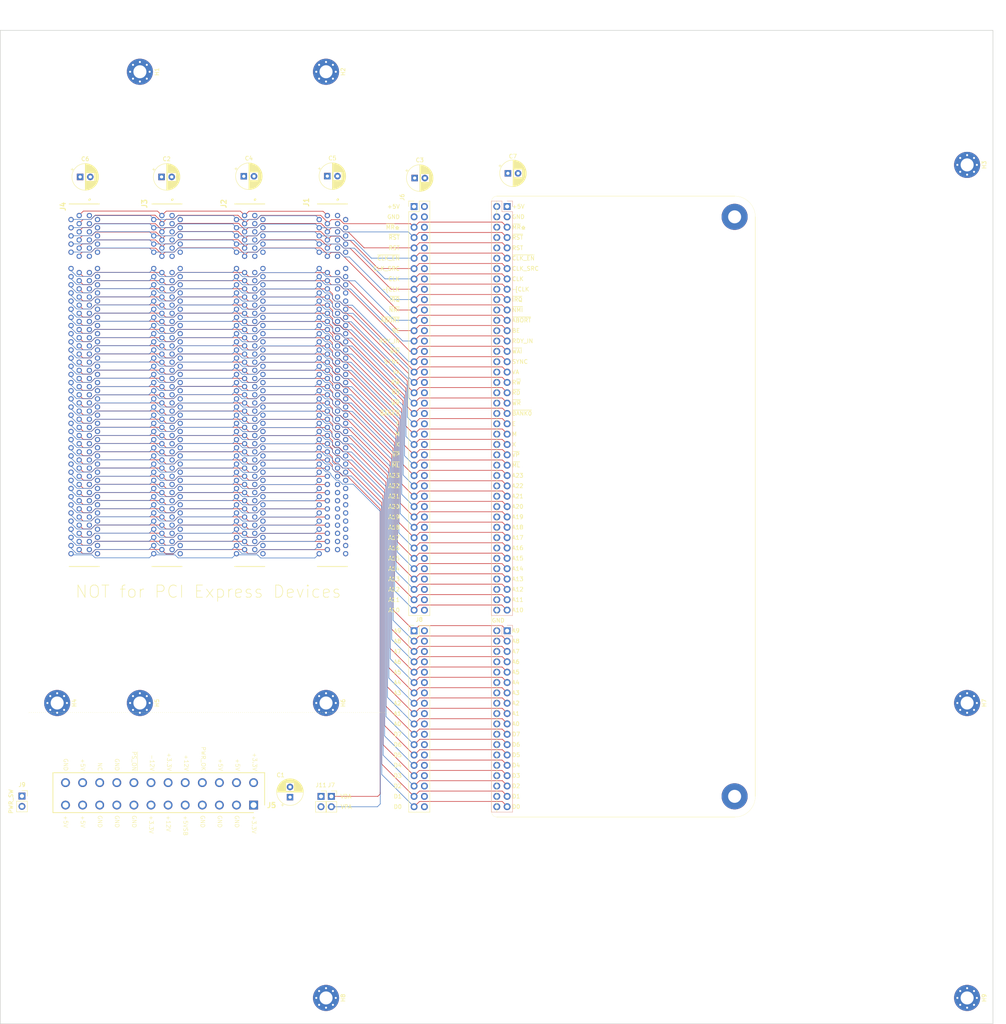
<source format=kicad_pcb>
(kicad_pcb (version 20240108) (generator "pcbnew") (generator_version "8.0")
  (layers (0 "F.Cu" signal) (1 "In1.Cu" power) (2 "In2.Cu" power) (31 "B.Cu" signal) (34 "B.Paste" user) (35 "F.Paste" user) (36 "B.SilkS" user "B.Silkscreen") (37 "F.SilkS" user "F.Silkscreen") (38 "B.Mask" user) (39 "F.Mask" user) (44 "Edge.Cuts" user))
  (net 0 "")
  (net 1 "GND")
  (net 2 "/X66")
  (net 3 "/+3.3v")
  (net 4 "/X65")
  (net 5 "/+12v")
  (net 6 "/PS_ON")
  (net 7 "/-12v")
  (net 8 "/+5vSB")
  (net 9 "/PWR_OK")
  (net 10 "VCC")
  (net 11 "/~{MR}⎒")
  (net 12 "/~{RST}")
  (net 13 "/RST")
  (net 14 "/~{CLK_EN}")
  (net 15 "/CLK_SRC")
  (net 16 "/CLK")
  (net 17 "/~{CLK}")
  (net 18 "/~{IRQ}")
  (net 19 "/~{NMI}")
  (net 20 "/~{ABORT}")
  (net 21 "/BE")
  (net 22 "/RDY_IN")
  (net 23 "/~{WAI}")
  (net 24 "/SYNC")
  (net 25 "/VA")
  (net 26 "/X64")
  (net 27 "/X63")
  (net 28 "/X62")
  (net 29 "/X61")
  (net 30 "/R~{W}")
  (net 31 "/~{RD}")
  (net 32 "/~{WR}")
  (net 33 "/~{BANK0}")
  (net 34 "/E")
  (net 35 "/M")
  (net 36 "/X")
  (net 37 "/~{VP}")
  (net 38 "/~{ML}")
  (net 39 "/A23")
  (net 40 "/A22")
  (net 41 "/A21")
  (net 42 "/A20")
  (net 43 "/A19")
  (net 44 "/A18")
  (net 45 "/A17")
  (net 46 "/A16")
  (net 47 "/A15")
  (net 48 "/A14")
  (net 49 "/A13")
  (net 50 "/A12")
  (net 51 "/A11")
  (net 52 "/A10")
  (net 53 "/A9")
  (net 54 "/A8")
  (net 55 "/A7")
  (net 56 "/A6")
  (net 57 "/A5")
  (net 58 "/A4")
  (net 59 "/A3")
  (net 60 "/A2")
  (net 61 "/A1")
  (net 62 "/A0")
  (net 63 "/D7")
  (net 64 "/D6")
  (net 65 "/D5")
  (net 66 "/D4")
  (net 67 "/D3")
  (net 68 "/D2")
  (net 69 "/D1")
  (net 70 "/D0")
  (net 71 "/VDA")
  (net 72 "/VPA")
  (net 73 "/~{IOCS7}")
  (net 74 "/~{IOCS6}")
  (net 75 "/~{IOCS5}")
  (net 76 "/~{IOCS4}")
  (net 77 "/~{IOCS3}")
  (net 78 "/~{IOCS2}")
  (net 79 "/~{IOCS1}")
  (net 80 "/~{IOCS0}")
  (net 81 "/~{IRQ7}")
  (net 82 "/~{IRQ6}")
  (net 83 "/~{IRQ5}")
  (net 84 "/~{IRQ4}")
  (net 85 "/~{IRQ3}")
  (net 86 "/~{IRQ2}")
  (net 87 "/~{IRQ1}")
  (net 88 "/~{IRQ0}")
  (net 89 "/+3.3.v")
  (footprint "BB816-MATX-PCIE:SHDR24W125P550X420_2X12_5160X960X1310P" (layer "F.Cu") (at 95.11 215.18 180)
    (property "Reference" "J5")
    (property "Value" "39-28-1243" (hide yes))
  )
  (footprint "BB816-MATX-PCIE:MountingHole_3.2mm_M3_Pad_Via" (layer "F.Cu") (at 67.18 35.19 -90)
    (property "Reference" "H1")
    (property "Value" "MountingHole" (hide yes))
  )
  (footprint "BB816-MATX-PCIE:MountingHole_3.2mm_M3_Pad_Via" (layer "F.Cu") (at 112.9 35.19 -90)
    (property "Reference" "H2")
    (property "Value" "MountingHole" (hide yes))
  )
  (footprint "BB816-MATX-PCIE:MountingHole_3.2mm_M3_Pad_Via" (layer "F.Cu") (at 270.38 58.05 -90)
    (property "Reference" "H3")
    (property "Value" "MountingHole" (hide yes))
  )
  (footprint "BB816-MATX-PCIE:MountingHole_3.2mm_M3_Pad_Via" (layer "F.Cu") (at 46.86 190.13 -90)
    (property "Reference" "H4")
    (property "Value" "MountingHole" (hide yes))
  )
  (footprint "BB816-MATX-PCIE:MountingHole_3.2mm_M3_Pad_Via" (layer "F.Cu") (at 67.18 190.13 -90)
    (property "Reference" "H5")
    (property "Value" "MountingHole" (hide yes))
  )
  (footprint "BB816-MATX-PCIE:MountingHole_3.2mm_M3_Pad_Via" (layer "F.Cu") (at 112.9 190.13 -90)
    (property "Reference" "H6")
    (property "Value" "MountingHole" (hide yes))
  )
  (footprint "BB816-MATX-PCIE:MountingHole_3.2mm_M3_Pad_Via" (layer "F.Cu") (at 270.38 190.13 -90)
    (property "Reference" "H7")
    (property "Value" "MountingHole" (hide yes))
  )
  (footprint "BB816-MATX-PCIE:MountingHole_3.2mm_M3_Pad_Via" (layer "F.Cu") (at 112.9 262.52 -90)
    (property "Reference" "H8")
    (property "Value" "MountingHole" (hide yes))
  )
  (footprint "BB816-MATX-PCIE:MountingHole_3.2mm_M3_Pad_Via" (layer "F.Cu") (at 270.38 262.52 -90)
    (property "Reference" "H9")
    (property "Value" "MountingHole" (hide yes))
  )
  (footprint "BB816-MATX-PCIE:10018783-10113TLF" (layer "F.Cu") (at 114.4748 82.1292 -90)
    (property "Reference" "J1")
    (property "Value" "10018783-10113TLF" (hide yes))
  )
  (footprint "BB816-MATX-PCIE:10018783-10113TLF" (layer "F.Cu") (at 94.1548 82.1292 -90)
    (property "Reference" "J2")
    (property "Value" "10018783-10113TLF" (hide yes))
  )
  (footprint "BB816-MATX-PCIE:BB816_Breakout_A27_Socket_NO_VDPA" (layer "F.Cu") (at 154.85 68.26 -90)
    (property "Reference" "J10" (hide yes))
    (property "Value" "BB816_Breakout_A27")
  )
  (footprint "BB816-MATX-PCIE:10018783-10113TLF" (layer "F.Cu") (at 53.5148 82.1292 -90)
    (property "Reference" "J4")
    (property "Value" "10018783-10113TLF" (hide yes))
  )
  (footprint "Capacitor_THT:CP_Radial_D6.3mm_P2.50mm" (layer "F.Cu") (at 134.68 61.28)
    (property "Reference" "C3")
    (property "Value" "220u")
  )
  (footprint "Connector_PinSocket_2.54mm:PinSocket_1x02_P2.54mm_Vertical" (layer "F.Cu") (at 114.21 213.05)
    (property "Reference" "J7")
    (property "Value" "PinSocket_1x02_P2.54mm_Vertical" (hide yes))
  )
  (footprint "Capacitor_THT:CP_Radial_D6.3mm_P2.50mm" (layer "F.Cu") (at 104.06 213.24 90)
    (property "Reference" "C1")
    (property "Value" "220u")
  )
  (footprint "BB816-MATX-PCIE:10018783-10113TLF" (layer "F.Cu") (at 73.8348 82.1292 -90)
    (property "Reference" "J3")
    (property "Value" "10018783-10113TLF" (hide yes))
  )
  (footprint "Capacitor_THT:CP_Radial_D6.3mm_P2.50mm" (layer "F.Cu") (at 157.58 60.12)
    (property "Reference" "C7")
    (property "Value" "220u")
  )
  (footprint "Capacitor_THT:CP_Radial_D6.3mm_P2.50mm" (layer "F.Cu") (at 52.5 61)
    (property "Reference" "C6")
    (property "Value" "220u")
  )
  (footprint "Capacitor_THT:CP_Radial_D6.3mm_P2.50mm" (layer "F.Cu") (at 92.71 60.84)
    (property "Reference" "C4")
    (property "Value" "220u")
  )
  (footprint "Capacitor_THT:CP_Radial_D6.3mm_P2.50mm" (layer "F.Cu") (at 72.5 61)
    (property "Reference" "C2")
    (property "Value" "220u")
  )
  (footprint "BB816-MATX-PCIE:PinSocket_2x18_P2.54mm_Vertical_Flip" (layer "F.Cu") (at 134.53 172.41)
    (property "Reference" "J8")
    (property "Value" "PinSocket_2x18_P2.54mm_Vertical_Flip" (hide yes))
  )
  (footprint "Connector_PinSocket_2.54mm:PinSocket_1x02_P2.54mm_Vertical" (layer "F.Cu") (at 111.67 213.05)
    (property "Reference" "J11")
    (property "Value" "PinSocket_1x02_P2.54mm_Vertical")
  )
  (footprint "Connector_PinSocket_2.54mm:PinSocket_1x02_P2.54mm_Vertical" (layer "F.Cu") (at 38.21 212.97)
    (property "Reference" "J9")
    (property "Value" "PWR_SW")
  )
  (footprint "Capacitor_THT:CP_Radial_D6.3mm_P2.50mm" (layer "F.Cu") (at 113.22 60.81)
    (property "Reference" "C5")
    (property "Value" "220u")
  )
  (footprint "BB816-MATX-PCIE:PinSocket_2x40_P2.54mm_Vertical_Flip" (layer "F.Cu") (at 134.53 68.27)
    (property "Reference" "J6")
    (property "Value" "PinSocket_2x40_P2.54mm_Vertical_Flip" (hide yes))
  )
  (gr_line (start 132.24 192.45) (end 39.87 192.45) (stroke (width 0.12) (type dot)) (layer "F.SilkS"))
  (gr_line (start 32.89 25.03) (end 276.73 25.03) (stroke (width 0.15)) (layer "Edge.Cuts"))
  (gr_line (start 276.73 25.03) (end 276.73 268.87) (stroke (width 0.15)) (layer "Edge.Cuts"))
  (gr_line (start 32.89 268.87) (end 276.73 268.87) (stroke (width 0.15)) (layer "Edge.Cuts"))
  (gr_line (start 32.89 25.03) (end 32.89 268.87) (stroke (width 0.15)) (layer "Edge.Cuts"))
  (gr_text "VPA\n" (at 116.41 216.21 0) (layer "F.SilkS") (effects (font (size 1 1)) (justify left bottom)))
  (gr_text "NOT for PCI Express Devices" (at 51.17 164.55 0) (layer "F.SilkS") (effects (font (size 3 3)) (justify left bottom)))
  (gr_text "VDA\n" (at 116.33 213.64 0) (layer "F.SilkS") (effects (font (size 1 1)) (justify left bottom)))
  (segment (start 90.125256 70.5) (end 76.434745 70.5) (width 0.146812) (layer "B.Cu") (net 1))
  (segment (start 56.069945 70.49) (end 55.120745 71.4392) (width 0.146812) (layer "B.Cu") (net 1))
  (segment (start 110.435256 70.53) (end 96.744745 70.53) (width 0.146812) (layer "B.Cu") (net 1))
  (segment (start 75.485545 71.4492) (end 70.5948 71.4492) (width 0.146812) (layer "B.Cu") (net 1))
  (segment (start 96.744745 70.53) (end 95.795545 71.4792) (width 0.146812) (layer "B.Cu") (net 1))
  (segment (start 111.351862 71.446606) (end 110.435256 70.53) (width 0.146812) (layer "B.Cu") (net 1))
  (segment (start 70.677062 71.406606) (end 69.760456 70.49) (width 0.146812) (layer "B.Cu") (net 1))
  (segment (start 91.041862 71.416606) (end 90.125256 70.5) (width 0.146812) (layer "B.Cu") (net 1))
  (segment (start 55.120745 71.4392) (end 50.23 71.4392) (width 0.146812) (layer "B.Cu") (net 1))
  (segment (start 95.795545 71.4792) (end 90.9048 71.4792) (width 0.146812) (layer "B.Cu") (net 1))
  (segment (start 69.760456 70.49) (end 56.069945 70.49) (width 0.146812) (layer "B.Cu") (net 1))
  (segment (start 76.434745 70.5) (end 75.485545 71.4492) (width 0.146812) (layer "B.Cu") (net 1))
  (segment (start 92.423 139.49) (end 90.9478 138.0148) (width 0.146812) (layer "B.Cu") (net 2))
  (segment (start 69.5822 138.46) (end 56.2582 138.46) (width 0.146812) (layer "B.Cu") (net 2))
  (segment (start 111.2678 137.4892) (end 110.257 138.5) (width 0.146812) (layer "B.Cu") (net 2))
  (segment (start 76.623 138.47) (end 75.633 139.46) (width 0.146812) (layer "B.Cu") (net 2))
  (segment (start 72.113 139.46) (end 70.6378 137.9848) (width 0.146812) (layer "B.Cu") (net 2))
  (segment (start 70.593 137.4492) (end 69.5822 138.46) (width 0.146812) (layer "B.Cu") (net 2))
  (segment (start 96.933 138.5) (end 95.943 139.49) (width 0.146812) (layer "B.Cu") (net 2))
  (segment (start 110.257 138.5) (end 96.933 138.5) (width 0.146812) (layer "B.Cu") (net 2))
  (segment (start 70.6378 137.9848) (end 70.6378 137.4592) (width 0.146812) (layer "B.Cu") (net 2))
  (segment (start 55.2682 139.45) (end 51.7482 139.45) (width 0.146812) (layer "B.Cu") (net 2))
  (segment (start 51.7482 139.45) (end 50.273 137.9748) (width 0.146812) (layer "B.Cu") (net 2))
  (segment (start 50.273 137.9748) (end 50.273 137.4492) (width 0.146812) (layer "B.Cu") (net 2))
  (segment (start 90.9578 137.4592) (end 89.947 138.47) (width 0.146812) (layer "B.Cu") (net 2))
  (segment (start 89.947 138.47) (end 76.623 138.47) (width 0.146812) (layer "B.Cu") (net 2))
  (segment (start 90.9478 138.0148) (end 90.9478 137.4892) (width 0.146812) (layer "B.Cu") (net 2))
  (segment (start 75.633 139.46) (end 72.113 139.46) (width 0.146812) (layer "B.Cu") (net 2))
  (segment (start 95.943 139.49) (end 92.423 139.49) (width 0.146812) (layer "B.Cu") (net 2))
  (segment (start 56.2582 138.46) (end 55.2682 139.45) (width 0.146812) (layer "B.Cu") (net 2))
  (segment (start 72.597 136.4492) (end 72.5862 136.46) (width 0.146812) (layer "F.Cu") (net 4))
  (segment (start 96.947 136.5) (end 95.957 137.49) (width 0.146812) (layer "F.Cu") (net 4))
  (segment (start 73.6426 137.46) (end 72.6418 136.4592) (width 0.146812) (layer "F.Cu") (net 4))
  (segment (start 93.9526 137.49) (end 92.9518 136.4892) (width 0.146812) (layer "F.Cu") (net 4))
  (segment (start 92.951 136.47) (end 76.637 136.47) (width 0.146812) (layer "F.Cu") (net 4))
  (segment (start 76.637 136.47) (end 75.647 137.46) (width 0.146812) (layer "F.Cu") (net 4))
  (segment (start 75.647 137.46) (end 73.6426 137.46) (width 0.146812) (layer "F.Cu") (net 4))
  (segment (start 92.9618 136.4592) (end 92.951 136.47) (width 0.146812) (layer "F.Cu") (net 4))
  (segment (start 72.5862 136.46) (end 56.2722 136.46) (width 0.146812) (layer "F.Cu") (net 4))
  (segment (start 113.261 136.5) (end 96.947 136.5) (width 0.146812) (layer "F.Cu") (net 4))
  (segment (start 56.2722 136.46) (end 55.2822 137.45) (width 0.146812) (layer "F.Cu") (net 4))
  (segment (start 55.2822 137.45) (end 53.2778 137.45) (width 0.146812) (layer "F.Cu") (net 4))
  (segment (start 53.2778 137.45) (end 52.277 136.4492) (width 0.146812) (layer "F.Cu") (net 4))
  (segment (start 95.957 137.49) (end 93.9526 137.49) (width 0.146812) (layer "F.Cu") (net 4))
  (segment (start 113.2718 136.4892) (end 113.261 136.5) (width 0.146812) (layer "F.Cu") (net 4))
  (segment (start 53.2792 69.39) (end 52.23 70.4392) (width 0.146812) (layer "F.Cu") (net 10))
  (segment (start 113.2248 70.4792) (end 112.1756 69.43) (width 0.146812) (layer "F.Cu") (net 10))
  (segment (start 93.954 69.43) (end 92.9048 70.4792) (width 0.146812) (layer "F.Cu") (net 10))
  (segment (start 71.5008 69.39) (end 53.2792 69.39) (width 0.146812) (layer "F.Cu") (net 10))
  (segment (start 73.644 69.4) (end 72.5948 70.4492) (width 0.146812) (layer "F.Cu") (net 10))
  (segment (start 92.9148 70.4492) (end 91.8656 69.4) (width 0.146812) (layer "F.Cu") (net 10))
  (segment (start 112.1756 69.43) (end 93.954 69.43) (width 0.146812) (layer "F.Cu") (net 10))
  (segment (start 91.8656 69.4) (end 73.644 69.4) (width 0.146812) (layer "F.Cu") (net 10))
  (segment (start 72.55 70.4392) (end 71.5008 69.39) (width 0.146812) (layer "F.Cu") (net 10))
  (segment (start 75.59 71.4) (end 73.644 71.4) (width 0.146812) (layer "F.Cu") (net 11))
  (segment (start 134.49 73.33) (end 133.64 72.48) (width 0.146812) (layer "F.Cu") (net 11))
  (segment (start 111.6 70.44) (end 96.89 70.44) (width 0.146812) (layer "F.Cu") (net 11))
  (segment (start 70.9252 70.4) (end 56.2152 70.4) (width 0.146812) (layer "F.Cu") (net 11))
  (segment (start 114.224 71.48) (end 113.2248 72.4792) (width 0.146812) (layer "F.Cu") (net 11))
  (segment (start 113.2248 72.0648) (end 111.6 70.44) (width 0.146812) (layer "F.Cu") (net 11))
  (segment (start 53.2092 71.46) (end 52.23 72.4392) (width 0.146812) (layer "F.Cu") (net 11))
  (segment (start 72.55 72.0248) (end 70.9252 70.4) (width 0.146812) (layer "F.Cu") (net 11))
  (segment (start 156.13 72.09) (end 157.39 73.35) (width 0.146812) (layer "F.Cu") (net 11))
  (segment (start 92.9148 72.4492) (end 92.9148 72.0348) (width 0.146812) (layer "F.Cu") (net 11))
  (segment (start 73.644 71.4) (end 72.5948 72.4492) (width 0.146812) (layer "F.Cu") (net 11))
  (segment (start 96.89 70.44) (end 95.9 71.43) (width 0.146812) (layer "F.Cu") (net 11))
  (segment (start 95.9 71.43) (end 93.954 71.43) (width 0.146812) (layer "F.Cu") (net 11))
  (segment (start 117.27 72.48) (end 116.27 71.48) (width 0.146812) (layer "F.Cu") (net 11))
  (segment (start 91.29 70.41) (end 76.58 70.41) (width 0.146812) (layer "F.Cu") (net 11))
  (segment (start 76.58 70.41) (end 75.59 71.4) (width 0.146812) (layer "F.Cu") (net 11))
  (segment (start 56.2152 70.4) (end 55.1552 71.46) (width 0.146812) (layer "F.Cu") (net 11))
  (segment (start 55.1552 71.46) (end 53.2092 71.46) (width 0.146812) (layer "F.Cu") (net 11))
  (segment (start 92.85 72.3792) (end 92.85 71.9648) (width 0.146812) (layer "F.Cu") (net 11))
  (segment (start 92.9148 72.0348) (end 91.29 70.41) (width 0.146812) (layer "F.Cu") (net 11))
  (segment (start 113.2248 72.4792) (end 113.2248 72.0648) (width 0.146812) (layer "F.Cu") (net 11))
  (segment (start 72.55 72.4392) (end 72.55 72.0248) (width 0.146812) (layer "F.Cu") (net 11))
  (segment (start 93.954 71.43) (end 92.9048 72.4792) (width 0.146812) (layer "F.Cu") (net 11))
  (segment (start 133.64 72.48) (end 117.27 72.48) (width 0.146812) (layer "F.Cu") (net 11))
  (segment (start 134.53 73.35) (end 135.79 72.09) (width 0.146812) (layer "F.Cu") (net 11))
  (segment (start 135.79 72.09) (end 156.13 72.09) (width 0.146812) (layer "F.Cu") (net 11))
  (segment (start 116.27 71.48) (end 114.224 71.48) (width 0.146812) (layer "F.Cu") (net 11))
  (segment (start 156.11 74.64) (end 157.37 75.9) (width 0.146812) (layer "F.Cu") (net 12))
  (segment (start 135.77 74.64) (end 156.11 74.64) (width 0.146812) (layer "F.Cu") (net 12))
  (segment (start 134.51 75.9) (end 135.77 74.64) (width 0.146812) (layer "F.Cu") (net 12))
  (segment (start 117.22 74.5) (end 116.1992 73.4792) (width 0.146812) (layer "B.Cu") (net 12))
  (segment (start 75.5808 73.4492) (end 70.5948 73.4492) (width 0.146812) (layer "B.Cu") (net 12))
  (segment (start 55.216 73.4392) (end 50.23 73.4392) (width 0.146812) (layer "B.Cu") (net 12))
  (segment (start 70.55 73.4392) (end 69.633394 72.522594) (width 0.146812) (layer "B.Cu") (net 12))
  (segment (start 116.1992 73.4792) (end 111.2248 73.4792) (width 0.146812) (layer "B.Cu") (net 12))
  (segment (start 76.497406 72.532594) (end 75.5808 73.4492) (width 0.146812) (layer "B.Cu") (net 12))
  (segment (start 111.2248 73.4792) (end 110.308194 72.562594) (width 0.146812) (layer "B.Cu") (net 12))
  (segment (start 134.49 75.87) (end 133.12 74.5) (width 0.146812) (layer "B.Cu") (net 12))
  (segment (start 95.8908 73.4792) (end 90.9048 73.4792) (width 0.146812) (layer "B.Cu") (net 12))
  (segment (start 90.9148 73.4492) (end 89.998194 72.532594) (width 0.146812) (layer "B.Cu") (net 12))
  (segment (start 69.633394 72.522594) (end 56.132606 72.522594) (width 0.146812) (layer "B.Cu") (net 12))
  (segment (start 56.132606 72.522594) (end 55.216 73.4392) (width 0.146812) (layer "B.Cu") (net 12))
  (segment (start 133.12 74.5) (end 117.22 74.5) (width 0.146812) (layer "B.Cu") (net 12))
  (segment (start 110.308194 72.562594) (end 96.807406 72.562594) (width 0.146812) (layer "B.Cu") (net 12))
  (segment (start 96.807406 72.562594) (end 95.8908 73.4792) (width 0.146812) (layer "B.Cu") (net 12))
  (segment (start 89.998194 72.532594) (end 76.497406 72.532594) (width 0.146812) (layer "B.Cu") (net 12))
  (segment (start 95.88 73.46) (end 93.791406 73.46) (width 0.146812) (layer "F.Cu") (net 13))
  (segment (start 92.9148 74.316606) (end 92.9148 73.902206) (width 0.146812) (layer "F.Cu") (net 13))
  (segment (start 134.58 78.41) (end 135.84 77.15) (width 0.146812) (layer "F.Cu") (net 13))
  (segment (start 75.57 73.43) (end 73.481406 73.43) (width 0.146812) (layer "F.Cu") (net 13))
  (segment (start 96.91 72.43) (end 95.88 73.46) (width 0.146812) (layer "F.Cu") (net 13))
  (segment (start 117.198665 74.49) (end 116.188665 73.48) (width 0.146812) (layer "F.Cu") (net 13))
  (segment (start 113.2248 73.932206) (end 111.722594 72.43) (width 0.146812) (layer "F.Cu") (net 13))
  (segment (start 135.84 77.15) (end 156.18 77.15) (width 0.146812) (layer "F.Cu") (net 13))
  (segment (start 56.14 72.48) (end 55.2 73.42) (width 0.146812) (layer "F.Cu") (net 13))
  (segment (start 72.55 74.306606) (end 72.55 74.03) (width 0.146812) (layer "F.Cu") (net 13))
  (segment (start 116.188665 73.48) (end 114.224 73.48) (width 0.146812) (layer "F.Cu") (net 13))
  (segment (start 93.791406 73.46) (end 92.9048 74.346606) (width 0.146812) (layer "F.Cu") (net 13))
  (segment (start 122.25 78.41) (end 118.33 74.49) (width 0.146812) (layer "F.Cu") (net 13))
  (segment (start 156.18 77.15) (end 157.44 78.41) (width 0.146812) (layer "F.Cu") (net 13))
  (segment (start 73.481406 73.43) (end 72.5948 74.316606) (width 0.146812) (layer "F.Cu") (net 13))
  (segment (start 55.2 73.42) (end 53.116606 73.42) (width 0.146812) (layer "F.Cu") (net 13))
  (segment (start 113.2248 74.346606) (end 113.2248 73.932206) (width 0.146812) (layer "F.Cu") (net 13))
  (segment (start 72.55 74.03) (end 71 72.48) (width 0.146812) (layer "F.Cu") (net 13))
  (segment (start 53.116606 73.42) (end 52.23 74.306606) (width 0.146812) (layer "F.Cu") (net 13))
  (segment (start 111.722594 72.43) (end 96.91 72.43) (width 0.146812) (layer "F.Cu") (net 13))
  (segment (start 92.9148 73.902206) (end 91.412594 72.4) (width 0.146812) (layer "F.Cu") (net 13))
  (segment (start 76.6 72.4) (end 75.57 73.43) (width 0.146812) (layer "F.Cu") (net 13))
  (segment (start 91.412594 72.4) (end 76.6 72.4) (width 0.146812) (layer "F.Cu") (net 13))
  (segment (start 71 72.48) (end 56.14 72.48) (width 0.146812) (layer "F.Cu") (net 13))
  (segment (start 134.49 78.41) (end 122.25 78.41) (width 0.146812) (layer "F.Cu") (net 13))
  (segment (start 114.224 73.48) (end 113.2248 74.4792) (width 0.146812) (layer "F.Cu") (net 13))
  (segment (start 118.33 74.49) (end 117.198665 74.49) (width 0.146812) (layer "F.Cu") (net 13))
  (segment (start 156.16 79.7) (end 157.42 80.96) (width 0.146812) (layer "F.Cu") (net 14))
  (segment (start 135.82 79.7) (end 156.16 79.7) (width 0.146812) (layer "F.Cu") (net 14))
  (segment (start 134.56 80.96) (end 135.82 79.7) (width 0.146812) (layer "F.Cu") (net 14))
  (segment (start 89.875256 74.45) (end 76.62 74.45) (width 0.146812) (layer "B.Cu") (net 14))
  (segment (start 134.49 80.95) (end 124.04 80.95) (width 0.146812) (layer "B.Cu") (net 14))
  (segment (start 96.93 74.48) (end 95.9308 75.4792) (width 0.146812) (layer "B.Cu") (net 14))
  (segment (start 111.151862 75.446606) (end 110.185256 74.48) (width 0.146812) (layer "B.Cu") (net 14))
  (segment (start 116.261735 75.4792) (end 111.2248 75.4792) (width 0.146812) (layer "B.Cu") (net 14))
  (segment (start 56.2552 74.44) (end 55.256 75.4392) (width 0.146812) (layer "B.Cu") (net 14))
  (segment (start 119.652594 76.562594) (end 117.345129 76.562594) (width 0.146812) (layer "B.Cu") (net 14))
  (segment (start 55.256 75.4392) (end 50.23 75.4392) (width 0.146812) (layer "B.Cu") (net 14))
  (segment (start 69.510456 74.44) (end 56.2552 74.44) (width 0.146812) (layer "B.Cu") (net 14))
  (segment (start 124.04 80.95) (end 119.652594 76.562594) (width 0.146812) (layer "B.Cu") (net 14))
  (segment (start 70.477062 75.406606) (end 69.510456 74.44) (width 0.146812) (layer "B.Cu") (net 14))
  (segment (start 95.9308 75.4792) (end 90.9048 75.4792) (width 0.146812) (layer "B.Cu") (net 14))
  (segment (start 110.185256 74.48) (end 96.93 74.48) (width 0.146812) (layer "B.Cu") (net 14))
  (segment (start 75.6208 75.4492) (end 70.5948 75.4492) (width 0.146812) (layer "B.Cu") (net 14))
  (segment (start 117.345129 76.562594) (end 116.261735 75.4792) (width 0.146812) (layer "B.Cu") (net 14))
  (segment (start 90.841862 75.416606) (end 89.875256 74.45) (width 0.146812) (layer "B.Cu") (net 14))
  (segment (start 76.62 74.45) (end 75.6208 75.4492) (width 0.146812) (layer "B.Cu") (net 14))
  (segment (start 156.16 82.25) (end 157.42 83.51) (width 0.146812) (layer "F.Cu") (net 15))
  (segment (start 116.442594 75.562594) (end 114.141406 75.562594) (width 0.146812) (layer "F.Cu") (net 15))
  (segment (start 73.391268 75.44) (end 72.514662 76.316606) (width 0.146812) (layer "F.Cu") (net 15))
  (segment (start 92.834662 76.316606) (end 92.834662 75.902206) (width 0.146812) (layer "F.Cu") (net 15))
  (segment (start 118.472594 76.562594) (end 117.442594 76.562594) (width 0.146812) (layer "F.Cu") (net 15))
  (segment (start 114.141406 75.562594) (end 113.2248 76.4792) (width 0.146812) (layer "F.Cu") (net 15))
  (segment (start 125.72 83.49) (end 118.83 76.6) (width 0.146812) (layer "F.Cu") (net 15))
  (segment (start 56.317406 74.53) (end 56.277406 74.49) (width 0.146812) (layer "F.Cu") (net 15))
  (segment (start 113.144662 75.932206) (end 111.642456 74.43) (width 0.146812) (layer "F.Cu") (net 15))
  (segment (start 91.332456 74.4) (end 76.64 74.4) (width 0.146812) (layer "F.Cu") (net 15))
  (segment (start 53.026468 75.43) (end 52.149862 76.306606) (width 0.146812) (layer "F.Cu") (net 15))
  (segment (start 72.469862 76.306606) (end 72.469862 75.859862) (width 0.146812) (layer "F.Cu") (net 15))
  (segment (start 96.95 74.43) (end 95.91 75.47) (width 0.146812) (layer "F.Cu") (net 15))
  (segment (start 93.701268 75.47) (end 92.824662 76.346606) (width 0.146812) (layer "F.Cu") (net 15))
  (segment (start 71.14 74.53) (end 56.317406 74.53) (width 0.146812) (layer "F.Cu") (net 15))
  (segment (start 117.442594 76.562594) (end 116.442594 75.562594) (width 0.146812) (layer "F.Cu") (net 15))
  (segment (start 111.642456 74.43) (end 96.95 74.43) (width 0.146812) (layer "F.Cu") (net 15))
  (segment (start 75.6 75.44) (end 73.391268 75.44) (width 0.146812) (layer "F.Cu") (net 15))
  (segment (start 55.34 75.43) (end 53.026468 75.43) (width 0.146812) (layer "F.Cu") (net 15))
  (segment (start 76.64 74.4) (end 75.6 75.44) (width 0.146812) (layer "F.Cu") (net 15))
  (segment (start 118.51 76.6) (end 118.472594 76.562594) (width 0.146812) (layer "F.Cu") (net 15))
  (segment (start 134.49 83.49) (end 125.72 83.49) (width 0.146812) (layer "F.Cu") (net 15))
  (segment (start 135.82 82.25) (end 156.16 82.25) (width 0.146812) (layer "F.Cu") (net 15))
  (segment (start 118.83 76.6) (end 118.51 76.6) (width 0.146812) (layer "F.Cu") (net 15))
  (segment (start 72.469862 75.859862) (end 71.14 74.53) (width 0.146812) (layer "F.Cu") (net 15))
  (segment (start 56.2752 74.4948) (end 55.34 75.43) (width 0.146812) (layer "F.Cu") (net 15))
  (segment (start 95.91 75.47) (end 93.701268 75.47) (width 0.146812) (layer "F.Cu") (net 15))
  (segment (start 92.834662 75.902206) (end 91.332456 74.4) (width 0.146812) (layer "F.Cu") (net 15))
  (segment (start 134.56 83.51) (end 135.82 82.25) (width 0.146812) (layer "F.Cu") (net 15))
  (segment (start 113.144662 76.346606) (end 113.144662 75.932206) (width 0.146812) (layer "F.Cu") (net 15))
  (segment (start 134.54 86.06) (end 135.8 84.8) (width 0.146812) (layer "F.Cu") (net 16))
  (segment (start 135.8 84.8) (end 156.14 84.8) (width 0.146812) (layer "F.Cu") (net 16))
  (segment (start 156.14 84.8) (end 157.4 86.06) (width 0.146812) (layer "F.Cu") (net 16))
  (segment (start 117.25 78.48) (end 116.2492 77.4792) (width 0.146812) (layer "B.Cu") (net 16))
  (segment (start 69.5708 76.46) (end 56.2152 76.46) (width 0.146812) (layer "B.Cu") (net 16))
  (segment (start 96.89 76.5) (end 95.9108 77.4792) (width 0.146812) (layer "B.Cu") (net 16))
  (segment (start 116.2492 77.4792) (end 111.2248 77.4792) (width 0.146812) (layer "B.Cu") (net 16))
  (segment (start 55.236 77.4392) (end 50.23 77.4392) (width 0.146812) (layer "B.Cu") (net 16))
  (segment (start 127.39 86.03) (end 119.84 78.48) (width 0.146812) (layer "B.Cu") (net 16))
  (segment (start 70.55 77.4392) (end 69.5708 76.46) (width 0.146812) (layer "B.Cu") (net 16))
  (segment (start 95.9108 77.4792) (end 90.9048 77.4792) (width 0.146812) (layer "B.Cu") (net 16))
  (segment (start 75.6008 77.4492) (end 70.5948 77.4492) (width 0.146812) (layer "B.Cu") (net 16))
  (segment (start 56.2152 76.46) (end 55.236 77.4392) (width 0.146812) (layer "B.Cu") (net 16))
  (segment (start 119.84 78.48) (end 117.25 78.48) (width 0.146812) (layer "B.Cu") (net 16))
  (segment (start 90.9148 77.4492) (end 89.9356 76.47) (width 0.146812) (layer "B.Cu") (net 16))
  (segment (start 76.58 76.47) (end 75.6008 77.4492) (width 0.146812) (layer "B.Cu") (net 16))
  (segment (start 134.49 86.03) (end 127.39 86.03) (width 0.146812) (layer "B.Cu") (net 16))
  (segment (start 89.9356 76.47) (end 76.58 76.47) (width 0.146812) (layer "B.Cu") (net 16))
  (segment (start 110.2456 76.5) (end 96.89 76.5) (width 0.146812) (layer "B.Cu") (net 16))
  (segment (start 111.2248 77.4792) (end 110.2456 76.5) (width 0.146812) (layer "B.Cu") (net 16))
  (segment (start 75.57 77.45) (end 73.381268 77.45) (width 0.146812) (layer "F.Cu") (net 17))
  (segment (start 92.834662 77.902206) (end 91.332456 76.4) (width 0.146812) (layer "F.Cu") (net 17))
  (segment (start 117.262535 78.48) (end 116.262535 77.48) (width 0.146812) (layer "F.Cu") (net 17))
  (segment (start 53.016468 77.44) (end 52.149862 78.306606) (width 0.146812) (layer "F.Cu") (net 17))
  (segment (start 56.1752 76.47) (end 55.2052 77.44) (width 0.146812) (layer "F.Cu") (net 17))
  (segment (start 156.21 87.31) (end 157.47 88.57) (width 0.146812) (layer "F.Cu") (net 17))
  (segment (start 134.61 88.57) (end 135.87 87.31) (width 0.146812) (layer "F.Cu") (net 17))
  (segment (start 116.262535 77.48) (end 114.224 77.48) (width 0.146812) (layer "F.Cu") (net 17))
  (segment (start 113.144662 78.346606) (end 113.144662 77.932206) (width 0.146812) (layer "F.Cu") (net 17))
  (segment (start 113.144662 77.932206) (end 111.642456 76.43) (width 0.146812) (layer "F.Cu") (net 17))
  (segment (start 72.469862 78.306606) (end 72.469862 77.892206) (width 0.146812) (layer "F.Cu") (net 17))
  (segment (start 134.49 88.57) (end 128.89 88.57) (width 0.146812) (layer "F.Cu") (net 17))
  (segment (start 114.224 77.48) (end 113.2248 78.4792) (width 0.146812) (layer "F.Cu") (net 17))
  (segment (start 135.87 87.31) (end 156.21 87.31) (width 0.146812) (layer "F.Cu") (net 17))
  (segment (start 76.62 76.4) (end 75.57 77.45) (width 0.146812) (layer "F.Cu") (net 17))
  (segment (start 111.642456 76.43) (end 96.93 76.43) (width 0.146812) (layer "F.Cu") (net 17))
  (segment (start 95.88 77.48) (end 93.691268 77.48) (width 0.146812) (layer "F.Cu") (net 17))
  (segment (start 118.8 78.48) (end 117.262535 78.48) (width 0.146812) (layer "F.Cu") (net 17))
  (segment (start 91.332456 76.4) (end 76.62 76.4) (width 0.146812) (layer "F.Cu") (net 17))
  (segment (start 93.691268 77.48) (end 92.824662 78.346606) (width 0.146812) (layer "F.Cu") (net 17))
  (segment (start 55.2052 77.44) (end 53.016468 77.44) (width 0.146812) (layer "F.Cu") (net 17))
  (segment (start 71.047656 76.47) (end 56.1752 76.47) (width 0.146812) (layer "F.Cu") (net 17))
  (segment (start 96.93 76.43) (end 95.88 77.48) (width 0.146812) (layer "F.Cu") (net 17))
  (segment (start 128.89 88.57) (end 118.8 78.48) (width 0.146812) (layer "F.Cu") (net 17))
  (segment (start 73.381268 77.45) (end 72.514662 78.316606) (width 0.146812) (layer "F.Cu") (net 17))
  (segment (start 92.834662 78.316606) (end 92.834662 77.902206) (width 0.146812) (layer "F.Cu") (net 17))
  (segment (start 72.469862 77.892206) (end 71.047656 76.47) (width 0.146812) (layer "F.Cu") (net 17))
  (segment (start 135.85 89.86) (end 156.19 89.86) (width 0.146812) (layer "F.Cu") (net 18))
  (segment (start 134.59 91.12) (end 135.85 89.86) (width 0.146812) (layer "F.Cu") (net 18))
  (segment (start 156.19 89.86) (end 157.45 91.12) (width 0.146812) (layer "F.Cu") (net 18))
  (segment (start 90.841862 79.416606) (end 89.885256 78.46) (width 0.146812) (layer "B.Cu") (net 18))
  (segment (start 134.49 91.11) (end 129.06 91.11) (width 0.146812) (layer "B.Cu") (net 18))
  (segment (start 89.885256 78.46) (end 76.59 78.46) (width 0.146812) (layer "B.Cu") (net 18))
  (segment (start 69.520456 78.45) (end 56.2252 78.45) (width 0.146812) (layer "B.Cu") (net 18))
  (segment (start 96.9 78.49) (end 95.9108 79.4792) (width 0.146812) (layer "B.Cu") (net 18))
  (segment (start 76.59 78.46) (end 75.6008 79.4492) (width 0.146812) (layer "B.Cu") (net 18))
  (segment (start 95.9108 79.4792) (end 90.9048 79.4792) (width 0.146812) (layer "B.Cu") (net 18))
  (segment (start 116.2292 79.4792) (end 111.2248 79.4792) (width 0.146812) (layer "B.Cu") (net 18))
  (segment (start 129.06 91.11) (end 118.59 80.64) (width 0.146812) (layer "B.Cu") (net 18))
  (segment (start 75.6008 79.4492) (end 70.5948 79.4492) (width 0.146812) (layer "B.Cu") (net 18))
  (segment (start 55.236 79.4392) (end 50.23 79.4392) (width 0.146812) (layer "B.Cu") (net 18))
  (segment (start 117.39 80.64) (end 116.2292 79.4792) (width 0.146812) (layer "B.Cu") (net 18))
  (segment (start 111.151862 79.446606) (end 110.195256 78.49) (width 0.146812) (layer "B.Cu") (net 18))
  (segment (start 70.477062 79.406606) (end 69.520456 78.45) (width 0.146812) (layer "B.Cu") (net 18))
  (segment (start 118.59 80.64) (end 117.39 80.64) (width 0.146812) (layer "B.Cu") (net 18))
  (segment (start 56.2252 78.45) (end 55.236 79.4392) (width 0.146812) (layer "B.Cu") (net 18))
  (segment (start 110.195256 78.49) (end 96.9 78.49) (width 0.146812) (layer "B.Cu") (net 18))
  (segment (start 111.642456 78.43) (end 96.99 78.43) (width 0.146812) (layer "F.Cu") (net 19))
  (segment (start 116.302594 79.562594) (end 130.41 93.67) (width 0.146812) (layer "F.Cu") (net 19))
  (segment (start 130.41 93.67) (end 134.53 93.67) (width 0.146812) (layer "F.Cu") (net 19))
  (segment (start 73.381268 79.45) (end 72.514662 80.316606) (width 0.146812) (layer "F.Cu") (net 19))
  (segment (start 134.53 93.67) (end 135.79 92.41) (width 0.146812) (layer "F.Cu") (net 19))
  (segment (start 93.691268 79.48) (end 92.824662 80.346606) (width 0.146812) (layer "F.Cu") (net 19))
  (segment (start 75.63 79.45) (end 73.381268 79.45) (width 0.146812) (layer "F.Cu") (net 19))
  (segment (start 56.2252 78.48) (end 55.2652 79.44) (width 0.146812) (layer "F.Cu") (net 19))
  (segment (start 92.834662 80.316606) (end 92.834662 79.902206) (width 0.146812) (layer "F.Cu") (net 19))
  (segment (start 113.144662 80.346606) (end 113.144662 79.932206) (width 0.146812) (layer "F.Cu") (net 19))
  (segment (start 72.469862 80.306606) (end 72.469862 79.892206) (width 0.146812) (layer "F.Cu") (net 19))
  (segment (start 156.13 92.41) (end 157.39 93.67) (width 0.146812) (layer "F.Cu") (net 19))
  (segment (start 91.332456 78.4) (end 76.68 78.4) (width 0.146812) (layer "F.Cu") (net 19))
  (segment (start 95.94 79.48) (end 93.691268 79.48) (width 0.146812) (layer "F.Cu") (net 19))
  (segment (start 71.057656 78.48) (end 56.2252 78.48) (width 0.146812) (layer "F.Cu") (net 19))
  (segment (start 114.141406 79.562594) (end 116.302594 79.562594) (width 0.146812) (layer "F.Cu") (net 19))
  (segment (start 135.79 92.41) (end 156.13 92.41) (width 0.146812) (layer "F.Cu") (net 19))
  (segment (start 76.68 78.4) (end 75.63 79.45) (width 0.146812) (layer "F.Cu") (net 19))
  (segment (start 55.2652 79.44) (end 53.016468 79.44) (width 0.146812) (layer "F.Cu") (net 19))
  (segment (start 113.2248 80.4792) (end 114.141406 79.562594) (width 0.146812) (layer "F.Cu") (net 19))
  (segment (start 92.834662 79.902206) (end 91.332456 78.4) (width 0.146812) (layer "F.Cu") (net 19))
  (segment (start 96.99 78.43) (end 95.94 79.48) (width 0.146812) (layer "F.Cu") (net 19))
  (segment (start 72.469862 79.892206) (end 71.057656 78.48) (width 0.146812) (layer "F.Cu") (net 19))
  (segment (start 53.016468 79.44) (end 52.149862 80.306606) (width 0.146812) (layer "F.Cu") (net 19))
  (segment (start 113.144662 79.932206) (end 111.642456 78.43) (width 0.146812) (layer "F.Cu") (net 19))
  (segment (start 135.77 94.96) (end 156.11 94.96) (width 0.146812) (layer "F.Cu") (net 20))
  (segment (start 156.11 94.96) (end 157.37 96.22) (width 0.146812) (layer "F.Cu") (net 20))
  (segment (start 134.51 96.22) (end 135.77 94.96) (width 0.146812) (layer "F.Cu") (net 20))
  (segment (start 90.9148 83.4492) (end 89.904 84.46) (width 0.146812) (layer "B.Cu") (net 20))
  (segment (start 69.5392 84.45) (end 56.2152 84.45) (width 0.146812) (layer "B.Cu") (net 20))
  (segment (start 117.33 86.49) (end 120.01 86.49) (width 0.146812) (layer "B.Cu") (net 20))
  (segment (start 72.07 85.45) (end 70.5948 83.9748) (width 0.146812) (layer "B.Cu") (net 20))
  (segment (start 70.55 83.4392) (end 69.5392 84.45) (width 0.146812) (layer "B.Cu") (net 20))
  (segment (start 89.904 84.46) (end 76.58 84.46) (width 0.146812) (layer "B.Cu") (net 20))
  (segment (start 76.58 84.46) (end 75.59 85.45) (width 0.146812) (layer "B.Cu") (net 20))
  (segment (start 110.214 84.49) (end 96.89 84.49) (width 0.146812) (layer "B.Cu") (net 20))
  (segment (start 90.9048 84.0048) (end 90.9048 83.4792) (width 0.146812) (layer "B.Cu") (net 20))
  (segment (start 55.2252 85.44) (end 51.7052 85.44) (width 0.146812) (layer "B.Cu") (net 20))
  (segment (start 51.7052 85.44) (end 50.23 83.9648) (width 0.146812) (layer "B.Cu") (net 20))
  (segment (start 116.32 85.48) (end 117.33 86.49) (width 0.146812) (layer "B.Cu") (net 20))
  (segment (start 70.5948 83.9748) (end 70.5948 83.4492) (width 0.146812) (layer "B.Cu") (net 20))
  (segment (start 56.2152 84.45) (end 55.2252 85.44) (width 0.146812) (layer "B.Cu") (net 20))
  (segment (start 75.59 85.45) (end 72.07 85.45) (width 0.146812) (layer "B.Cu") (net 20))
  (segment (start 129.71 96.19) (end 134.49 96.19) (width 0.146812) (layer "B.Cu") (net 20))
  (segment (start 50.23 83.9648) (end 50.23 83.4392) (width 0.146812) (layer "B.Cu") (net 20))
  (segment (start 95.9 85.48) (end 92.38 85.48) (width 0.146812) (layer "B.Cu") (net 20))
  (segment (start 111.2248 83.775477) (end 112.929323 85.48) (width 0.146812) (layer "B.Cu") (net 20))
  (segment (start 111.2248 83.4792) (end 110.214 84.49) (width 0.146812) (layer "B.Cu") (net 20))
  (segment (start 92.38 85.48) (end 90.9048 84.0048) (width 0.146812) (layer "B.Cu") (net 20))
  (segment (start 111.2248 83.4792) (end 111.2248 83.775477) (width 0.146812) (layer "B.Cu") (net 20))
  (segment (start 112.929323 85.48) (end 116.32 85.48) (width 0.146812) (layer "B.Cu") (net 20))
  (segment (start 120.01 86.49) (end 129.71 96.19) (width 0.146812) (layer "B.Cu") (net 20))
  (segment (start 96.89 84.49) (end 95.9 85.48) (width 0.146812) (layer "B.Cu") (net 20))
  (segment (start 113.2248 84.4792) (end 114.2156 85.47) (width 0.146812) (layer "F.Cu") (net 21))
  (segment (start 76.59 84.46) (end 75.6 85.45) (width 0.146812) (layer "F.Cu") (net 21))
  (segment (start 53.2308 85.44) (end 52.23 84.4392) (width 0.146812) (layer "F.Cu") (net 21))
  (segment (start 96.9 84.49) (end 95.91 85.48) (width 0.146812) (layer "F.Cu") (net 21))
  (segment (start 117.300935 86.5) (end 118.34 86.5) (width 0.146812) (layer "F.Cu") (net 21))
  (segment (start 95.91 85.48) (end 93.9056 85.48) (width 0.146812) (layer "F.Cu") (net 21))
  (segment (start 55.2352 85.44) (end 53.2308 85.44) (width 0.146812) (layer "F.Cu") (net 21))
  (segment (start 114.2156 85.47) (end 116.270935 85.47) (width 0.146812) (layer "F.Cu") (net 21))
  (segment (start 72.5392 84.45) (end 56.2252 84.45) (width 0.146812) (layer "F.Cu") (net 21))
  (segment (start 92.904 84.46) (end 76.59 84.46) (width 0.146812) (layer "F.Cu") (net 21))
  (segment (start 75.6 85.45) (end 73.5956 85.45) (width 0.146812) (layer "F.Cu") (net 21))
  (segment (start 118.34 86.5) (end 130.57 98.73) (width 0.146812) (layer "F.Cu") (net 21))
  (segment (start 73.5956 85.45) (end 72.5948 84.4492) (width 0.146812) (layer "F.Cu") (net 21))
  (segment (start 72.55 84.4392) (end 72.5392 84.45) (width 0.146812) (layer "F.Cu") (net 21))
  (segment (start 134.58 98.73) (end 135.84 97.47) (width 0.146812) (layer "F.Cu") (net 21))
  (segment (start 156.18 97.47) (end 157.44 98.73) (width 0.146812) (layer "F.Cu") (net 21))
  (segment (start 92.9148 84.4492) (end 92.904 84.46) (width 0.146812) (layer "F.Cu") (net 21))
  (segment (start 56.2252 84.45) (end 55.2352 85.44) (width 0.146812) (layer "F.Cu") (net 21))
  (segment (start 93.9056 85.48) (end 92.9048 84.4792) (width 0.146812) (layer "F.Cu") (net 21))
  (segment (start 113.2248 84.4792) (end 113.214 84.49) (width 0.146812) (layer "F.Cu") (net 21))
  (segment (start 113.214 84.49) (end 96.9 84.49) (width 0.146812) (layer "F.Cu") (net 21))
  (segment (start 92.85 84.3792) (end 92.85 83.9648) (width 0.146812) (layer "F.Cu") (net 21))
  (segment (start 135.84 97.47) (end 156.18 97.47) (width 0.146812) (layer "F.Cu") (net 21))
  (segment (start 130.57 98.73) (end 134.49 98.73) (width 0.146812) (layer "F.Cu") (net 21))
  (segment (start 116.270935 85.47) (end 117.300935 86.5) (width 0.146812) (layer "F.Cu") (net 21))
  (segment (start 156.16 100.02) (end 157.42 101.28) (width 0.146812) (layer "F.Cu") (net 22))
  (segment (start 134.56 101.28) (end 135.82 100.02) (width 0.146812) (layer "F.Cu") (net 22))
  (segment (start 135.82 100.02) (end 156.16 100.02) (width 0.146812) (layer "F.Cu") (net 22))
  (segment (start 131.74 101.27) (end 134.49 101.27) (width 0.146812) (layer "B.Cu") (net 22))
  (segment (start 111.2208 85.4792) (end 110.21 86.49) (width 0.146812) (layer "B.Cu") (net 22))
  (segment (start 76.576 86.46) (end 75.586 87.45) (width 0.146812) (layer "B.Cu") (net 22))
  (segment (start 75.586 87.45) (end 72.066 87.45) (width 0.146812) (layer "B.Cu") (net 22))
  (segment (start 110.21 86.49) (end 96.886 86.49) (width 0.146812) (layer "B.Cu") (net 22))
  (segment (start 111.2248 85.9348) (end 112.77 87.48) (width 0.146812) (layer "B.Cu") (net 22))
  (segment (start 69.5352 86.45) (end 56.2112 86.45) (width 0.146812) (layer "B.Cu") (net 22))
  (segment (start 70.546 85.4392) (end 69.5352 86.45) (width 0.146812) (layer "B.Cu") (net 22))
  (segment (start 90.9008 86.0048) (end 90.9008 85.4792) (width 0.146812) (layer "B.Cu") (net 22))
  (segment (start 117.28 88.49) (end 118.96 88.49) (width 0.146812) (layer "B.Cu") (net 22))
  (segment (start 118.96 88.49) (end 131.74 101.27) (width 0.146812) (layer "B.Cu") (net 22))
  (segment (start 112.77 87.48) (end 116.27 87.48) (width 0.146812) (layer "B.Cu") (net 22))
  (segment (start 56.2112 86.45) (end 55.2212 87.44) (width 0.146812) (layer "B.Cu") (net 22))
  (segment (start 92.376 87.48) (end 90.9008 86.0048) (width 0.146812) (layer "B.Cu") (net 22))
  (segment (start 96.886 86.49) (end 95.896 87.48) (width 0.146812) (layer "B.Cu") (net 22))
  (segment (start 116.27 87.48) (end 117.28 88.49) (width 0.146812) (layer "B.Cu") (net 22))
  (segment (start 50.226 85.9648) (end 50.226 85.4392) (width 0.146812) (layer "B.Cu") (net 22))
  (segment (start 90.9108 85.4492) (end 89.9 86.46) (width 0.146812) (layer "B.Cu") (net 22))
  (segment (start 72.066 87.45) (end 70.5908 85.9748) (width 0.146812) (layer "B.Cu") (net 22))
  (segment (start 51.7012 87.44) (end 50.226 85.9648) (width 0.146812) (layer "B.Cu") (net 22))
  (segment (start 95.896 87.48) (end 92.376 87.48) (width 0.146812) (layer "B.Cu") (net 22))
  (segment (start 111.2248 85.4792) (end 111.2248 85.9348) (width 0.146812) (layer "B.Cu") (net 22))
  (segment (start 55.2212 87.44) (end 51.7012 87.44) (width 0.146812) (layer "B.Cu") (net 22))
  (segment (start 70.5908 85.9748) (end 70.5908 85.4492) (width 0.146812) (layer "B.Cu") (net 22))
  (segment (start 89.9 86.46) (end 76.576 86.46) (width 0.146812) (layer "B.Cu") (net 22))
  (segment (start 156.16 102.57) (end 157.42 103.83) (width 0.146812) (layer "F.Cu") (net 23))
  (segment (start 75.596 87.45) (end 73.5916 87.45) (width 0.146812) (layer "F.Cu") (net 23))
  (segment (start 113.21 86.49) (end 96.896 86.49) (width 0.146812) (layer "F.Cu") (net 23))
  (segment (start 76.586 86.46) (end 75.596 87.45) (width 0.146812) (layer "F.Cu") (net 23))
  (segment (start 118.19 88.49) (end 117.21 88.49) (width 0.146812) (layer "F.Cu") (net 23))
  (segment (start 55.2312 87.44) (end 53.2268 87.44) (width 0.146812) (layer "F.Cu") (net 23))
  (segment (start 135.82 102.57) (end 156.16 102.57) (width 0.146812) (layer "F.Cu") (net 23))
  (segment (start 92.9108 86.4492) (end 92.9 86.46) (width 0.146812) (layer "F.Cu") (net 23))
  (segment (start 134.49 103.81) (end 133.51 103.81) (width 0.146812) (layer "F.Cu") (net 23))
  (segment (start 73.5916 87.45) (end 72.5908 86.4492) (width 0.146812) (layer "F.Cu") (net 23))
  (segment (start 92.85 86.3792) (end 92.85 85.9048) (width 0.146812) (layer "F.Cu") (net 23))
  (segment (start 113.2208 86.4792) (end 113.21 86.49) (width 0.146812) (layer "F.Cu") (net 23))
  (segment (start 117.21 88.49) (end 116.21 87.49) (width 0.146812) (layer "F.Cu") (net 23))
  (segment (start 56.2212 86.45) (end 55.2312 87.44) (width 0.146812) (layer "F.Cu") (net 23))
  (segment (start 114.2356 87.49) (end 113.2248 86.4792) (width 0.146812) (layer "F.Cu") (net 23))
  (segment (start 93.9016 87.48) (end 92.9008 86.4792) (width 0.146812) (layer "F.Cu") (net 23))
  (segment (start 133.51 103.81) (end 118.19 88.49) (width 0.146812) (layer "F.Cu") (net 23))
  (segment (start 53.2268 87.44) (end 52.226 86.4392) (width 0.146812) (layer "F.Cu") (net 23))
  (segment (start 134.56 103.83) (end 135.82 102.57) (width 0.146812) (layer "F.Cu") (net 23))
  (segment (start 92.9 86.46) (end 76.586 86.46) (width 0.146812) (layer "F.Cu") (net 23))
  (segment (start 72.5352 86.45) (end 56.2212 86.45) (width 0.146812) (layer "F.Cu") (net 23))
  (segment (start 96.896 86.49) (end 95.906 87.48) (width 0.146812) (layer "F.Cu") (net 23))
  (segment (start 72.546 86.4392) (end 72.5352 86.45) (width 0.146812) (layer "F.Cu") (net 23))
  (segment (start 95.906 87.48) (end 93.9016 87.48) (width 0.146812) (layer "F.Cu") (net 23))
  (segment (start 116.21 87.49) (end 114.2356 87.49) (width 0.146812) (layer "F.Cu") (net 23))
  (segment (start 134.54 106.38) (end 135.8 105.12) (width 0.146812) (layer "F.Cu") (net 24))
  (segment (start 156.14 105.12) (end 157.4 106.38) (width 0.146812) (layer "F.Cu") (net 24))
  (segment (start 135.8 105.12) (end 156.14 105.12) (width 0.146812) (layer "F.Cu") (net 24))
  (segment (start 89.867 88.46) (end 76.543 88.46) (width 0.146812) (layer "B.Cu") (net 24))
  (segment (start 51.6682 89.44) (end 50.193 87.9648) (width 0.146812) (layer "B.Cu") (net 24))
  (segment (start 95.863 89.48) (end 92.343 89.48) (width 0.146812) (layer "B.Cu") (net 24))
  (segment (start 119.36 92.48) (end 117.23 92.48) (width 0.146812) (layer "B.Cu") (net 24))
  (segment (start 111.2248 88.0348) (end 111.2248 87.4792) (width 0.146812) (layer "B.Cu") (net 24))
  (segment (start 117.23 92.48) (end 116.24 91.49) (width 0.146812) (layer "B.Cu") (net 24))
  (segment (start 115.13 91.49) (end 114.49 90.85) (width 0.146812) (layer "B.Cu") (net 24))
  (segment (start 111.1878 87.4792) (end 110.177 88.49) (width 0.146812) (layer "B.Cu") (net 24))
  (segment (start 116.24 91.49) (end 115.13 91.49) (width 0.146812) (layer "B.Cu") (net 24))
  (segment (start 70.513 87.4392) (end 69.5022 88.45) (width 0.146812) (layer "B.Cu") (net 24))
  (segment (start 114.49 90.85) (end 114.49 90.17) (width 0.146812) (layer "B.Cu") (net 24))
  (segment (start 72.033 89.45) (end 70.5578 87.9748) (width 0.146812) (layer "B.Cu") (net 24))
  (segment (start 55.1882 89.44) (end 51.6682 89.44) (width 0.146812) (layer "B.Cu") (net 24))
  (segment (start 110.177 88.49) (end 96.853 88.49) (width 0.146812) (layer "B.Cu") (net 24))
  (segment (start 75.553 89.45) (end 72.033 89.45) (width 0.146812) (layer "B.Cu") (net 24))
  (segment (start 96.853 88.49) (end 95.863 89.48) (width 0.146812) (layer "B.Cu") (net 24))
  (segment (start 92.343 89.48) (end 90.8678 88.0048) (width 0.146812) (layer "B.Cu") (net 24))
  (segment (start 134.49 106.35) (end 133.23 106.35) (width 0.146812) (layer "B.Cu") (net 24))
  (segment (start 76.543 88.46) (end 75.553 89.45) (width 0.146812) (layer "B.Cu") (net 24))
  (segment (start 50.193 87.9648) (end 50.193 87.4392) (width 0.146812) (layer "B.Cu") (net 24))
  (segment (start 112.68 89.49) (end 111.2248 88.0348) (width 0.146812) (layer "B.Cu") (net 24))
  (segment (start 70.5578 87.9748) (end 70.5578 87.4492) (width 0.146812) (layer "B.Cu") (net 24))
  (segment (start 90.8778 87.4492) (end 89.867 88.46) (width 0.146812) (layer "B.Cu") (net 24))
  (segment (start 133.23 106.35) (end 119.36 92.48) (width 0.146812) (layer "B.Cu") (net 24))
  (segment (start 113.81 89.49) (end 112.68 89.49) (width 0.146812) (layer "B.Cu") (net 24))
  (segment (start 114.49 90.17) (end 113.81 89.49) (width 0.146812) (layer "B.Cu") (net 24))
  (segment (start 90.8678 88.0048) (end 90.8678 87.4792) (width 0.146812) (layer "B.Cu") (net 24))
  (segment (start 56.1782 88.45) (end 55.1882 89.44) (width 0.146812) (layer "B.Cu") (net 24))
  (segment (start 69.5022 88.45) (end 56.1782 88.45) (width 0.146812) (layer "B.Cu") (net 24))
  (segment (start 113.1878 88.4792) (end 113.177 88.49) (width 0.146812) (layer "F.Cu") (net 25))
  (segment (start 92.867 88.46) (end 76.553 88.46) (width 0.146812) (layer "F.Cu") (net 25))
  (segment (start 114.491418 89.745818) (end 114.491418 90.861418) (width 0.146812) (layer "F.Cu") (net 25))
  (segment (start 113.2248 88.4792) (end 114.491418 89.745818) (width 0.146812) (layer "F.Cu") (net 25))
  (segment (start 72.513 88.4392) (end 72.5022 88.45) (width 0.146812) (layer "F.Cu") (net 25))
  (segment (start 118.641406 93.099529) (end 118.999529 93.099529) (width 0.146812) (layer "F.Cu") (net 25))
  (segment (start 118.061877 92.52) (end 118.641406 93.099529) (width 0.146812) (layer "F.Cu") (net 25))
  (segment (start 55.1982 89.44) (end 53.1938 89.44) (width 0.146812) (layer "F.Cu") (net 25))
  (segment (start 92.8778 88.4492) (end 92.867 88.46) (width 0.146812) (layer "F.Cu") (net 25))
  (segment (start 118.999529 93.099529) (end 134.49 108.59) (width 0.146812) (layer "F.Cu") (net 25))
  (segment (start 95.873 89.48) (end 93.8686 89.48) (width 0.146812) (layer "F.Cu") (net 25))
  (segment (start 116.22 91.5) (end 117.24 92.52) (width 0.146812) (layer "F.Cu") (net 25))
  (segment (start 76.553 88.46) (end 75.563 89.45) (width 0.146812) (layer "F.Cu") (net 25))
  (segment (start 53.1938 89.44) (end 52.193 88.4392) (width 0.146812) (layer "F.Cu") (net 25))
  (segment (start 113.177 88.49) (end 96.863 88.49) (width 0.146812) (layer "F.Cu") (net 25))
  (segment (start 117.24 92.52) (end 118.061877 92.52) (width 0.146812) (layer "F.Cu") (net 25))
  (segment (start 92.85 88.4092) (end 92.85 87.9348) (width 0.146812) (layer "F.Cu") (net 25))
  (segment (start 93.8686 89.48) (end 92.8678 88.4792) (width 0.146812) (layer "F.Cu") (net 25))
  (segment (start 156.21 107.63) (end 157.47 108.89) (width 0.146812) (layer "F.Cu") (net 25))
  (segment (start 134.61 108.89) (end 135.87 107.63) (width 0.146812) (layer "F.Cu") (net 25))
  (segment (start 134.49 108.59) (end 134.49 108.89) (width 0.146812) (layer "F.Cu") (net 25))
  (segment (start 75.563 89.45) (end 73.5586 89.45) (width 0.146812) (layer "F.Cu") (net 25))
  (segment (start 72.5022 88.45) (end 56.1882 88.45) (width 0.146812) (layer "F.Cu") (net 25))
  (segment (start 96.863 88.49) (end 95.873 89.48) (width 0.146812) (layer "F.Cu") (net 25))
  (segment (start 135.87 107.63) (end 156.21 107.63) (width 0.146812) (layer "F.Cu") (net 25))
  (segment (start 114.491418 90.861418) (end 115.13 91.5) (width 0.146812) (layer "F.Cu") (net 25))
  (segment (start 73.5586 89.45) (end 72.5578 88.4492) (width 0.146812) (layer "F.Cu") (net 25))
  (segment (start 56.1882 88.45) (end 55.1982 89.44) (width 0.146812) (layer "F.Cu") (net 25))
  (segment (start 115.13 91.5) (end 116.22 91.5) (width 0.146812) (layer "F.Cu") (net 25))
  (segment (start 90.9618 135.4592) (end 89.951 136.47) (width 0.146812) (layer "B.Cu") (net 26))
  (segment (start 75.637 137.46) (end 72.117 137.46) (width 0.146812) (layer "B.Cu") (net 26))
  (segment (start 55.2722 137.45) (end 51.7522 137.45) (width 0.146812) (layer "B.Cu") (net 26))
  (segment (start 69.5862 136.46) (end 56.2622 136.46) (width 0.146812) (layer "B.Cu") (net 26))
  (segment (start 56.2622 136.46) (end 55.2722 137.45) (width 0.146812) (layer "B.Cu") (net 26))
  (segment (start 90.9518 136.0148) (end 90.9518 135.4892) (width 0.146812) (layer "B.Cu") (net 26))
  (segment (start 76.627 136.47) (end 75.637 137.46) (width 0.146812) (layer "B.Cu") (net 26))
  (segment (start 92.427 137.49) (end 90.9518 136.0148) (width 0.146812) (layer "B.Cu") (net 26))
  (segment (start 111.2718 135.4892) (end 110.261 136.5) (width 0.146812) (layer "B.Cu") (net 26))
  (segment (start 51.7522 137.45) (end 50.277 135.9748) (width 0.146812) (layer "B.Cu") (net 26))
  (segment (start 70.6418 135.9848) (end 70.6418 135.4592) (width 0.146812) (layer "B.Cu") (net 26))
  (segment (start 95.947 137.49) (end 92.427 137.49) (width 0.146812) (layer "B.Cu") (net 26))
  (segment (start 70.597 135.4492) (end 69.5862 136.46) (width 0.146812) (layer "B.Cu") (net 26))
  (segment (start 89.951 136.47) (end 76.627 136.47) (width 0.146812) (layer "B.Cu") (net 26))
  (segment (start 96.937 136.5) (end 95.947 137.49) (width 0.146812) (layer "B.Cu") (net 26))
  (segment (start 72.117 137.46) (end 70.6418 135.9848) (width 0.146812) (layer "B.Cu") (net 26))
  (segment (start 110.261 136.5) (end 96.937 136.5) (width 0.146812) (layer "B.Cu") (net 26))
  (segment (start 50.277 135.9748) (end 50.277 135.4492) (width 0.146812) (layer "B.Cu") (net 26))
  (segment (start 53.3108 135.45) (end 52.31 134.4492) (width 0.146812) (layer "F.Cu") (net 27))
  (segment (start 72.6192 134.46) (end 56.3052 134.46) (width 0.146812) (layer "F.Cu") (net 27))
  (segment (start 95.99 135.49) (end 93.9856 135.49) (width 0.146812) (layer "F.Cu") (net 27))
  (segment (start 75.68 135.46) (end 73.6756 135.46) (width 0.146812) (layer "F.Cu") (net 27))
  (segment (start 113.294 134.5) (end 96.98 134.5) (width 0.146812) (layer "F.Cu") (net 27))
  (segment (start 113.3048 134.4892) (end 113.294 134.5) (width 0.146812) (layer "F.Cu") (net 27))
  (segment (start 96.98 134.5) (end 95.99 135.49) (width 0.146812) (layer "F.Cu") (net 27))
  (segment (start 72.63 134.4492) (end 72.6192 134.46) (width 0.146812) (layer "F.Cu") (net 27))
  (segment (start 92.9948 134.4592) (end 92.984 134.47) (width 0.146812) (layer "F.Cu") (net 27))
  (segment (start 93.9856 135.49) (end 92.9848 134.4892) (width 0.146812) (layer "F.Cu") (net 27))
  (segment (start 92.984 134.47) (end 76.67 134.47) (width 0.146812) (layer "F.Cu") (net 27))
  (segment (start 56.3052 134.46) (end 55.3152 135.45) (width 0.146812) (layer "F.Cu") (net 27))
  (segment (start 73.6756 135.46) (end 72.6748 134.4592) (width 0.146812) (layer "F.Cu") (net 27))
  (segment (start 76.67 134.47) (end 75.68 135.46) (width 0.146812) (layer "F.Cu") (net 27))
  (segment (start 55.3152 135.45) (end 53.3108 135.45) (width 0.146812) (layer "F.Cu") (net 27))
  (segment (start 70.6748 133.9848) (end 70.6748 133.4592) (width 0.146812) (layer "B.Cu") (net 28))
  (segment (start 110.294 134.5) (end 96.97 134.5) (width 0.146812) (layer "B.Cu") (net 28))
  (segment (start 69.6192 134.46) (end 56.2952 134.46) (width 0.146812) (layer "B.Cu") (net 28))
  (segment (start 56.2952 134.46) (end 55.3052 135.45) (width 0.146812) (layer "B.Cu") (net 28))
  (segment (start 76.66 134.47) (end 75.67 135.46) (width 0.146812) (layer "B.Cu") (net 28))
  (segment (start 50.31 133.9748) (end 50.31 133.4492) (width 0.146812) (layer "B.Cu") (net 28))
  (segment (start 51.7852 135.45) (end 50.31 133.9748) (width 0.146812) (layer "B.Cu") (net 28))
  (segment (start 111.3048 133.4892) (end 110.294 134.5) (width 0.146812) (layer "B.Cu") (net 28))
  (segment (start 89.984 134.47) (end 76.66 134.47) (width 0.146812) (layer "B.Cu") (net 28))
  (segment (start 70.63 133.4492) (end 69.6192 134.46) (width 0.146812) (layer "B.Cu") (net 28))
  (segment (start 90.9948 133.4592) (end 89.984 134.47) (width 0.146812) (layer "B.Cu") (net 28))
  (segment (start 75.67 135.46) (end 72.15 135.46) (width 0.146812) (layer "B.Cu") (net 28))
  (segment (start 72.15 135.46) (end 70.6748 133.9848) (width 0.146812) (layer "B.Cu") (net 28))
  (segment (start 55.3052 135.45) (end 51.7852 135.45) (width 0.146812) (layer "B.Cu") (net 28))
  (segment (start 96.97 134.5) (end 95.98 135.49) (width 0.146812) (layer "B.Cu") (net 28))
  (segment (start 95.98 135.49) (end 92.46 135.49) (width 0.146812) (layer "B.Cu") (net 28))
  (segment (start 92.46 135.49) (end 90.9848 134.0148) (width 0.146812) (layer "B.Cu") (net 28))
  (segment (start 90.9848 134.0148) (end 90.9848 133.4892) (width 0.146812) (layer "B.Cu") (net 28))
  (segment (start 95.994 133.49) (end 93.9896 133.49) (width 0.146812) (layer "F.Cu") (net 29))
  (segment (start 72.634 132.4492) (end 72.6232 132.46) (width 0.146812) (layer "F.Cu") (net 29))
  (segment (start 56.3092 132.46) (end 55.3192 133.45) (width 0.146812) (layer "F.Cu") (net 29))
  (segment (start 96.984 132.5) (end 95.994 133.49) (width 0.146812) (layer "F.Cu") (net 29))
  (segment (start 93.9896 133.49) (end 92.9888 132.4892) (width 0.146812) (layer "F.Cu") (net 29))
  (segment (start 76.674 132.47) (end 75.684 133.46) (width 0.146812) (layer "F.Cu") (net 29))
  (segment (start 92.9988 132.4592) (end 92.988 132.47) (width 0.146812) (layer "F.Cu") (net 29))
  (segment (start 113.3088 132.4892) (end 113.298 132.5) (width 0.146812) (layer "F.Cu") (net 29))
  (segment (start 55.3192 133.45) (end 53.3148 133.45) (width 0.146812) (layer "F.Cu") (net 29))
  (segment (start 53.3148 133.45) (end 52.314 132.4492) (width 0.146812) (layer "F.Cu") (net 29))
  (segment (start 73.6796 133.46) (end 72.6788 132.4592) (width 0.146812) (layer "F.Cu") (net 29))
  (segment (start 72.6232 132.46) (end 56.3092 132.46) (width 0.146812) (layer "F.Cu") (net 29))
  (segment (start 75.684 133.46) (end 73.6796 133.46) (width 0.146812) (layer "F.Cu") (net 29))
  (segment (start 92.988 132.47) (end 76.674 132.47) (width 0.146812) (layer "F.Cu") (net 29))
  (segment (start 113.298 132.5) (end 96.984 132.5) (width 0.146812) (layer "F.Cu") (net 29))
  (segment (start 156.19 110.18) (end 157.45 111.44) (width 0.146812) (layer "F.Cu") (net 30))
  (segment (start 135.85 110.18) (end 156.19 110.18) (width 0.146812) (layer "F.Cu") (net 30))
  (segment (start 134.59 111.44) (end 135.85 110.18) (width 0.146812) (layer "F.Cu") (net 30))
  (segment (start 134.49 111.43) (end 133.22 110.16) (width 0.146812) (layer "B.Cu") (net 30))
  (segment (start 55.1842 91.44) (end 51.6642 91.44) (width 0.146812) (layer "B.Cu") (net 30))
  (segment (start 113.78 91.48) (end 112.7 91.48) (width 0.146812) (layer "B.Cu") (net 30))
  (segment (start 51.6642 91.44) (end 50.189 89.9648) (width 0.146812) (layer "B.Cu") (net 30))
  (segment (start 75.549 91.45) (end 72.029 91.45) (width 0.146812) (layer "B.Cu") (net 30))
  (segment (start 96.849 90.49) (end 95.859 91.48) (width 0.146812) (layer "B.Cu") (net 30))
  (segment (start 111.1838 89.4792) (end 110.173 90.49) (width 0.146812) (layer "B.Cu") (net 30))
  (segment (start 90.8638 90.0048) (end 90.8638 89.4792) (width 0.146812) (layer "B.Cu") (net 30))
  (segment (start 92.339 91.48) (end 90.8638 90.0048) (width 0.146812) (layer "B.Cu") (net 30))
  (segment (start 116.23 93.49) (end 115.17 93.49) (width 0.146812) (layer "B.Cu") (net 30))
  (segment (start 50.189 89.9648) (end 50.189 89.4392) (width 0.146812) (layer "B.Cu") (net 30))
  (segment (start 110.173 90.49) (end 96.849 90.49) (width 0.146812) (layer "B.Cu") (net 30))
  (segment (start 69.4982 90.45) (end 56.1742 90.45) (width 0.146812) (layer "B.Cu") (net 30))
  (segment (start 112.7 91.48) (end 111.2248 90.0048) (width 0.146812) (layer "B.Cu") (net 30))
  (segment (start 95.859 91.48) (end 92.339 91.48) (width 0.146812) (layer "B.Cu") (net 30))
  (segment (start 56.1742 90.45) (end 55.1842 91.44) (width 0.146812) (layer "B.Cu") (net 30))
  (segment (start 115.17 93.49) (end 114.46 92.78) (width 0.146812) (layer "B.Cu") (net 30))
  (segment (start 119.53 94.49) (end 117.23 94.49) (width 0.146812) (layer "B.Cu") (net 30))
  (segment (start 70.509 89.4392) (end 69.4982 90.45) (width 0.146812) (layer "B.Cu") (net 30))
  (segment (start 133.22 108.18) (end 119.53 94.49) (width 0.146812) (layer "B.Cu") (net 30))
  (segment (start 72.029 91.45) (end 70.5538 89.9748) (width 0.146812) (layer "B.Cu") (net 30))
  (segment (start 117.23 94.49) (end 116.23 93.49) (width 0.146812) (layer "B.Cu") (net 30))
  (segment (start 111.2248 90.0048) (end 111.2248 89.4792) (width 0.146812) (layer "B.Cu") (net 30))
  (segment (start 90.8738 89.4492) (end 89.863 90.46) (width 0.146812) (layer "B.Cu") (net 30))
  (segment (start 133.22 110.16) (end 133.22 108.18) (width 0.146812) (layer "B.Cu") (net 30))
  (segment (start 114.46 92.16) (end 113.78 91.48) (width 0.146812) (layer "B.Cu") (net 30))
  (segment (start 114.46 92.78) (end 114.46 92.16) (width 0.146812) (layer "B.Cu") (net 30))
  (segment (start 70.5538 89.9748) (end 70.5538 89.4492) (width 0.146812) (layer "B.Cu") (net 30))
  (segment (start 89.863 90.46) (end 76.539 90.46) (width 0.146812) (layer "B.Cu") (net 30))
  (segment (start 76.539 90.46) (end 75.549 91.45) (width 0.146812) (layer "B.Cu") (net 30))
  (segment (start 156.19 112.71) (end 157.45 113.97) (width 0.146812) (layer "F.Cu") (net 31))
  (segment (start 134.49 113.97) (end 133.21 112.69) (width 0.146812) (layer "F.Cu") (net 31))
  (segment (start 114.46 91.7144) (end 113.2248 90.4792) (width 0.146812) (layer "F.Cu") (net 31))
  (segment (start 76.549 90.46) (end 75.559 91.45) (width 0.146812) (layer "F.Cu") (net 31))
  (segment (start 95.869 91.48) (end 93.8646 91.48) (width 0.146812) (layer "F.Cu") (net 31))
  (segment (start 119.019529 95.099529) (end 118.641406 95.099529) (width 0.146812) (layer "F.Cu") (net 31))
  (segment (start 133.21 112.69) (end 133.21 109.29) (width 0.146812) (layer "F.Cu") (net 31))
  (segment (start 114.46 92.76) (end 114.46 91.7144) (width 0.146812) (layer "F.Cu") (net 31))
  (segment (start 93.8646 91.48) (end 92.8638 90.4792) (width 0.146812) (layer "F.Cu") (net 31))
  (segment (start 92.8738 90.4492) (end 92.863 90.46) (width 0.146812) (layer "F.Cu") (net 31))
  (segment (start 133.21 109.29) (end 119.019529 95.099529) (width 0.146812) (layer "F.Cu") (net 31))
  (segment (start 96.859 90.49) (end 95.869 91.48) (width 0.146812) (layer "F.Cu") (net 31))
  (segment (start 73.5546 91.45) (end 72.5538 90.4492) (width 0.146812) (layer "F.Cu") (net 31))
  (segment (start 116.21 93.52) (end 115.22 93.52) (width 0.146812) (layer "F.Cu") (net 31))
  (segment (start 92.863 90.46) (end 76.549 90.46) (width 0.146812) (layer "F.Cu") (net 31))
  (segment (start 72.509 90.4392) (end 72.4982 90.45) (width 0.146812) (layer "F.Cu") (net 31))
  (segment (start 117.937683 94.395806) (end 117.085806 94.395806) (width 0.146812) (layer "F.Cu") (net 31))
  (segment (start 118.641406 95.099529) (end 117.937683 94.395806) (width 0.146812) (layer "F.Cu") (net 31))
  (segment (start 55.1942 91.44) (end 53.1898 91.44) (width 0.146812) (layer "F.Cu") (net 31))
  (segment (start 56.1842 90.45) (end 55.1942 91.44) (width 0.146812) (layer "F.Cu") (net 31))
  (segment (start 117.085806 94.395806) (end 116.21 93.52) (width 0.146812) (layer "F.Cu") (net 31))
  (segment (start 72.4982 90.45) (end 56.1842 90.45) (width 0.146812) (layer "F.Cu") (net 31))
  (segment (start 113.173 90.49) (end 96.859 90.49) (width 0.146812) (layer "F.Cu") (net 31))
  (segment (start 92.85 90.3392) (end 92.85 89.8648) (width 0.146812) (layer "F.Cu") (net 31))
  (segment (start 53.1898 91.44) (end 52.189 90.4392) (width 0.146812) (layer "F.Cu") (net 31))
  (segment (start 75.559 91.45) (end 73.5546 91.45) (width 0.146812) (layer "F.Cu") (net 31))
  (segment (start 115.22 93.52) (end 114.46 92.76) (width 0.146812) (layer "F.Cu") (net 31))
  (segment (start 134.59 113.97) (end 135.85 112.71) (width 0.146812) (layer "F.Cu") (net 31))
  (segment (start 135.85 112.71) (end 156.19 112.71) (width 0.146812) (layer "F.Cu") (net 31))
  (segment (start 113.1838 90.4792) (end 113.173 90.49) (width 0.146812) (layer "F.Cu") (net 31))
  (segment (start 135.83 115.26) (end 156.17 115.26) (width 0.146812) (layer "F.Cu") (net 32))
  (segment (start 156.17 115.26) (end 157.43 116.52) (width 0.146812) (layer "F.Cu") (net 32))
  (segment (start 134.57 116.52) (end 135.83 115.26) (width 0.146812) (layer "F.Cu") (net 32))
  (segment (start 50.173 91.9448) (end 50.173 91.4192) (width 0.146812) (layer "B.Cu") (net 32))
  (segment (start 133.23 110.664992) (end 119.115008 96.55) (width 0.146812) (layer "B.Cu") (net 32))
  (segment (start 90.8578 91.4292) (end 89.847 92.44) (width 0.146812) (layer "B.Cu") (net 32))
  (segment (start 89.847 92.44) (end 76.523 92.44) (width 0.146812) (layer "B.Cu") (net 32))
  (segment (start 114.55 95) (end 114.55 94.29) (width 0.146812) (layer "B.Cu") (net 32))
  (segment (start 112.7 93.48) (end 111.2248 92.0048) (width 0.146812) (layer "B.Cu") (net 32))
  (segment (start 114.55 94.29) (end 113.74 93.48) (width 0.146812) (layer "B.Cu") (net 32))
  (segment (start 70.5378 91.9548) (end 70.5378 91.4292) (width 0.146812) (layer "B.Cu") (net 32))
  (segment (start 70.493 91.4192) (end 69.4822 92.43) (width 0.146812) (layer "B.Cu") (net 32))
  (segment (start 116.23 95.46) (end 115.01 95.46) (width 0.146812) (layer "B.Cu") (net 32))
  (segment (start 95.843 93.46) (end 92.323 93.46) (width 0.146812) (layer "B.Cu") (net 32))
  (segment (start 133.23 115.25) (end 133.23 110.664992) (width 0.146812) (layer "B.Cu") (net 32))
  (segment (start 110.157 92.47) (end 96.833 92.47) (width 0.146812) (layer "B.Cu") (net 32))
  (segment (start 115.01 95.46) (end 114.55 95) (width 0.146812) (layer "B.Cu") (net 32))
  (segment (start 92.323 93.46) (end 90.8478 91.9848) (width 0.146812) (layer "B.Cu") (net 32))
  (segment (start 72.013 93.43) (end 70.5378 91.9548) (width 0.146812) (layer "B.Cu") (net 32))
  (segment (start 111.1678 91.4592) (end 110.157 92.47) (width 0.146812) (layer "B.Cu") (net 32))
  (segment (start 51.6482 93.42) (end 50.173 91.9448) (width 0.146812) (layer "B.Cu") (net 32))
  (segment (start 113.74 93.48) (end 112.7 93.48) (width 0.146812) (layer "B.Cu") (net 32))
  (segment (start 75.533 93.43) (end 72.013 93.43) (width 0.146812) (layer "B.Cu") (net 32))
  (segment (start 96.833 92.47) (end 95.843 93.46) (width 0.146812) (layer "B.Cu") (net 32))
  (segment (start 134.49 116.51) (end 133.23 115.25) (width 0.146812) (layer "B.Cu") (net 32))
  (segment (start 111.2248 92.0048) (end 111.2248 91.4792) (width 0.146812) (layer "B.Cu") (net 32))
  (segment (start 117.32 96.55) (end 116.23 95.46) (width 0.146812) (layer "B.Cu") (net 32))
  (segment (start 56.1582 92.43) (end 55.1682 93.42) (width 0.146812) (layer "B.Cu") (net 32))
  (segment (start 55.1682 93.42) (end 51.6482 93.42) (width 0.146812) (layer "B.Cu") (net 32))
  (segment (start 90.8478 91.9848) (end 90.8478 91.4592) (width 0.146812) (layer "B.Cu") (net 32))
  (segment (start 119.115008 96.55) (end 117.32 96.55) (width 0.146812) (layer "B.Cu") (net 32))
  (segment (start 76.523 92.44) (end 75.533 93.43) (width 0.146812) (layer "B.Cu") (net 32))
  (segment (start 69.4822 92.43) (end 56.1582 92.43) (width 0.146812) (layer "B.Cu") (net 32))
  (segment (start 135.9 117.77) (end 156.24 117.77) (width 0.146812) (layer "F.Cu") (net 33))
  (segment (start 72.4822 92.43) (end 56.1682 92.43) (width 0.146812) (layer "F.Cu") (net 33))
  (segment (start 92.847 92.44) (end 76.533 92.44) (width 0.146812) (layer "F.Cu") (net 33))
  (segment (start 132.859988 111.099988) (end 132.859988 117.419988) (width 0.146812) (layer "F.Cu") (net 33))
  (segment (start 114.52 93.7744) (end 114.52 94.99) (width 0.146812) (layer "F.Cu") (net 33))
  (segment (start 132.859988 117.419988) (end 134.49 119.05) (width 0.146812) (layer "F.Cu") (net 33))
  (segment (start 93.8486 93.46) (end 92.8478 92.4592) (width 0.146812) (layer "F.Cu") (net 33))
  (segment (start 116.357406 95.46) (end 117.46 96.562594) (width 0.146812) (layer "F.Cu") (net 33))
  (segment (start 55.1782 93.42) (end 53.1738 93.42) (width 0.146812) (layer "F.Cu") (net 33))
  (segment (start 113.1678 92.4592) (end 113.157 92.47) (width 0.146812) (layer "F.Cu") (net 33))
  (segment (start 96.843 92.47) (end 95.853 93.46) (width 0.146812) (layer "F.Cu") (net 33))
  (segment (start 113.157 92.47) (end 96.843 92.47) (width 0.146812) (layer "F.Cu") (net 33))
  (segment (start 53.1738 93.42) (end 52.173 92.4192) (width 0.146812) (layer "F.Cu") (net 33))
  (segment (start 75.543 93.43) (end 73.5386 93.43) (width 0.146812) (layer "F.Cu") (net 33))
  (segment (start 117.46 96.562594) (end 118.322594 96.562594) (width 0.146812) (layer "F.Cu") (net 33))
  (segment (start 118.322594 96.562594) (end 132.859988 111.099988) (width 0.146812) (layer "F.Cu") (net 33))
  (segment (start 114.52 94.99) (end 114.99 95.46) (width 0.146812) (layer "F.Cu") (net 33))
  (segment (start 56.1682 92.43) (end 55.1782 93.42) (width 0.146812) (layer "F.Cu") (net 33))
  (segment (start 113.2248 92.4792) (end 114.52 93.7744) (width 0.146812) (layer "F.Cu") (net 33))
  (segment (start 114.99 95.46) (end 116.357406 95.46) (width 0.146812) (layer "F.Cu") (net 33))
  (segment (start 156.24 117.77) (end 157.5 119.03) (width 0.146812) (layer "F.Cu") (net 33))
  (segment (start 95.853 93.46) (end 93.8486 93.46) (width 0.146812) (layer "F.Cu") (net 33))
  (segment (start 92.8578 92.4292) (end 92.847 92.44) (width 0.146812) (layer "F.Cu") (net 33))
  (segment (start 73.5386 93.43) (end 72.5378 92.4292) (width 0.146812) (layer "F.Cu") (net 33))
  (segment (start 76.533 92.44) (end 75.543 93.43) (width 0.146812) (layer "F.Cu") (net 33))
  (segment (start 134.64 119.03) (end 135.9 117.77) (width 0.146812) (layer "F.Cu") (net 33))
  (segment (start 92.85 92.3692) (end 92.85 91.8948) (width 0.146812) (layer "F.Cu") (net 33))
  (segment (start 72.493 92.4192) (end 72.4822 92.43) (width 0.146812) (layer "F.Cu") (net 33))
  (segment (start 135.88 120.32) (end 156.22 120.32) (width 0.146812) (layer "F.Cu") (net 34))
  (segment (start 156.22 120.32) (end 157.48 121.58) (width 0.146812) (layer "F.Cu") (net 34))
  (segment (start 134.62 121.58) (end 135.88 120.32) (width 0.146812) (layer "F.Cu") (net 34))
  (segment (start 75.529 95.43) (end 72.009 95.43) (width 0.146812) (layer "B.Cu") (net 34))
  (segment (start 95.839 95.46) (end 92.319 95.46) (width 0.146812) (layer "B.Cu") (net 34))
  (segment (start 55.1642 95.42) (end 51.6442 95.42) (width 0.146812) (layer "B.Cu") (net 34))
  (segment (start 114.51 96.86) (end 114.51 96.2) (width 0.146812) (layer "B.Cu") (net 34))
  (segment (start 89.843 94.44) (end 76.519 94.44) (width 0.146812) (layer "B.Cu") (net 34))
  (segment (start 132.879988 119.979988) (end 132.879988 112.299988) (width 0.146812) (layer "B.Cu") (net 34))
  (segment (start 119.09 98.51) (end 117.25 98.51) (width 0.146812) (layer "B.Cu") (net 34))
  (segment (start 76.519 94.44) (end 75.529 95.43) (width 0.146812) (layer "B.Cu") (net 34))
  (segment (start 90.8438 93.9848) (end 90.8438 93.4592) (width 0.146812) (layer "B.Cu") (net 34))
  (segment (start 114.51 96.2) (end 113.79 95.48) (width 0.146812) (layer "B.Cu") (net 34))
  (segment (start 112.82 95.48) (end 111.2248 93.8848) (width 0.146812) (layer "B.Cu") (net 34))
  (segment (start 113.79 95.48) (end 112.82 95.48) (width 0.146812) (layer "B.Cu") (net 34))
  (segment (start 90.8538 93.4292) (end 89.843 94.44) (width 0.146812) (layer "B.Cu") (net 34))
  (segment (start 116.24 97.5) (end 115.15 97.5) (width 0.146812) (layer "B.Cu") (net 34))
  (segment (start 69.4782 94.43) (end 56.1542 94.43) (width 0.146812) (layer "B.Cu") (net 34))
  (segment (start 70.489 93.4192) (end 69.4782 94.43) (width 0.146812) (layer "B.Cu") (net 34))
  (segment (start 115.15 97.5) (end 114.51 96.86) (width 0.146812) (layer "B.Cu") (net 34))
  (segment (start 134.49 121.59) (end 132.879988 119.979988) (width 0.146812) (layer "B.Cu") (net 34))
  (segment (start 51.6442 95.42) (end 50.169 93.9448) (width 0.146812) (layer "B.Cu") (net 34))
  (segment (start 56.1542 94.43) (end 55.1642 95.42) (width 0.146812) (layer "B.Cu") (net 34))
  (segment (start 110.153 94.47) (end 96.829 94.47) (width 0.146812) (layer "B.Cu") (net 34))
  (segment (start 111.2248 93.8848) (end 111.2248 93.4792) (width 0.146812) (layer "B.Cu") (net 34))
  (segment (start 72.009 95.43) (end 70.5338 93.9548) (width 0.146812) (layer "B.Cu") (net 34))
  (segment (start 92.319 95.46) (end 90.8438 93.9848) (width 0.146812) (layer "B.Cu") (net 34))
  (segment (start 111.1638 93.4592) (end 110.153 94.47) (width 0.146812) (layer "B.Cu") (net 34))
  (segment (start 50.169 93.9448) (end 50.169 93.4192) (width 0.146812) (layer "B.Cu") (net 34))
  (segment (start 96.829 94.47) (end 95.839 95.46) (width 0.146812) (layer "B.Cu") (net 34))
  (segment (start 132.879988 112.299988) (end 119.09 98.51) (width 0.146812) (layer "B.Cu") (net 34))
  (segment (start 70.5338 93.9548) (end 70.5338 93.4292) (width 0.146812) (layer "B.Cu") (net 34))
  (segment (start 117.25 98.51) (end 116.24 97.5) (width 0.146812) (layer "B.Cu") (net 34))
  (segment (start 96.839 94.47) (end 95.849 95.46) (width 0.146812) (layer "F.Cu") (net 35))
  (segment (start 92.85 94.4392) (end 92.85 93.9648) (width 0.146812) (layer "F.Cu") (net 35))
  (segment (start 75.539 95.43) (end 73.5346 95.43) (width 0.146812) (layer "F.Cu") (net 35))
  (segment (start 135.88 122.87) (end 156.22 122.87) (width 0.146812) (layer "F.Cu") (net 35))
  (segment (start 73.5346 95.43) (end 72.5338 94.4292) (width 0.146812) (layer "F.Cu") (net 35))
  (segment (start 55.1742 95.42) (end 53.1698 95.42) (width 0.146812) (layer "F.Cu") (net 35))
  (segment (start 53.1698 95.42) (end 52.169 94.4192) (width 0.146812) (layer "F.Cu") (net 35))
  (segment (start 113.153 94.47) (end 96.839 94.47) (width 0.146812) (layer "F.Cu") (net 35))
  (segment (start 95.849 95.46) (end 93.8446 95.46) (width 0.146812) (layer "F.Cu") (net 35))
  (segment (start 156.22 122.87) (end 157.48 124.13) (width 0.146812) (layer "F.Cu") (net 35))
  (segment (start 92.843 94.44) (end 76.529 94.44) (width 0.146812) (layer "F.Cu") (net 35))
  (segment (start 118.055806 98.395806) (end 117.295806 98.395806) (width 0.146812) (layer "F.Cu") (net 35))
  (segment (start 114.52 95.7744) (end 113.2248 94.4792) (width 0.146812) (layer "F.Cu") (net 35))
  (segment (start 116.295806 97.395806) (end 115.345806 97.395806) (width 0.146812) (layer "F.Cu") (net 35))
  (segment (start 134.49 124.13) (end 132.509976 122.149976) (width 0.146812) (layer "F.Cu") (net 35))
  (segment (start 115.345806 97.395806) (end 114.52 96.57) (width 0.146812) (layer "F.Cu") (net 35))
  (segment (start 134.62 124.13) (end 135.88 122.87) (width 0.146812) (layer "F.Cu") (net 35))
  (segment (start 132.509976 112.849976) (end 118.055806 98.395806) (width 0.146812) (layer "F.Cu") (net 35))
  (segment (start 93.8446 95.46) (end 92.8438 94.4592) (width 0.146812) (layer "F.Cu") (net 35))
  (segment (start 117.295806 98.395806) (end 116.295806 97.395806) (width 0.146812) (layer "F.Cu") (net 35))
  (segment (start 72.4782 94.43) (end 56.1642 94.43) (width 0.146812) (layer "F.Cu") (net 35))
  (segment (start 114.52 96.57) (end 114.52 95.7744) (width 0.146812) (layer "F.Cu") (net 35))
  (segment (start 113.1638 94.4592) (end 113.153 94.47) (width 0.146812) (layer "F.Cu") (net 35))
  (segment (start 72.489 94.4192) (end 72.4782 94.43) (width 0.146812) (layer "F.Cu") (net 35))
  (segment (start 132.509976 122.149976) (end 132.509976 112.849976) (width 0.146812) (layer "F.Cu") (net 35))
  (segment (start 56.1642 94.43) (end 55.1742 95.42) (width 0.146812) (layer "F.Cu") (net 35))
  (segment (start 92.8538 94.4292) (end 92.843 94.44) (width 0.146812) (layer "F.Cu") (net 35))
  (segment (start 76.529 94.44) (end 75.539 95.43) (width 0.146812) (layer "F.Cu") (net 35))
  (segment (start 134.6 126.68) (end 135.86 125.42) (width 0.146812) (layer "F.Cu") (net 36))
  (segment (start 135.86 125.42) (end 156.2 125.42) (width 0.146812) (layer "F.Cu") (net 36))
  (segment (start 156.2 125.42) (end 157.46 126.68) (width 0.146812) (layer "F.Cu") (net 36))
  (segment (start 117.511917 100.562594) (end 119.202594 100.562594) (width 0.146812) (layer "B.Cu") (net 36))
  (segment (start 70.456 95.4192) (end 69.4452 96.43) (width 0.146812) (layer "B.Cu") (net 36))
  (segment (start 96.796 96.47) (end 95.806 97.46) (width 0.146812) (layer "B.Cu") (net 36))
  (segment (start 119.202594 100.562594) (end 132.529976 113.889976) (width 0.146812) (layer "B.Cu") (net 36))
  (segment (start 132.529976 113.889976) (end 132.529976 124.709976) (width 0.146812) (layer "B.Cu") (net 36))
  (segment (start 114.55 98.24) (end 114.55 98.85) (width 0.146812) (layer "B.Cu") (net 36))
  (segment (start 132.529976 124.709976) (end 134.49 126.67) (width 0.146812) (layer "B.Cu") (net 36))
  (segment (start 90.8208 95.4292) (end 89.81 96.44) (width 0.146812) (layer "B.Cu") (net 36))
  (segment (start 111.2248 95.4792) (end 111.2248 95.9248) (width 0.146812) (layer "B.Cu") (net 36))
  (segment (start 116.449323 99.5) (end 117.511917 100.562594) (width 0.146812) (layer "B.Cu") (net 36))
  (segment (start 55.1312 97.42) (end 51.6112 97.42) (width 0.146812) (layer "B.Cu") (net 36))
  (segment (start 115.2 99.5) (end 116.449323 99.5) (width 0.146812) (layer "B.Cu") (net 36))
  (segment (start 50.136 95.9448) (end 50.136 95.4192) (width 0.146812) (layer "B.Cu") (net 36))
  (segment (start 71.976 97.43) (end 70.5008 95.9548) (width 0.146812) (layer "B.Cu") (net 36))
  (segment (start 51.6112 97.42) (end 50.136 95.9448) (width 0.146812) (layer "B.Cu") (net 36))
  (segment (start 111.1308 95.4592) (end 110.12 96.47) (width 0.146812) (layer "B.Cu") (net 36))
  (segment (start 92.286 97.46) (end 90.8108 95.9848) (width 0.146812) (layer "B.Cu") (net 36))
  (segment (start 112.79 97.49) (end 113.8 97.49) (width 0.146812) (layer "B.Cu") (net 36))
  (segment (start 70.5008 95.9548) (end 70.5008 95.4292) (width 0.146812) (layer "B.Cu") (net 36))
  (segment (start 111.2248 95.9248) (end 112.79 97.49) (width 0.146812) (layer "B.Cu") (net 36))
  (segment (start 114.55 98.85) (end 115.2 99.5) (width 0.146812) (layer "B.Cu") (net 36))
  (segment (start 56.1212 96.43) (end 55.1312 97.42) (width 0.146812) (layer "B.Cu") (net 36))
  (segment (start 113.8 97.49) (end 114.55 98.24) (width 0.146812) (layer "B.Cu") (net 36))
  (segment (start 76.486 96.44) (end 75.496 97.43) (width 0.146812) (layer "B.Cu") (net 36))
  (segment (start 95.806 97.46) (end 92.286 97.46) (width 0.146812) (layer "B.Cu") (net 36))
  (segment (start 90.8108 95.9848) (end 90.8108 95.4592) (width 0.146812) (layer "B.Cu") (net 36))
  (segment (start 89.81 96.44) (end 76.486 96.44) (width 0.146812) (layer "B.Cu") (net 36))
  (segment (start 75.496 97.43) (end 71.976 97.43) (width 0.146812) (layer "B.Cu") (net 36))
  (segment (start 69.4452 96.43) (end 56.1212 96.43) (width 0.146812) (layer "B.Cu") (net 36))
  (segment (start 110.12 96.47) (end 96.796 96.47) (width 0.146812) (layer "B.Cu") (net 36))
  (segment (start 132.159964 114.599964) (end 132.159964 126.879964) (width 0.146812) (layer "F.Cu") (net 37))
  (segment (start 132.159964 126.879964) (end 134.49 129.21) (width 0.146812) (layer "F.Cu") (net 37))
  (segment (start 114.56 99.15) (end 114.972594 99.562594) (width 0.146812) (layer "F.Cu") (net 37))
  (segment (start 53.1368 97.42) (end 52.136 96.4192) (width 0.146812) (layer "F.Cu") (net 37))
  (segment (start 75.506 97.43) (end 73.5016 97.43) (width 0.146812) (layer "F.Cu") (net 37))
  (segment (start 76.496 96.44) (end 75.506 97.43) (width 0.146812) (layer "F.Cu") (net 37))
  (segment (start 93.8116 97.46) (end 92.8108 96.4592) (width 0.146812) (layer "F.Cu") (net 37))
  (segment (start 92.85 96.4692) (end 92.85 95.9948) (width 0.146812) (layer "F.Cu") (net 37))
  (segment (start 113.12 96.47) (end 96.806 96.47) (width 0.146812) (layer "F.Cu") (net 37))
  (segment (start 114.56 97.8144) (end 114.56 99.15) (width 0.146812) (layer "F.Cu") (net 37))
  (segment (start 117.492594 100.562594) (end 118.122594 100.562594) (width 0.146812) (layer "F.Cu") (net 37))
  (segment (start 92.81 96.44) (end 76.496 96.44) (width 0.146812) (layer "F.Cu") (net 37))
  (segment (start 55.1412 97.42) (end 53.1368 97.42) (width 0.146812) (layer "F.Cu") (net 37))
  (segment (start 56.1312 96.43) (end 55.1412 97.42) (width 0.146812) (layer "F.Cu") (net 37))
  (segment (start 134.67 129.19) (end 135.93 127.93) (width 0.146812) (layer "F.Cu") (net 37))
  (segment (start 113.1308 96.4592) (end 113.12 96.47) (width 0.146812) (layer "F.Cu") (net 37))
  (segment (start 96.806 96.47) (end 95.816 97.46) (width 0.146812) (layer "F.Cu") (net 37))
  (segment (start 92.8208 96.4292) (end 92.81 96.44) (width 0.146812) (layer "F.Cu") (net 37))
  (segment (start 72.4452 96.43) (end 56.1312 96.43) (width 0.146812) (layer "F.Cu") (net 37))
  (segment (start 116.492594 99.562594) (end 117.492594 100.562594) (width 0.146812) (layer "F.Cu") (net 37))
  (segment (start 118.122594 100.562594) (end 132.159964 114.599964) (width 0.146812) (layer "F.Cu") (net 37))
  (segment (start 95.816 97.46) (end 93.8116 97.46) (width 0.146812) (layer "F.Cu") (net 37))
  (segment (start 135.93 127.93) (end 156.27 127.93) (width 0.146812) (layer "F.Cu") (net 37))
  (segment (start 113.2248 96.4792) (end 114.56 97.8144) (width 0.146812) (layer "F.Cu") (net 37))
  (segment (start 156.27 127.93) (end 157.53 129.19) (width 0.146812) (layer "F.Cu") (net 37))
  (segment (start 73.5016 97.43) (end 72.5008 96.4292) (width 0.146812) (layer "F.Cu") (net 37))
  (segment (start 114.972594 99.562594) (end 116.492594 99.562594) (width 0.146812) (layer "F.Cu") (net 37))
  (segment (start 72.456 96.4192) (end 72.4452 96.43) (width 0.146812) (layer "F.Cu") (net 37))
  (segment (start 134.65 131.74) (end 135.91 130.48) (width 0.146812) (layer "F.Cu") (net 38))
  (segment (start 156.25 130.48) (end 157.51 131.74) (width 0.146812) (layer "F.Cu") (net 38))
  (segment (start 135.91 130.48) (end 156.25 130.48) (width 0.146812) (layer "F.Cu") (net 38))
  (segment (start 56.1172 98.43) (end 55.1272 99.42) (width 0.146812) (layer "B.Cu") (net 38))
  (segment (start 114.53 100.72) (end 114.53 100.488123) (width 0.146812) (layer "B.Cu") (net 38))
  (segment (start 71.972 99.43) (end 70.4968 97.9548) (width 0.146812) (layer "B.Cu") (net 38))
  (segment (start 69.4412 98.43) (end 56.1172 98.43) (width 0.146812) (layer "B.Cu") (net 38))
  (segment (start 110.116 98.47) (end 96.792 98.47) (width 0.146812) (layer "B.Cu") (net 38))
  (segment (start 111.1268 97.4592) (end 110.116 98.47) (width 0.146812) (layer "B.Cu") (net 38))
  (segment (start 117.33 102.49) (end 116.32 101.48) (width 0.146812) (layer "B.Cu") (net 38))
  (segment (start 90.8068 97.9848) (end 90.8068 97.4592) (width 0.146812) (layer "B.Cu") (net 38))
  (segment (start 75.492 99.43) (end 71.972 99.43) (width 0.146812) (layer "B.Cu") (net 38))
  (segment (start 89.806 98.44) (end 76.482 98.44) (width 0.146812) (layer "B.Cu") (net 38))
  (segment (start 90.8168 97.4292) (end 89.806 98.44) (width 0.146812) (layer "B.Cu") (net 38))
  (segment (start 115.29 101.48) (end 114.53 100.72) (width 0.146812) (layer "B.Cu") (net 38))
  (segment (start 51.6072 99.42) (end 50.132 97.9448) (width 0.146812) (layer "B.Cu") (net 38))
  (segment (start 96.792 98.47) (end 95.802 99.46) (width 0.146812) (layer "B.Cu") (net 38))
  (segment (start 95.802 99.46) (end 92.282 99.46) (width 0.146812) (layer "B.Cu") (net 38))
  (segment (start 55.1272 99.42) (end 51.6072 99.42) (width 0.146812) (layer "B.Cu") (net 38))
  (segment (start 70.452 97.4192) (end 69.4412 98.43) (width 0.146812) (layer "B.Cu") (net 38))
  (segment (start 113.551877 99.51) (end 112.78 99.51) (width 0.146812) (layer "B.Cu") (net 38))
  (segment (start 92.282 99.46) (end 90.8068 97.9848) (width 0.146812) (layer "B.Cu") (net 38))
  (segment (start 132.179964 129.439964) (end 132.179964 115.399964) (width 0.146812) (layer "B.Cu") (net 38))
  (segment (start 111.2248 97.9548) (end 111.2248 97.4792) (width 0.146812) (layer "B.Cu") (net 38))
  (segment (start 134.49 131.75) (end 132.179964 129.439964) (width 0.146812) (layer "B.Cu") (net 38))
  (segment (start 50.132 97.9448) (end 50.132 97.4192) (width 0.146812) (layer "B.Cu") (net 38))
  (segment (start 114.53 100.488123) (end 113.551877 99.51) (width 0.146812) (layer "B.Cu") (net 38))
  (segment (start 132.179964 115.399964) (end 119.27 102.49) (width 0.146812) (layer "B.Cu") (net 38))
  (segment (start 76.482 98.44) (end 75.492 99.43) (width 0.146812) (layer "B.Cu") (net 38))
  (segment (start 112.78 99.51) (end 111.2248 97.9548) (width 0.146812) (layer "B.Cu") (net 38))
  (segment (start 116.32 101.48) (end 115.29 101.48) (width 0.146812) (layer "B.Cu") (net 38))
  (segment (start 119.27 102.49) (end 117.33 102.49) (width 0.146812) (layer "B.Cu") (net 38))
  (segment (start 70.4968 97.9548) (end 70.4968 97.4292) (width 0.146812) (layer "B.Cu") (net 38))
  (segment (start 134.49 134.29) (end 131.809952 131.609952) (width 0.146812) (layer "F.Cu") (net 39))
  (segment (start 72.4412 98.43) (end 56.1272 98.43) (width 0.146812) (layer "F.Cu") (net 39))
  (segment (start 72.452 98.4192) (end 72.4412 98.43) (width 0.146812) (layer "F.Cu") (net 39))
  (segment (start 135.85 133.03) (end 156.19 133.03) (width 0.146812) (layer "F.Cu") (net 39))
  (segment (start 55.1372 99.42) (end 53.1328 99.42) (width 0.146812) (layer "F.Cu") (net 39))
  (segment (start 53.1328 99.42) (end 52.132 98.4192) (width 0.146812) (layer "F.Cu") (net 39))
  (segment (start 116.02 101.45) (end 115.331406 101.45) (width 0.146812) (layer "F.Cu") (net 39))
  (segment (start 92.806 98.44) (end 76.492 98.44) (width 0.146812) (layer "F.Cu") (net 39))
  (segment (start 73.4976 99.43) (end 72.4968 98.4292) (width 0.146812) (layer "F.Cu") (net 39))
  (segment (start 75.502 99.43) (end 73.4976 99.43) (width 0.146812) (layer "F.Cu") (net 39))
  (segment (start 113.1268 98.4592) (end 113.116 98.47) (width 0.146812) (layer "F.Cu") (net 39))
  (segment (start 114.56 99.8144) (end 113.2248 98.4792) (width 0.146812) (layer "F.Cu") (net 39))
  (segment (start 92.8168 98.4292) (end 92.806 98.44) (width 0.146812) (layer "F.Cu") (net 39))
  (segment (start 131.809952 131.609952) (end 131.809952 115.949952) (width 0.146812) (layer "F.Cu") (net 39))
  (segment (start 114.56 100.678594) (end 114.56 99.8144) (width 0.146812) (layer "F.Cu") (net 39))
  (segment (start 156.19 133.03) (end 157.45 134.29) (width 0.146812) (layer "F.Cu") (net 39))
  (segment (start 134.59 134.29) (end 135.85 133.03) (width 0.146812) (layer "F.Cu") (net 39))
  (segment (start 115.331406 101.45) (end 114.56 100.678594) (width 0.146812) (layer "F.Cu") (net 39))
  (segment (start 113.116 98.47) (end 96.802 98.47) (width 0.146812) (layer "F.Cu") (net 39))
  (segment (start 118.32 102.46) (end 117.03 102.46) (width 0.146812) (layer "F.Cu") (net 39))
  (segment (start 76.492 98.44) (end 75.502 99.43) (width 0.146812) (layer "F.Cu") (net 39))
  (segment (start 56.1272 98.43) (end 55.1372 99.42) (width 0.146812) (layer "F.Cu") (net 39))
  (segment (start 93.8076 99.46) (end 92.8068 98.4592) (width 0.146812) (layer "F.Cu") (net 39))
  (segment (start 96.802 98.47) (end 95.812 99.46) (width 0.146812) (layer "F.Cu") (net 39))
  (segment (start 131.809952 115.949952) (end 118.32 102.46) (width 0.146812) (layer "F.Cu") (net 39))
  (segment (start 95.812 99.46) (end 93.8076 99.46) (width 0.146812) (layer "F.Cu") (net 39))
  (segment (start 117.03 102.46) (end 116.02 101.45) (width 0.146812) (layer "F.Cu") (net 39))
  (segment (start 92.85 98.3992) (end 92.85 97.9248) (width 0.146812) (layer "F.Cu") (net 39))
  (segment (start 134.57 136.84) (end 135.83 135.58) (width 0.146812) (layer "F.Cu") (net 40))
  (segment (start 135.83 135.58) (end 156.17 135.58) (width 0.146812) (layer "F.Cu") (net 40))
  (segment (start 156.17 135.58) (end 157.43 136.84) (width 0.146812) (layer "F.Cu") (net 40))
  (segment (start 117.26 104.48) (end 116.26 103.48) (width 0.146812) (layer "B.Cu") (net 40))
  (segment (start 131.829952 134.169952) (end 131.829952 117.089952) (width 0.146812) (layer "B.Cu") (net 40))
  (segment (start 114.45 102.25) (end 113.69 101.49) (width 0.146812) (layer "B.Cu") (net 40))
  (segment (start 113.69 101.49) (end 112.76 101.49) (width 0.146812) (layer "B.Cu") (net 40))
  (segment (start 115.23 103.48) (end 114.45 102.7) (width 0.146812) (layer "B.Cu") (net 40))
  (segment (start 114.45 102.7) (end 114.45 102.25) (width 0.146812) (layer "B.Cu") (net 40))
  (segment (start 119.22 104.48) (end 117.26 104.48) (width 0.146812) (layer "B.Cu") (net 40))
  (segment (start 111.2078 99.4692) (end 110.197 100.48) (width 0.146812) (layer "B.Cu") (net 40))
  (segment (start 76.563 100.45) (end 75.573 101.44) (width 0.146812) (layer "B.Cu") (net 40))
  (segment (start 95.883 101.47) (end 92.363 101.47) (width 0.146812) (layer "B.Cu") (net 40))
  (segment (start 55.2082 101.43) (end 51.6882 101.43) (width 0.146812) (layer "B.Cu") (net 40))
  (segment (start 51.6882 101.43) (end 50.213 99.9548) (width 0.146812) (layer "B.Cu") (net 40))
  (segment (start 92.363 101.47) (end 90.8878 99.9948) (width 0.146812) (layer "B.Cu") (net 40))
  (segment (start 69.5222 100.44) (end 56.1982 100.44) (width 0.146812) (layer "B.Cu") (net 40))
  (segment (start 131.829952 117.089952) (end 119.22 104.48) (width 0.146812) (layer "B.Cu") (net 40))
  (segment (start 134.49 136.83) (end 131.829952 134.169952) (width 0.146812) (layer "B.Cu") (net 40))
  (segment (start 75.573 101.44) (end 72.053 101.44) (width 0.146812) (layer "B.Cu") (net 40))
  (segment (start 72.053 101.44) (end 70.5778 99.9648) (width 0.146812) (layer "B.Cu") (net 40))
  (segment (start 70.533 99.4292) (end 69.5222 100.44) (width 0.146812) (layer "B.Cu") (net 40))
  (segment (start 70.5778 99.9648) (end 70.5778 99.4392) (width 0.146812) (layer "B.Cu") (net 40))
  (segment (start 116.26 103.48) (end 115.23 103.48) (width 0.146812) (layer "B.Cu") (net 40))
  (segment (start 90.8878 99.9948) (end 90.8878 99.4692) (width 0.146812) (layer "B.Cu") (net 40))
  (segment (start 90.8978 99.4392) (end 89.887 100.45) (width 0.146812) (layer "B.Cu") (net 40))
  (segment (start 50.213 99.9548) (end 50.213 99.4292) (width 0.146812) (layer "B.Cu") (net 40))
  (segment (start 111.2248 99.9548) (end 111.2248 99.4792) (width 0.146812) (layer "B.Cu") (net 40))
  (segment (start 89.887 100.45) (end 76.563 100.45) (width 0.146812) (layer "B.Cu") (net 40))
  (segment (start 56.1982 100.44) (end 55.2082 101.43) (width 0.146812) (layer "B.Cu") (net 40))
  (segment (start 110.197 100.48) (end 96.873 100.48) (width 0.146812) (layer "B.Cu") (net 40))
  (segment (start 112.76 101.49) (end 111.2248 99.9548) (width 0.146812) (layer "B.Cu") (net 40))
  (segment (start 96.873 100.48) (end 95.883 101.47) (width 0.146812) (layer "B.Cu") (net 40))
  (segment (start 118.122594 104.562594) (end 131.45994 117.89994) (width 0.146812) (layer "F.Cu") (net 41))
  (segment (start 92.8978 100.4392) (end 92.887 100.45) (width 0.146812) (layer "F.Cu") (net 41))
  (segment (start 72.5222 100.44) (end 56.2082 100.44) (width 0.146812) (layer "F.Cu") (net 41))
  (segment (start 117.44 104.562594) (end 118.122594 104.562594) (width 0.146812) (layer "F.Cu") (net 41))
  (segment (start 93.8886 101.47) (end 92.8878 100.4692) (width 0.146812) (layer "F.Cu") (net 41))
  (segment (start 156.24 138.09) (end 157.5 139.35) (width 0.146812) (layer "F.Cu") (net 41))
  (segment (start 92.887 100.45) (end 76.573 100.45) (width 0.146812) (layer "F.Cu") (net 41))
  (segment (start 131.45994 136.33994) (end 134.49 139.37) (width 0.146812) (layer "F.Cu") (net 41))
  (segment (start 72.533 100.4292) (end 72.5222 100.44) (width 0.146812) (layer "F.Cu") (net 41))
  (segment (start 73.5786 101.44) (end 72.5778 100.4392) (width 0.146812) (layer "F.Cu") (net 41))
  (segment (start 113.2078 100.4692) (end 113.197 100.48) (width 0.146812) (layer "F.Cu") (net 41))
  (segment (start 131.45994 117.89994) (end 131.45994 136.33994) (width 0.146812) (layer "F.Cu") (net 41))
  (segment (start 135.9 138.09) (end 156.24 138.09) (width 0.146812) (layer "F.Cu") (net 41))
  (segment (start 55.2182 101.43) (end 53.2138 101.43) (width 0.146812) (layer "F.Cu") (net 41))
  (segment (start 92.85 100.4292) (end 92.85 99.9548) (width 0.146812) (layer "F.Cu") (net 41))
  (segment (start 76.573 100.45) (end 75.583 101.44) (width 0.146812) (layer "F.Cu") (net 41))
  (segment (start 114.46 102.74) (end 115.23 103.51) (width 0.146812) (layer "F.Cu") (net 41))
  (segment (start 53.2138 101.43) (end 52.213 100.4292) (width 0.146812) (layer "F.Cu") (net 41))
  (segment (start 134.64 139.35) (end 135.9 138.09) (width 0.146812) (layer "F.Cu") (net 41))
  (segment (start 114.46 101.7144) (end 114.46 102.74) (width 0.146812) (layer "F.Cu") (net 41))
  (segment (start 115.23 103.51) (end 116.387406 103.51) (width 0.146812) (layer "F.Cu") (net 41))
  (segment (start 75.583 101.44) (end 73.5786 101.44) (width 0.146812) (layer "F.Cu") (net 41))
  (segment (start 95.893 101.47) (end 93.8886 101.47) (width 0.146812) (layer "F.Cu") (net 41))
  (segment (start 113.197 100.48) (end 96.883 100.48) (width 0.146812) (layer "F.Cu") (net 41))
  (segment (start 113.2248 100.4792) (end 114.46 101.7144) (width 0.146812) (layer "F.Cu") (net 41))
  (segment (start 116.387406 103.51) (end 117.44 104.562594) (width 0.146812) (layer "F.Cu") (net 41))
  (segment (start 56.2082 100.44) (end 55.2182 101.43) (width 0.146812) (layer "F.Cu") (net 41))
  (segment (start 96.883 100.48) (end 95.893 101.47) (width 0.146812) (layer "F.Cu") (net 41))
  (segment (start 134.62 141.9) (end 135.88 140.64) (width 0.146812) (layer "F.Cu") (net 42))
  (segment (start 156.22 140.64) (end 157.48 141.9) (width 0.146812) (layer "F.Cu") (net 42))
  (segment (start 135.88 140.64) (end 156.22 140.64) (width 0.146812) (layer "F.Cu") (net 42))
  (segment (start 114.48 104.71) (end 115.26 105.49) (width 0.146812) (layer "B.Cu") (net 42))
  (segment (start 90.8938 101.4392) (end 89.883 102.45) (width 0.146812) (layer "B.Cu") (net 42))
  (segment (start 70.529 101.4292) (end 69.5182 102.44) (width 0.146812) (layer "B.Cu") (net 42))
  (segment (start 119.03 106.48) (end 131.47994 118.92994) (width 0.146812) (layer "B.Cu") (net 42))
  (segment (start 89.883 102.45) (end 76.559 102.45) (width 0.146812) (layer "B.Cu") (net 42))
  (segment (start 92.359 103.47) (end 90.8838 101.9948) (width 0.146812) (layer "B.Cu") (net 42))
  (segment (start 96.869 102.48) (end 95.879 103.47) (width 0.146812) (layer "B.Cu") (net 42))
  (segment (start 115.26 105.49) (end 116.18 105.49) (width 0.146812) (layer "B.Cu") (net 42))
  (segment (start 111.2248 101.9648) (end 112.74 103.48) (width 0.146812) (layer "B.Cu") (net 42))
  (segment (start 110.193 102.48) (end 96.869 102.48) (width 0.146812) (layer "B.Cu") (net 42))
  (segment (start 131.47994 138.89994) (end 134.49 141.91) (width 0.146812) (layer "B.Cu") (net 42))
  (segment (start 116.18 105.49) (end 117.17 106.48) (width 0.146812) (layer "B.Cu") (net 42))
  (segment (start 111.2038 101.4692) (end 110.193 102.48) (width 0.146812) (layer "B.Cu") (net 42))
  (segment (start 111.2248 101.4792) (end 111.2248 101.9648) (width 0.146812) (layer "B.Cu") (net 42))
  (segment (start 50.209 101.9548) (end 50.209 101.4292) (width 0.146812) (layer "B.Cu") (net 42))
  (segment (start 51.6842 103.43) (end 50.209 101.9548) (width 0.146812) (layer "B.Cu") (net 42))
  (segment (start 117.17 106.48) (end 119.03 106.48) (width 0.146812) (layer "B.Cu") (net 42))
  (segment (start 72.049 103.44) (end 70.5738 101.9648) (width 0.146812) (layer "B.Cu") (net 42))
  (segment (start 113.75 103.48) (end 114.48 104.21) (width 0.146812) (layer "B.Cu") (net 42))
  (segment (start 131.47994 118.92994) (end 131.47994 138.89994) (width 0.146812) (layer "B.Cu") (net 42))
  (segment (start 69.5182 102.44) (end 56.1942 102.44) (width 0.146812) (layer "B.Cu") (net 42))
  (segment (start 95.879 103.47) (end 92.359 103.47) (width 0.146812) (layer "B.Cu") (net 42))
  (segment (start 70.5738 101.9648) (end 70.5738 101.4392) (width 0.146812) (layer "B.Cu") (net 42))
  (segment (start 76.559 102.45) (end 75.569 103.44) (width 0.146812) (layer "B.Cu") (net 42))
  (segment (start 56.1942 102.44) (end 55.2042 103.43) (width 0.146812) (layer "B.Cu") (net 42))
  (segment (start 55.2042 103.43) (end 51.6842 103.43) (width 0.146812) (layer "B.Cu") (net 42))
  (segment (start 112.74 103.48) (end 113.75 103.48) (width 0.146812) (layer "B.Cu") (net 42))
  (segment (start 75.569 103.44) (end 72.049 103.44) (width 0.146812) (layer "B.Cu") (net 42))
  (segment (start 90.8838 101.9948) (end 90.8838 101.4692) (width 0.146812) (layer "B.Cu") (net 42))
  (segment (start 114.48 104.21) (end 114.48 104.71) (width 0.146812) (layer "B.Cu") (net 42))
  (segment (start 75.579 103.44) (end 73.5746 103.44) (width 0.146812) (layer "F.Cu") (net 43))
  (segment (start 56.2042 102.44) (end 55.2142 103.43) (width 0.146812) (layer "F.Cu") (net 43))
  (segment (start 116.951877 106.41) (end 116.051877 105.51) (width 0.146812) (layer "F.Cu") (net 43))
  (segment (start 72.529 102.4292) (end 72.5182 102.44) (width 0.146812) (layer "F.Cu") (net 43))
  (segment (start 114.49 104.68) (end 114.49 103.7444) (width 0.146812) (layer "F.Cu") (net 43))
  (segment (start 55.2142 103.43) (end 53.2098 103.43) (width 0.146812) (layer "F.Cu") (net 43))
  (segment (start 72.5182 102.44) (end 56.2042 102.44) (width 0.146812) (layer "F.Cu") (net 43))
  (segment (start 113.193 102.48) (end 96.879 102.48) (width 0.146812) (layer "F.Cu") (net 43))
  (segment (start 131.109928 119.549928) (end 117.97 106.41) (width 0.146812) (layer "F.Cu") (net 43))
  (segment (start 96.879 102.48) (end 95.889 103.47) (width 0.146812) (layer "F.Cu") (net 43))
  (segment (start 134.62 144.45) (end 135.88 143.19) (width 0.146812) (layer "F.Cu") (net 43))
  (segment (start 92.858 102.4092) (end 92.858 101.9348) (width 0.146812) (layer "F.Cu") (net 43))
  (segment (start 114.49 103.7444) (end 113.2248 102.4792) (width 0.146812) (layer "F.Cu") (net 43))
  (segment (start 134.49 144.45) (end 131.109928 141.069928) (width 0.146812) (layer "F.Cu") (net 43))
  (segment (start 131.109928 141.069928) (end 131.109928 119.549928) (width 0.146812) (layer "F.Cu") (net 43))
  (segment (start 53.2098 103.43) (end 52.209 102.4292) (width 0.146812) (layer "F.Cu") (net 43))
  (segment (start 76.569 102.45) (end 75.579 103.44) (width 0.146812) (layer "F.Cu") (net 43))
  (segment (start 93.8846 103.47) (end 92.8838 102.4692) (width 0.146812) (layer "F.Cu") (net 43))
  (segment (start 92.8938 102.4392) (end 92.883 102.45) (width 0.146812) (layer "F.Cu") (net 43))
  (segment (start 92.883 102.45) (end 76.569 102.45) (width 0.146812) (layer "F.Cu") (net 43))
  (segment (start 115.32 105.51) (end 114.49 104.68) (width 0.146812) (layer "F.Cu") (net 43))
  (segment (start 117.97 106.41) (end 116.951877 106.41) (width 0.146812) (layer "F.Cu") (net 43))
  (segment (start 135.88 143.19) (end 156.22 143.19) (width 0.146812) (layer "F.Cu") (net 43))
  (segment (start 73.5746 103.44) (end 72.5738 102.4392) (width 0.146812) (layer "F.Cu") (net 43))
  (segment (start 156.22 143.19) (end 157.48 144.45) (width 0.146812) (layer "F.Cu") (net 43))
  (segment (start 95.889 103.47) (end 93.8846 103.47) (width 0.146812) (layer "F.Cu") (net 43))
  (segment (start 113.2038 102.4692) (end 113.193 102.48) (width 0.146812) (layer "F.Cu") (net 43))
  (segment (start 116.051877 105.51) (end 115.32 105.51) (width 0.146812) (layer "F.Cu") (net 43))
  (segment (start 134.6 147) (end 135.86 145.74) (width 0.146812) (layer "F.Cu") (net 44))
  (segment (start 135.86 145.74) (end 156.2 145.74) (width 0.146812) (layer "F.Cu") (net 44))
  (segment (start 156.2 145.74) (end 157.46 147) (width 0.146812) (layer "F.Cu") (net 44))
  (segment (start 50.176 103.9548) (end 50.176 103.4292) (width 0.146812) (layer "B.Cu") (net 44))
  (segment (start 69.4852 104.44) (end 56.1612 104.44) (width 0.146812) (layer "B.Cu") (net 44))
  (segment (start 115.272535 107.49) (end 116.23 107.49) (width 0.146812) (layer "B.Cu") (net 44))
  (segment (start 96.836 104.48) (end 95.846 105.47) (width 0.146812) (layer "B.Cu") (net 44))
  (segment (start 56.1612 104.44) (end 55.1712 105.43) (width 0.146812) (layer "B.Cu") (net 44))
  (segment (start 131.129928 143.629928) (end 134.49 146.99) (width 0.146812) (layer "B.Cu") (net 44))
  (segment (start 75.536 105.44) (end 72.016 105.44) (width 0.146812) (layer "B.Cu") (net 44))
  (segment (start 89.85 104.45) (end 76.526 104.45) (width 0.146812) (layer "B.Cu") (net 44))
  (segment (start 76.526 104.45) (end 75.536 105.44) (width 0.146812) (layer "B.Cu") (net 44))
  (segment (start 110.16 104.48) (end 96.836 104.48) (width 0.146812) (layer "B.Cu") (net 44))
  (segment (start 111.1708 103.4692) (end 110.16 104.48) (width 0.146812) (layer "B.Cu") (net 44))
  (segment (start 113.85 105.49) (end 114.53 106.17) (width 0.146812) (layer "B.Cu") (net 44))
  (segment (start 111.2248 103.775477) (end 112.939323 105.49) (width 0.146812) (layer "B.Cu") (net 44))
  (segment (start 111.2248 103.4792) (end 111.2248 103.775477) (width 0.146812) (layer "B.Cu") (net 44))
  (segment (start 70.496 103.4292) (end 69.4852 104.44) (width 0.146812) (layer "B.Cu") (net 44))
  (segment (start 51.6512 105.43) (end 50.176 103.9548) (width 0.146812) (layer "B.Cu") (net 44))
  (segment (start 55.1712 105.43) (end 51.6512 105.43) (width 0.146812) (layer "B.Cu") (net 44))
  (segment (start 112.939323 105.49) (end 113.85 105.49) (width 0.146812) (layer "B.Cu") (net 44))
  (segment (start 114.53 106.747465) (end 115.272535 107.49) (width 0.146812) (layer "B.Cu") (net 44))
  (segment (start 90.8608 103.4392) (end 89.85 104.45) (width 0.146812) (layer "B.Cu") (net 44))
  (segment (start 92.326 105.47) (end 90.8508 103.9948) (width 0.146812) (layer "B.Cu") (net 44))
  (segment (start 72.016 105.44) (end 70.5408 103.9648) (width 0.146812) (layer "B.Cu") (net 44))
  (segment (start 116.23 107.49) (end 117.21 108.47) (width 0.146812) (layer "B.Cu") (net 44))
  (segment (start 131.129928 120.489928) (end 131.129928 143.629928) (width 0.146812) (layer "B.Cu") (net 44))
  (segment (start 90.8508 103.9948) (end 90.8508 103.4692) (width 0.146812) (layer "B.Cu") (net 44))
  (segment (start 114.53 106.17) (end 114.53 106.747465) (width 0.146812) (layer "B.Cu") (net 44))
  (segment (start 95.846 105.47) (end 92.326 105.47) (width 0.146812) (layer "B.Cu") (net 44))
  (segment (start 70.5408 103.9648) (end 70.5408 103.4392) (width 0.146812) (layer "B.Cu") (net 44))
  (segment (start 119.11 108.47) (end 131.129928 120.489928) (width 0.146812) (layer "B.Cu") (net 44))
  (segment (start 117.21 108.47) (end 119.11 108.47) (width 0.146812) (layer "B.Cu") (net 44))
  (segment (start 95.856 105.47) (end 93.8516 105.47) (width 0.146812) (layer "F.Cu") (net 45))
  (segment (start 92.85 104.45) (end 76.536 104.45) (width 0.146812) (layer "F.Cu") (net 45))
  (segment (start 73.5416 105.44) (end 72.5408 104.4392) (width 0.146812) (layer "F.Cu") (net 45))
  (segment (start 156.27 148.25) (end 157.53 149.51) (width 0.146812) (layer "F.Cu") (net 45))
  (segment (start 118.29 108.53) (end 130.759916 120.999916) (width 0.146812) (layer "F.Cu") (net 45))
  (segment (start 76.536 104.45) (end 75.546 105.44) (width 0.146812) (layer "F.Cu") (net 45))
  (segment (start 92.85 104.3792) (end 92.85 103.9048) (width 0.146812) (layer "F.Cu") (net 45))
  (segment (start 130.759916 120.999916) (end 130.759916 145.799916) (width 0.146812) (layer "F.Cu") (net 45))
  (segment (start 116.272535 107.49) (end 117.312535 108.53) (width 0.146812) (layer "F.Cu") (net 45))
  (segment (start 113.1708 104.4692) (end 113.16 104.48) (width 0.146812) (layer "F.Cu") (net 45))
  (segment (start 134.67 149.51) (end 135.93 148.25) (width 0.146812) (layer "F.Cu") (net 45))
  (segment (start 130.759916 145.799916) (end 134.49 149.53) (width 0.146812) (layer "F.Cu") (net 45))
  (segment (start 92.8608 104.4392) (end 92.85 104.45) (width 0.146812) (layer "F.Cu") (net 45))
  (segment (start 135.93 148.25) (end 156.27 148.25) (width 0.146812) (layer "F.Cu") (net 45))
  (segment (start 117.312535 108.53) (end 118.29 108.53) (width 0.146812) (layer "F.Cu") (net 45))
  (segment (start 75.546 105.44) (end 73.5416 105.44) (width 0.146812) (layer "F.Cu") (net 45))
  (segment (start 56.1712 104.44) (end 55.1812 105.43) (width 0.146812) (layer "F.Cu") (net 45))
  (segment (start 113.16 104.48) (end 96.846 104.48) (width 0.146812) (layer "F.Cu") (net 45))
  (segment (start 93.8516 105.47) (end 92.8508 104.4692) (width 0.146812) (layer "F.Cu") (net 45))
  (segment (start 96.846 104.48) (end 95.856 105.47) (width 0.146812) (layer "F.Cu") (net 45))
  (segment (start 72.496 104.4292) (end 72.4852 104.44) (width 0.146812) (layer "F.Cu") (net 45))
  (segment (start 114.53 106.580677) (end 115.439323 107.49) (width 0.146812) (layer "F.Cu") (net 45))
  (segment (start 113.2248 104.4792) (end 114.53 105.7844) (width 0.146812) (layer "F.Cu") (net 45))
  (segment (start 55.1812 105.43) (end 53.1768 105.43) (width 0.146812) (layer "F.Cu") (net 45))
  (segment (start 72.4852 104.44) (end 56.1712 104.44) (width 0.146812) (layer "F.Cu") (net 45))
  (segment (start 53.1768 105.43) (end 52.176 104.4292) (width 0.146812) (layer "F.Cu") (net 45))
  (segment (start 114.53 105.7844) (end 114.53 106.580677) (width 0.146812) (layer "F.Cu") (net 45))
  (segment (start 115.439323 107.49) (end 116.272535 107.49) (width 0.146812) (layer "F.Cu") (net 45))
  (segment (start 156.25 150.8) (end 157.51 152.06) (width 0.146812) (layer "F.Cu") (net 46))
  (segment (start 134.65 152.06) (end 135.91 150.8) (width 0.146812) (layer "F.Cu") (net 46))
  (segment (start 135.91 150.8) (end 156.25 150.8) (width 0.146812) (layer "F.Cu") (net 46))
  (segment (start 70.492 105.4292) (end 69.4812 106.44) (width 0.146812) (layer "B.Cu") (net 46))
  (segment (start 51.6472 107.43) (end 50.172 105.9548) (width 0.146812) (layer "B.Cu") (net 46))
  (segment (start 114.48 108.758594) (end 114.48 108.27) (width 0.146812) (layer "B.Cu") (net 46))
  (segment (start 72.012 107.44) (end 70.5368 105.9648) (width 0.146812) (layer "B.Cu") (net 46))
  (segment (start 55.1672 107.43) (end 51.6472 107.43) (width 0.146812) (layer "B.Cu") (net 46))
  (segment (start 95.842 107.47) (end 92.322 107.47) (width 0.146812) (layer "B.Cu") (net 46))
  (segment (start 115.211406 109.49) (end 114.48 108.758594) (width 0.146812) (layer "B.Cu") (net 46))
  (segment (start 90.8568 105.4392) (end 89.846 106.45) (width 0.146812) (layer "B.Cu") (net 46))
  (segment (start 130.779916 148.389916) (end 130.779916 122.029916) (width 0.146812) (layer "B.Cu") (net 46))
  (segment (start 69.4812 106.44) (end 56.1572 106.44) (width 0.146812) (layer "B.Cu") (net 46))
  (segment (start 113.7 107.49) (end 112.939323 107.49) (width 0.146812) (layer "B.Cu") (net 46))
  (segment (start 134.49 152.07) (end 134.46 152.07) (width 0.146812) (layer "B.Cu") (net 46))
  (segment (start 76.522 106.45) (end 75.532 107.44) (width 0.146812) (layer "B.Cu") (net 46))
  (segment (start 111.2248 105.775477) (end 111.2248 105.4792) (width 0.146812) (layer "B.Cu") (net 46))
  (segment (start 89.846 106.45) (end 76.522 106.45) (width 0.146812) (layer "B.Cu") (net 46))
  (segment (start 130.779916 122.029916) (end 119.24 110.49) (width 0.146812) (layer "B.Cu") (net 46))
  (segment (start 56.1572 106.44) (end 55.1672 107.43) (width 0.146812) (layer "B.Cu") (net 46))
  (segment (start 70.5368 105.9648) (end 70.5368 105.4392) (width 0.146812) (layer "B.Cu") (net 46))
  (segment (start 111.1668 105.4692) (end 110.156 106.48) (width 0.146812) (layer "B.Cu") (net 46))
  (segment (start 112.939323 107.49) (end 111.2248 105.775477) (width 0.146812) (layer "B.Cu") (net 46))
  (segment (start 50.172 105.9548) (end 50.172 105.4292) (width 0.146812) (layer "B.Cu") (net 46))
  (segment (start 134.46 152.07) (end 130.779916 148.389916) (width 0.146812) (layer "B.Cu") (net 46))
  (segment (start 92.322 107.47) (end 90.8468 105.9948) (width 0.146812) (layer "B.Cu") (net 46))
  (segment (start 90.8468 105.9948) (end 90.8468 105.4692) (width 0.146812) (layer "B.Cu") (net 46))
  (segment (start 119.24 110.49) (end 117.24 110.49) (width 0.146812) (layer "B.Cu") (net 46))
  (segment (start 96.832 106.48) (end 95.842 107.47) (width 0.146812) (layer "B.Cu") (net 46))
  (segment (start 75.532 107.44) (end 72.012 107.44) (width 0.146812) (layer "B.Cu") (net 46))
  (segment (start 116.24 109.49) (end 115.211406 109.49) (width 0.146812) (layer "B.Cu") (net 46))
  (segment (start 110.156 106.48) (end 96.832 106.48) (width 0.146812) (layer "B.Cu") (net 46))
  (segment (start 114.48 108.27) (end 113.7 107.49) (width 0.146812) (layer "B.Cu") (net 46))
  (segment (start 117.24 110.49) (end 116.24 109.49) (width 0.146812) (layer "B.Cu") (net 46))
  (segment (start 95.852 107.47) (end 93.8476 107.47) (width 0.146812) (layer "F.Cu") (net 47))
  (segment (start 135.8 153.36) (end 156.14 153.36) (width 0.146812) (layer "F.Cu") (net 47))
  (segment (start 73.5376 107.44) (end 72.5368 106.4392) (width 0.146812) (layer "F.Cu") (net 47))
  (segment (start 130.409904 150.529904) (end 130.409904 122.649904) (width 0.146812) (layer "F.Cu") (net 47))
  (segment (start 134.49 154.61) (end 130.409904 150.529904) (width 0.146812) (layer "F.Cu") (net 47))
  (segment (start 114.48 108.530677) (end 114.48 107.7344) (width 0.146812) (layer "F.Cu") (net 47))
  (segment (start 56.1672 106.44) (end 55.1772 107.43) (width 0.146812) (layer "F.Cu") (net 47))
  (segment (start 72.492 106.4292) (end 72.4812 106.44) (width 0.146812) (layer "F.Cu") (net 47))
  (segment (start 75.542 107.44) (end 73.5376 107.44) (width 0.146812) (layer "F.Cu") (net 47))
  (segment (start 117.35 110.53) (end 116.215806 109.395806) (width 0.146812) (layer "F.Cu") (net 47))
  (segment (start 72.4812 106.44) (end 56.1672 106.44) (width 0.146812) (layer "F.Cu") (net 47))
  (segment (start 76.532 106.45) (end 75.542 107.44) (width 0.146812) (layer "F.Cu") (net 47))
  (segment (start 114.48 107.7344) (end 113.2248 106.4792) (width 0.146812) (layer "F.Cu") (net 47))
  (segment (start 96.842 106.48) (end 95.852 107.47) (width 0.146812) (layer "F.Cu") (net 47))
  (segment (start 118.29 110.53) (end 117.35 110.53) (width 0.146812) (layer "F.Cu") (net 47))
  (segment (start 92.8568 106.4392) (end 92.846 106.45) (width 0.146812) (layer "F.Cu") (net 47))
  (segment (start 156.14 153.36) (end 157.4 154.62) (width 0.146812) (layer "F.Cu") (net 47))
  (segment (start 113.1668 106.4692) (end 113.156 106.48) (width 0.146812) (layer "F.Cu") (net 47))
  (segment (start 113.156 106.48) (end 96.842 106.48) (width 0.146812) (layer "F.Cu") (net 47))
  (segment (start 92.846 106.45) (end 76.532 106.45) (width 0.146812) (layer "F.Cu") (net 47))
  (segment (start 115.345129 109.395806) (end 114.48 108.530677) (width 0.146812) (layer "F.Cu") (net 47))
  (segment (start 92.85 106.4092) (end 92.85 105.9348) (width 0.146812) (layer "F.Cu") (net 47))
  (segment (start 134.54 154.62) (end 135.8 153.36) (width 0.146812) (layer "F.Cu") (net 47))
  (segment (start 116.215806 109.395806) (end 115.345129 109.395806) (width 0.146812) (layer "F.Cu") (net 47))
  (segment (start 130.409904 122.649904) (end 118.29 110.53) (width 0.146812) (layer "F.Cu") (net 47))
  (segment (start 93.8476 107.47) (end 92.8468 106.4692) (width 0.146812) (layer "F.Cu") (net 47))
  (segment (start 55.1772 107.43) (end 53.1728 107.43) (width 0.146812) (layer "F.Cu") (net 47))
  (segment (start 53.1728 107.43) (end 52.172 106.4292) (width 0.146812) (layer "F.Cu") (net 47))
  (segment (start 156.12 155.91) (end 157.38 157.17) (width 0.146812) (layer "F.Cu") (net 48))
  (segment (start 134.52 157.17) (end 135.78 155.91) (width 0.146812) (layer "F.Cu") (net 48))
  (segment (start 135.78 155.91) (end 156.12 155.91) (width 0.146812) (layer "F.Cu") (net 48))
  (segment (start 130.429904 123.719904) (end 130.429904 153.089904) (width 0.146812) (layer "B.Cu") (net 48))
  (segment (start 111.1508 107.4492) (end 110.14 108.46) (width 0.146812) (layer "B.Cu") (net 48))
  (segment (start 50.156 107.9348) (end 50.156 107.4092) (width 0.146812) (layer "B.Cu") (net 48))
  (segment (start 76.506 108.43) (end 75.516 109.42) (width 0.146812) (layer "B.Cu") (net 48))
  (segment (start 55.1512 109.41) (end 51.6312 109.41) (width 0.146812) (layer "B.Cu") (net 48))
  (segment (start 130.429904 153.089904) (end 134.49 157.15) (width 0.146812) (layer "B.Cu") (net 48))
  (segment (start 96.816 108.46) (end 95.826 109.45) (width 0.146812) (layer "B.Cu") (net 48))
  (segment (start 117.18 112.47) (end 119.18 112.47) (width 0.146812) (layer "B.Cu") (net 48))
  (segment (start 112.8 109.48) (end 113.75 109.48) (width 0.146812) (layer "B.Cu") (net 48))
  (segment (start 114.89 111.49) (end 116.2 111.49) (width 0.146812) (layer "B.Cu") (net 48))
  (segment (start 89.83 108.43) (end 76.506 108.43) (width 0.146812) (layer "B.Cu") (net 48))
  (segment (start 56.1412 108.42) (end 55.1512 109.41) (width 0.146812) (layer "B.Cu") (net 48))
  (segment (start 69.4652 108.42) (end 56.1412 108.42) (width 0.146812) (layer "B.Cu") (net 48))
  (segment (start 75.516 109.42) (end 71.996 109.42) (width 0.146812) (layer "B.Cu") (net 48))
  (segment (start 111.2248 107.9048) (end 112.8 109.48) (width 0.146812) (layer "B.Cu") (net 48))
  (segment (start 95.826 109.45) (end 92.306 109.45) (width 0.146812) (layer "B.Cu") (net 48))
  (segment (start 116.2 111.49) (end 117.18 112.47) (width 0.146812) (layer "B.Cu") (net 48))
  (segment (start 113.75 109.48) (end 114.49 110.22) (width 0.146812) (layer "B.Cu") (net 48))
  (segment (start 70.476 107.4092) (end 69.4652 108.42) (width 0.146812) (layer "B.Cu") (net 48))
  (segment (start 114.49 110.22) (end 114.49 111.09) (width 0.146812) (layer "B.Cu") (net 48))
  (segment (start 70.5208 107.9448) (end 70.5208 107.4192) (width 0.146812) (layer "B.Cu") (net 48))
  (segment (start 110.14 108.46) (end 96.816 108.46) (width 0.146812) (layer "B.Cu") (net 48))
  (segment (start 90.8308 107.9748) (end 90.8308 107.4492) (width 0.146812) (layer "B.Cu") (net 48))
  (segment (start 90.8408 107.4192) (end 89.83 108.43) (width 0.146812) (layer "B.Cu") (net 48))
  (segment (start 92.306 109.45) (end 90.8308 107.9748) (width 0.146812) (layer "B.Cu") (net 48))
  (segment (start 111.2248 107.4792) (end 111.2248 107.9048) (width 0.146812) (layer "B.Cu") (net 48))
  (segment (start 114.49 111.09) (end 114.89 111.49) (width 0.146812) (layer "B.Cu") (net 48))
  (segment (start 71.996 109.42) (end 70.5208 107.9448) (width 0.146812) (layer "B.Cu") (net 48))
  (segment (start 119.18 112.47) (end 130.429904 123.719904) (width 0.146812) (layer "B.Cu") (net 48))
  (segment (start 51.6312 109.41) (end 50.156 107.9348) (width 0.146812) (layer "B.Cu") (net 48))
  (segment (start 156.19 158.42) (end 157.45 159.68) (width 0.146812) (layer "F.Cu") (net 49))
  (segment (start 118.222594 112.562594) (end 130.059892 124.399892) (width 0.146812) (layer "F.Cu") (net 49))
  (segment (start 75.526 109.42) (end 73.5216 109.42) (width 0.146812) (layer "F.Cu") (net 49))
  (segment (start 96.826 108.46) (end 95.836 109.45) (width 0.146812) (layer "F.Cu") (net 49))
  (segment (start 92.85 108.3392) (end 92.85 107.8648) (width 0.146812) (layer "F.Cu") (net 49))
  (segment (start 92.83 108.43) (end 76.516 108.43) (width 0.146812) (layer "F.Cu") (net 49))
  (segment (start 134.59 159.68) (end 135.85 158.42) (width 0.146812) (layer "F.Cu") (net 49))
  (segment (start 114.922594 111.562594) (end 116.104471 111.562594) (width 0.146812) (layer "F.Cu") (net 49))
  (segment (start 55.1612 109.41) (end 53.1568 109.41) (width 0.146812) (layer "F.Cu") (net 49))
  (segment (start 114.460012 111.100012) (end 114.922594 111.562594) (width 0.146812) (layer "F.Cu") (net 49))
  (segment (start 113.14 108.46) (end 96.826 108.46) (width 0.146812) (layer "F.Cu") (net 49))
  (segment (start 56.1512 108.42) (end 55.1612 109.41) (width 0.146812) (layer "F.Cu") (net 49))
  (segment (start 114.460012 109.714412) (end 114.460012 111.100012) (width 0.146812) (layer "F.Cu") (net 49))
  (segment (start 130.059892 124.399892) (end 130.059892 155.259892) (width 0.146812) (layer "F.Cu") (net 49))
  (segment (start 93.8316 109.45) (end 92.8308 108.4492) (width 0.146812) (layer "F.Cu") (net 49))
  (segment (start 117.104471 112.562594) (end 118.222594 112.562594) (width 0.146812) (layer "F.Cu") (net 49))
  (segment (start 73.5216 109.42) (end 72.5208 108.4192) (width 0.146812) (layer "F.Cu") (net 49))
  (segment (start 72.4652 108.42) (end 56.1512 108.42) (width 0.146812) (layer "F.Cu") (net 49))
  (segment (start 72.476 108.4092) (end 72.4652 108.42) (width 0.146812) (layer "F.Cu") (net 49))
  (segment (start 113.2248 108.4792) (end 114.460012 109.714412) (width 0.146812) (layer "F.Cu") (net 49))
  (segment (start 92.8408 108.4192) (end 92.83 108.43) (width 0.146812) (layer "F.Cu") (net 49))
  (segment (start 135.85 158.42) (end 156.19 158.42) (width 0.146812) (layer "F.Cu") (net 49))
  (segment (start 113.1508 108.4492) (end 113.14 108.46) (width 0.146812) (layer "F.Cu") (net 49))
  (segment (start 76.516 108.43) (end 75.526 109.42) (width 0.146812) (layer "F.Cu") (net 49))
  (segment (start 95.836 109.45) (end 93.8316 109.45) (width 0.146812) (layer "F.Cu") (net 49))
  (segment (start 116.104471 111.562594) (end 117.104471 112.562594) (width 0.146812) (layer "F.Cu") (net 49))
  (segment (start 53.1568 109.41) (end 52.156 108.4092) (width 0.146812) (layer "F.Cu") (net 49))
  (segment (start 130.059892 155.259892) (end 134.49 159.69) (width 0.146812) (layer "F.Cu") (net 49))
  (segment (start 134.57 162.23) (end 135.83 160.97) (width 0.146812) (layer "F.Cu") (net 50))
  (segment (start 156.17 160.97) (end 157.43 162.23) (width 0.146812) (layer "F.Cu") (net 50))
  (segment (start 135.83 160.97) (end 156.17 160.97) (width 0.146812) (layer "F.Cu") (net 50))
  (segment (start 96.812 110.46) (end 95.822 111.45) (width 0.146812) (layer "B.Cu") (net 50))
  (segment (start 55.1472 111.41) (end 51.6272 111.41) (width 0.146812) (layer "B.Cu") (net 50))
  (segment (start 90.8268 109.9748) (end 90.8268 109.4492) (width 0.146812) (layer "B.Cu") (net 50))
  (segment (start 111.2248 109.9848) (end 111.2248 109.4792) (width 0.146812) (layer "B.Cu") (net 50))
  (segment (start 51.6272 111.41) (end 50.152 109.9348) (width 0.146812) (layer "B.Cu") (net 50))
  (segment (start 71.992 111.42) (end 70.5168 109.9448) (width 0.146812) (layer "B.Cu") (net 50))
  (segment (start 113.71 111.5) (end 112.74 111.5) (width 0.146812) (layer "B.Cu") (net 50))
  (segment (start 70.5168 109.9448) (end 70.5168 109.4192) (width 0.146812) (layer "B.Cu") (net 50))
  (segment (start 50.152 109.9348) (end 50.152 109.4092) (width 0.146812) (layer "B.Cu") (net 50))
  (segment (start 92.302 111.45) (end 90.8268 109.9748) (width 0.146812) (layer "B.Cu") (net 50))
  (segment (start 115.41 113.49) (end 114.53 112.61) (width 0.146812) (layer "B.Cu") (net 50))
  (segment (start 56.1372 110.42) (end 55.1472 111.41) (width 0.146812) (layer "B.Cu") (net 50))
  (segment (start 76.502 110.43) (end 75.512 111.42) (width 0.146812) (layer "B.Cu") (net 50))
  (segment (start 70.472 109.4092) (end 69.4612 110.42) (width 0.146812) (layer "B.Cu") (net 50))
  (segment (start 95.822 111.45) (end 92.302 111.45) (width 0.146812) (layer "B.Cu") (net 50))
  (segment (start 111.1468 109.4492) (end 110.136 110.46) (width 0.146812) (layer "B.Cu") (net 50))
  (segment (start 130.079892 125.469892) (end 119.09 114.48) (width 0.146812) (layer "B.Cu") (net 50))
  (segment (start 112.74 111.5) (end 111.2248 109.9848) (width 0.146812) (layer "B.Cu") (net 50))
  (segment (start 75.512 111.42) (end 71.992 111.42) (width 0.146812) (layer "B.Cu") (net 50))
  (segment (start 134.49 162.23) (end 130.079892 157.819892) (width 0.146812) (layer "B.Cu") (net 50))
  (segment (start 110.136 110.46) (end 96.812 110.46) (width 0.146812) (layer "B.Cu") (net 50))
  (segment (start 130.079892 157.819892) (end 130.079892 125.469892) (width 0.146812) (layer "B.Cu") (net 50))
  (segment (start 119.09 114.48) (end 117.24 114.48) (width 0.146812) (layer "B.Cu") (net 50))
  (segment (start 69.4612 110.42) (end 56.1372 110.42) (width 0.146812) (layer "B.Cu") (net 50))
  (segment (start 90.8368 109.4192) (end 89.826 110.43) (width 0.146812) (layer "B.Cu") (net 50))
  (segment (start 114.53 112.32) (end 113.71 111.5) (width 0.146812) (layer "B.Cu") (net 50))
  (segment (start 116.25 113.49) (end 115.41 113.49) (width 0.146812) (layer "B.Cu") (net 50))
  (segment (start 117.24 114.48) (end 116.25 113.49) (width 0.146812) (layer "B.Cu") (net 50))
  (segment (start 89.826 110.43) (end 76.502 110.43) (width 0.146812) (layer "B.Cu") (net 50))
  (segment (start 114.53 112.61) (end 114.53 112.32) (width 0.146812) (layer "B.Cu") (net 50))
  (segment (start 95.832 111.45) (end 93.8276 111.45) (width 0.146812) (layer "F.Cu") (net 51))
  (segment (start 53.1528 111.41) (end 52.152 110.4092) (width 0.146812) (layer "F.Cu") (net 51))
  (segment (start 129.70988 126.14988) (end 118.122594 114.562594) (width 0.146812) (layer "F.Cu") (net 51))
  (segment (start 113.136 110.46) (end 96.822 110.46) (width 0.146812) (layer "F.Cu") (net 51))
  (segment (start 116.225806 113.395806) (end 115.275806 113.395806) (width 0.146812) (layer "F.Cu") (net 51))
  (segment (start 113.1468 110.4492) (end 113.136 110.46) (width 0.146812) (layer "F.Cu") (net 51))
  (segment (start 115.275806 113.395806) (end 114.55 112.67) (width 0.146812) (layer "F.Cu") (net 51))
  (segment (start 72.472 110.4092) (end 72.4612 110.42) (width 0.146812) (layer "F.Cu") (net 51))
  (segment (start 118.122594 114.562594) (end 117.392594 114.562594) (width 0.146812) (layer "F.Cu") (net 51))
  (segment (start 75.522 111.42) (end 73.5176 111.42) (width 0.146812) (layer "F.Cu") (net 51))
  (segment (start 92.85 110.3692) (end 92.85 109.8948) (width 0.146812) (layer "F.Cu") (net 51))
  (segment (start 114.55 111.8044) (end 113.2248 110.4792) (width 0.146812) (layer "F.Cu") (net 51))
  (segment (start 134.51 164.78) (end 135.77 163.52) (width 0.146812) (layer "F.Cu") (net 51))
  (segment (start 129.70988 159.98988) (end 129.70988 126.14988) (width 0.146812) (layer "F.Cu") (net 51))
  (segment (start 96.822 110.46) (end 95.832 111.45) (width 0.146812) (layer "F.Cu") (net 51))
  (segment (start 92.826 110.43) (end 76.512 110.43) (width 0.146812) (layer "F.Cu") (net 51))
  (segment (start 114.55 112.67) (end 114.55 111.8044) (width 0.146812) (layer "F.Cu") (net 51))
  (segment (start 93.8276 111.45) (end 92.8268 110.4492) (width 0.146812) (layer "F.Cu") (net 51))
  (segment (start 73.5176 111.42) (end 72.5168 110.4192) (width 0.146812) (layer "F.Cu") (net 51))
  (segment (start 55.1572 111.41) (end 53.1528 111.41) (width 0.146812) (layer "F.Cu") (net 51))
  (segment (start 92.8368 110.4192) (end 92.826 110.43) (width 0.146812) (layer "F.Cu") (net 51))
  (segment (start 72.4612 110.42) (end 56.1472 110.42) (width 0.146812) (layer "F.Cu") (net 51))
  (segment (start 134.49 164.77) (end 129.70988 159.98988) (width 0.146812) (layer "F.Cu") (net 51))
  (segment (start 135.77 163.52) (end 156.11 163.52) (width 0.146812) (layer "F.Cu") (net 51))
  (segment (start 56.1472 110.42) (end 55.1572 111.41) (width 0.146812) (layer "F.Cu") (net 51))
  (segment (start 76.512 110.43) (end 75.522 111.42) (width 0.146812) (layer "F.Cu") (net 51))
  (segment (start 156.11 163.52) (end 157.37 164.78) (width 0.146812) (layer "F.Cu") (net 51))
  (segment (start 117.392594 114.562594) (end 116.225806 113.395806) (width 0.146812) (layer "F.Cu") (net 51))
  (segment (start 135.75 166.07) (end 156.09 166.07) (width 0.146812) (layer "F.Cu") (net 52))
  (segment (start 134.49 167.33) (end 135.75 166.07) (width 0.146812) (layer "F.Cu") (net 52))
  (segment (start 156.09 166.07) (end 157.35 167.33) (width 0.146812) (layer "F.Cu") (net 52))
  (segment (start 116.21 115.46) (end 117.23 116.48) (width 0.146812) (layer "B.Cu") (net 52))
  (segment (start 113.888194 113.49) (end 114.53 114.131806) (width 0.146812) (layer "B.Cu") (net 52))
  (segment (start 70.439 111.4092) (end 69.3782 112.47) (width 0.146812) (layer "B.Cu") (net 52))
  (segment (start 114.53 114.131806) (end 114.53 114.72) (width 0.146812) (layer "B.Cu") (net 52))
  (segment (start 115.27 115.46) (end 116.21 115.46) (width 0.146812) (layer "B.Cu") (net 52))
  (segment (start 119.11 116.48) (end 129.72988 127.09988) (width 0.146812) (layer "B.Cu") (net 52))
  (segment (start 111.1138 111.4492) (end 110.103 112.46) (width 0.146812) (layer "B.Cu") (net 52))
  (segment (start 55.35 113.41) (end 51.5942 113.41) (width 0.146812) (layer "B.Cu") (net 52))
  (segment (start 92.269 113.45) (end 90.7938 111.9748) (width 0.146812) (layer "B.Cu") (net 52))
  (segment (start 112.7 113.49) (end 113.888194 113.49) (width 0.146812) (layer "B.Cu") (net 52))
  (segment (start 51.5942 113.41) (end 50.119 111.9348) (width 0.146812) (layer "B.Cu") (net 52))
  (segment (start 110.103 112.46) (end 96.779 112.46) (width 0.146812) (layer "B.Cu") (net 52))
  (segment (start 129.72988 162.54988) (end 134.49 167.31) (width 0.146812) (layer "B.Cu") (net 52))
  (segment (start 95.789 113.45) (end 92.269 113.45) (width 0.146812) (layer "B.Cu") (net 52))
  (segment (start 114.53 114.72) (end 115.27 115.46) (width 0.146812) (layer "B.Cu") (net 52))
  (segment (start 90.8038 111.4192) (end 89.793 112.43) (width 0.146812) (layer "B.Cu") (net 52))
  (segment (start 70.4838 111.9448) (end 70.4838 111.4192) (width 0.146812) (layer "B.Cu") (net 52))
  (segment (start 69.3782 112.47) (end 56.29 112.47) (width 0.146812) (layer "B.Cu") (net 52))
  (segment (start 111.2248 112.0148) (end 112.7 113.49) (width 0.146812) (layer "B.Cu") (net 52))
  (segment (start 96.779 112.46) (end 95.789 113.45) (width 0.146812) (layer "B.Cu") (net 52))
  (segment (start 56.29 112.47) (end 55.35 113.41) (width 0.146812) (layer "B.Cu") (net 52))
  (segment (start 75.479 113.42) (end 71.959 113.42) (width 0.146812) (layer "B.Cu") (net 52))
  (segment (start 89.793 112.43) (end 76.469 112.43) (width 0.146812) (layer "B.Cu") (net 52))
  (segment (start 90.7938 111.9748) (end 90.7938 111.4492) (width 0.146812) (layer "B.Cu") (net 52))
  (segment (start 129.72988 127.09988) (end 129.72988 162.54988) (width 0.146812) (layer "B.Cu") (net 52))
  (segment (start 111.2248 111.4792) (end 111.2248 112.0148) (width 0.146812) (layer "B.Cu") (net 52))
  (segment (start 117.23 116.48) (end 119.11 116.48) (width 0.146812) (layer "B.Cu") (net 52))
  (segment (start 71.959 113.42) (end 70.4838 111.9448) (width 0.146812) (layer "B.Cu") (net 52))
  (segment (start 50.119 111.9348) (end 50.119 111.4092) (width 0.146812) (layer "B.Cu") (net 52))
  (segment (start 76.469 112.43) (end 75.479 113.42) (width 0.146812) (layer "B.Cu") (net 52))
  (segment (start 55.4 113.41) (end 53.1198 113.41) (width 0.146812) (layer "F.Cu") (net 53))
  (segment (start 113.103 112.46) (end 96.789 112.46) (width 0.146812) (layer "F.Cu") (net 53))
  (segment (start 113.1138 112.4492) (end 113.103 112.46) (width 0.146812) (layer "F.Cu") (net 53))
  (segment (start 75.489 113.42) (end 73.4846 113.42) (width 0.146812) (layer "F.Cu") (net 53))
  (segment (start 116.162593 115.562594) (end 117.162593 116.562594) (width 0.146812) (layer "F.Cu") (net 53))
  (segment (start 72.3782 112.47) (end 56.34 112.47) (width 0.146812) (layer "F.Cu") (net 53))
  (segment (start 92.793 112.43) (end 76.479 112.43) (width 0.146812) (layer "F.Cu") (net 53))
  (segment (start 129.359868 167.259868) (end 134.49 172.39) (width 0.146812) (layer "F.Cu") (net 53))
  (segment (start 72.439 112.4092) (end 72.3782 112.47) (width 0.146812) (layer "F.Cu") (net 53))
  (segment (start 118.322594 116.562594) (end 129.359868 127.599868) (width 0.146812) (layer "F.Cu") (net 53))
  (segment (start 135.8 171.13) (end 156.14 171.13) (width 0.146812) (layer "F.Cu") (net 53))
  (segment (start 76.479 112.43) (end 75.489 113.42) (width 0.146812) (layer "F.Cu") (net 53))
  (segment (start 93.7946 113.45) (end 92.7938 112.4492) (width 0.146812) (layer "F.Cu") (net 53))
  (segment (start 92.85 112.4392) (end 92.85 111.9648) (width 0.146812) (layer "F.Cu") (net 53))
  (segment (start 53.1198 113.41) (end 52.119 112.4092) (width 0.146812) (layer "F.Cu") (net 53))
  (segment (start 114.55 113.8044) (end 114.55 114.767465) (width 0.146812) (layer "F.Cu") (net 53))
  (segment (start 95.799 113.45) (end 93.7946 113.45) (width 0.146812) (layer "F.Cu") (net 53))
  (segment (start 129.359868 127.599868) (end 129.359868 167.259868) (width 0.146812) (layer "F.Cu") (net 53))
  (segment (start 117.162593 116.562594) (end 118.322594 116.562594) (width 0.146812) (layer "F.Cu") (net 53))
  (segment (start 92.8038 112.4192) (end 92.793 112.43) (width 0.146812) (layer "F.Cu") (net 53))
  (segment (start 113.2248 112.4792) (end 114.55 113.8044) (width 0.146812) (layer "F.Cu") (net 53))
  (segment (start 73.4846 113.42) (end 72.4838 112.4192) (width 0.146812) (layer "F.Cu") (net 53))
  (segment (start 56.34 112.47) (end 55.4 113.41) (width 0.146812) (layer "F.Cu") (net 53))
  (segment (start 134.54 172.39) (end 135.8 171.13) (width 0.146812) (layer "F.Cu") (net 53))
  (segment (start 115.345129 115.562594) (end 116.162593 115.562594) (width 0.146812) (layer "F.Cu") (net 53))
  (segment (start 156.14 171.13) (end 157.4 172.39) (width 0.146812) (layer "F.Cu") (net 53))
  (segment (start 96.789 112.46) (end 95.799 113.45) (width 0.146812) (layer "F.Cu") (net 53))
  (segment (start 114.55 114.767465) (end 115.345129 115.562594) (width 0.146812) (layer "F.Cu") (net 53))
  (segment (start 135.8 173.68) (end 156.14 173.68) (width 0.146812) (layer "F.Cu") (net 54))
  (segment (start 156.14 173.68) (end 157.4 174.94) (width 0.146812) (layer "F.Cu") (net 54))
  (segment (start 134.54 174.94) (end 135.8 173.68) (width 0.146812) (layer "F.Cu") (net 54))
  (segment (start 92.265 115.45) (end 90.7898 113.9748) (width 0.146812) (layer "B.Cu") (net 54))
  (segment (start 115.31 117.46) (end 114.53 116.68) (width 0.146812) (layer "B.Cu") (net 54))
  (segment (start 69.3542 114.49) (end 56.28 114.49) (width 0.146812) (layer "B.Cu") (net 54))
  (segment (start 134.49 174.93) (end 129.379868 169.819868) (width 0.146812) (layer "B.Cu") (net 54))
  (segment (start 70.4798 113.9448) (end 70.4798 113.4192) (width 0.146812) (layer "B.Cu") (net 54))
  (segment (start 55.36 115.41) (end 51.5902 115.41) (width 0.146812) (layer "B.Cu") (net 54))
  (segment (start 90.7998 113.4192) (end 89.789 114.43) (width 0.146812) (layer "B.Cu") (net 54))
  (segment (start 114.53 115.99) (end 114.03 115.49) (width 0.146812) (layer "B.Cu") (net 54))
  (segment (start 51.5902 115.41) (end 50.115 113.9348) (width 0.146812) (layer "B.Cu") (net 54))
  (segment (start 116.001877 117.46) (end 115.31 117.46) (width 0.146812) (layer "B.Cu") (net 54))
  (segment (start 75.475 115.42) (end 71.955 115.42) (width 0.146812) (layer "B.Cu") (net 54))
  (segment (start 111.1098 113.4492) (end 110.099 114.46) (width 0.146812) (layer "B.Cu") (net 54))
  (segment (start 129.379868 169.819868) (end 129.379868 128.579868) (width 0.146812) (layer "B.Cu") (net 54))
  (segment (start 56.28 114.49) (end 55.36 115.41) (width 0.146812) (layer "B.Cu") (net 54))
  (segment (start 117.061877 118.52) (end 116.001877 117.46) (width 0.146812) (layer "B.Cu") (net 54))
  (segment (start 50.115 113.9348) (end 50.115 113.4092) (width 0.146812) (layer "B.Cu") (net 54))
  (segment (start 96.775 114.46) (end 95.785 115.45) (width 0.146812) (layer "B.Cu") (net 54))
  (segment (start 70.435 113.4092) (end 69.3542 114.49) (width 0.146812) (layer "B.Cu") (net 54))
  (segment (start 89.789 114.43) (end 76.465 114.43) (width 0.146812) (layer "B.Cu") (net 54))
  (segment (start 112.72 115.49) (end 111.2248 113.9948) (width 0.146812) (layer "B.Cu") (net 54))
  (segment (start 95.785 115.45) (end 92.265 115.45) (width 0.146812) (layer "B.Cu") (net 54))
  (segment (start 90.7898 113.9748) (end 90.7898 113.4492) (width 0.146812) (layer "B.Cu") (net 54))
  (segment (start 119.32 118.52) (end 117.061877 118.52) (width 0.146812) (layer "B.Cu") (net 54))
  (segment (start 110.099 114.46) (end 96.775 114.46) (width 0.146812) (layer "B.Cu") (net 54))
  (segment (start 114.03 115.49) (end 112.72 115.49) (width 0.146812) (layer "B.Cu") (net 54))
  (segment (start 71.955 115.42) (end 70.4798 113.9448) (width 0.146812) (layer "B.Cu") (net 54))
  (segment (start 76.465 114.43) (end 75.475 115.42) (width 0.146812) (layer "B.Cu") (net 54))
  (segment (start 111.2248 113.9948) (end 111.2248 113.4792) (width 0.146812) (layer "B.Cu") (net 54))
  (segment (start 114.53 116.68) (end 114.53 115.99) (width 0.146812) (layer "B.Cu") (net 54))
  (segment (start 129.379868 128.579868) (end 119.32 118.52) (width 0.146812) (layer "B.Cu") (net 54))
  (segment (start 92.85 114.4692) (end 92.85 113.9948) (width 0.146812) (layer "F.Cu") (net 55))
  (segment (start 93.7906 115.45) (end 92.7898 114.4492) (width 0.146812) (layer "F.Cu") (net 55))
  (segment (start 95.795 115.45) (end 93.7906 115.45) (width 0.146812) (layer "F.Cu") (net 55))
  (segment (start 118.255806 118.395806) (end 116.955806 118.395806) (width 0.146812) (layer "F.Cu") (net 55))
  (segment (start 135.78 176.23) (end 156.12 176.23) (width 0.146812) (layer "F.Cu") (net 55))
  (segment (start 129.009856 129.149856) (end 118.255806 118.395806) (width 0.146812) (layer "F.Cu") (net 55))
  (segment (start 53.1158 115.41) (end 52.115 114.4092) (width 0.146812) (layer "F.Cu") (net 55))
  (segment (start 72.3242 114.52) (end 56.21 114.52) (width 0.146812) (layer "F.Cu") (net 55))
  (segment (start 92.789 114.43) (end 76.475 114.43) (width 0.146812) (layer "F.Cu") (net 55))
  (segment (start 96.785 114.46) (end 95.795 115.45) (width 0.146812) (layer "F.Cu") (net 55))
  (segment (start 129.009856 171.989856) (end 129.009856 129.149856) (width 0.146812) (layer "F.Cu") (net 55))
  (segment (start 114.53 116.67) (end 114.53 115.7844) (width 0.146812) (layer "F.Cu") (net 55))
  (segment (start 55.32 115.41) (end 53.1158 115.41) (width 0.146812) (layer "F.Cu") (net 55))
  (segment (start 114.53 115.7844) (end 113.2248 114.4792) (width 0.146812) (layer "F.Cu") (net 55))
  (segment (start 76.475 114.43) (end 75.485 115.42) (width 0.146812) (layer "F.Cu") (net 55))
  (segment (start 113.1098 114.4492) (end 113.099 114.46) (width 0.146812) (layer "F.Cu") (net 55))
  (segment (start 92.7998 114.4192) (end 92.789 114.43) (width 0.146812) (layer "F.Cu") (net 55))
  (segment (start 156.12 176.23) (end 157.38 177.49) (width 0.146812) (layer "F.Cu") (net 55))
  (segment (start 134.49 177.47) (end 129.009856 171.989856) (width 0.146812) (layer "F.Cu") (net 55))
  (segment (start 56.21 114.52) (end 55.32 115.41) (width 0.146812) (layer "F.Cu") (net 55))
  (segment (start 116.955806 118.395806) (end 116.05 117.49) (width 0.146812) (layer "F.Cu") (net 55))
  (segment (start 113.099 114.46) (end 96.785 114.46) (width 0.146812) (layer "F.Cu") (net 55))
  (segment (start 134.52 177.49) (end 135.78 176.23) (width 0.146812) (layer "F.Cu") (net 55))
  (segment (start 116.05 117.49) (end 115.35 117.49) (width 0.146812) (layer "F.Cu") (net 55))
  (segment (start 73.4806 115.42) (end 72.4798 114.4192) (width 0.146812) (layer "F.Cu") (net 55))
  (segment (start 75.485 115.42) (end 73.4806 115.42) (width 0.146812) (layer "F.Cu") (net 55))
  (segment (start 72.435 114.4092) (end 72.3242 114.52) (width 0.146812) (layer "F.Cu") (net 55))
  (segment (start 115.35 117.49) (end 114.53 116.67) (width 0.146812) (layer "F.Cu") (net 55))
  (segment (start 134.59 180) (end 135.85 178.74) (width 0.146812) (layer "F.Cu") (net 56))
  (segment (start 135.85 178.74) (end 156.19 178.74) (width 0.146812) (layer "F.Cu") (net 56))
  (segment (start 156.19 178.74) (end 157.45 180) (width 0.146812) (layer "F.Cu") (net 56))
  (segment (start 69.6402 116.47) (end 56.3162 116.47) (width 0.146812) (layer "B.Cu") (net 56))
  (segment (start 90.005 116.48) (end 76.681 116.48) (width 0.146812) (layer "B.Cu") (net 56))
  (segment (start 115.24 119.5) (end 116.26 119.5) (width 0.146812) (layer "B.Cu") (net 56))
  (segment (start 75.691 117.47) (end 72.171 117.47) (width 0.146812) (layer "B.Cu") (net 56))
  (segment (start 116.26 119.5) (end 117.24 120.48) (width 0.146812) (layer "B.Cu") (net 56))
  (segment (start 112.833862 117.573862) (end 112.845129 117.562594) (width 0.146812) (layer "B.Cu") (net 56))
  (segment (start 112.845129 117.562594) (end 113.932594 117.562594) (width 0.146812) (layer "B.Cu") (net 56))
  (segment (start 111.3258 115.4992) (end 110.315 116.51) (width 0.146812) (layer "B.Cu") (net 56))
  (segment (start 70.6958 115.9948) (end 70.6958 115.4692) (width 0.146812) (layer "B.Cu") (net 56))
  (segment (start 117.24 120.48) (end 119.19 120.48) (width 0.146812) (layer "B.Cu") (net 56))
  (segment (start 70.651 115.4592) (end 69.6402 116.47) (width 0.146812) (layer "B.Cu") (net 56))
  (segment (start 91.0158 115.4692) (end 90.005 116.48) (width 0.146812) (layer "B.Cu") (net 56))
  (segment (start 114.53 118.79) (end 115.24 119.5) (width 0.146812) (layer "B.Cu") (net 56))
  (segment (start 114.53 118.16) (end 114.53 118.79) (width 0.146812) (layer "B.Cu") (net 56))
  (segment (start 56.3162 116.47) (end 55.3262 117.46) (width 0.146812) (layer "B.Cu") (net 56))
  (segment (start 111.2248 115.9648) (end 112.833862 117.573862) (width 0.146812) (layer "B.Cu") (net 56))
  (segment (start 55.3262 117.46) (end 51.8062 117.46) (width 0.146812) (layer "B.Cu") (net 56))
  (segment (start 96.001 117.5) (end 92.481 117.5) (width 0.146812) (layer "B.Cu") (net 56))
  (segment (start 92.481 117.5) (end 91.0058 116.0248) (width 0.146812) (layer "B.Cu") (net 56))
  (segment (start 110.315 116.51) (end 96.991 116.51) (width 0.146812) (layer "B.Cu") (net 56))
  (segment (start 91.0058 116.0248) (end 91.0058 115.4992) (width 0.146812) (layer "B.Cu") (net 56))
  (segment (start 111.2248 115.4792) (end 111.2248 115.9648) (width 0.146812) (layer "B.Cu") (net 56))
  (segment (start 113.932594 117.562594) (end 114.53 118.16) (width 0.146812) (layer "B.Cu") (net 56))
  (segment (start 50.331 115.9848) (end 50.331 115.4592) (width 0.146812) (layer "B.Cu") (net 56))
  (segment (start 76.681 116.48) (end 75.691 117.47) (width 0.146812) (layer "B.Cu") (net 56))
  (segment (start 96.991 116.51) (end 96.001 117.5) (width 0.146812) (layer "B.Cu") (net 56))
  (segment (start 129.029856 174.549856) (end 134.49 180.01) (width 0.146812) (layer "B.Cu") (net 56))
  (segment (start 72.171 117.47) (end 70.6958 115.9948) (width 0.146812) (layer "B.Cu") (net 56))
  (segment (start 51.8062 117.46) (end 50.331 115.9848) (width 0.146812) (layer "B.Cu") (net 56))
  (segment (start 119.19 120.48) (end 129.029856 130.319856) (width 0.146812) (layer "B.Cu") (net 56))
  (segment (start 129.029856 130.319856) (end 129.029856 174.549856) (width 0.146812) (layer "B.Cu") (net 56))
  (segment (start 113.3258 116.4992) (end 113.315 116.51) (width 0.146812) (layer "F.Cu") (net 57))
  (segment (start 113.2248 116.4792) (end 114.51 117.7644) (width 0.146812) (layer "F.Cu") (net 57))
  (segment (start 73.6966 117.47) (end 72.6958 116.4692) (width 0.146812) (layer "F.Cu") (net 57))
  (segment (start 97.001 116.51) (end 96.011 117.5) (width 0.146812) (layer "F.Cu") (net 57))
  (segment (start 114.51 118.81) (end 115.21 119.51) (width 0.146812) (layer "F.Cu") (net 57))
  (segment (start 92.85 116.3992) (end 92.85 115.9248) (width 0.146812) (layer "F.Cu") (net 57))
  (segment (start 156.17 181.29) (end 157.43 182.55) (width 0.146812) (layer "F.Cu") (net 57))
  (segment (start 134.57 182.55) (end 135.83 181.29) (width 0.146812) (layer "F.Cu") (net 57))
  (segment (start 114.51 117.7644) (end 114.51 118.81) (width 0.146812) (layer "F.Cu") (net 57))
  (segment (start 56.3262 116.47) (end 55.3362 117.46) (width 0.146812) (layer "F.Cu") (net 57))
  (segment (start 135.83 181.29) (end 156.17 181.29) (width 0.146812) (layer "F.Cu") (net 57))
  (segment (start 115.21 119.51) (end 116.41 119.51) (width 0.146812) (layer "F.Cu") (net 57))
  (segment (start 55.3362 117.46) (end 53.3318 117.46) (width 0.146812) (layer "F.Cu") (net 57))
  (segment (start 53.3318 117.46) (end 52.331 116.4592) (width 0.146812) (layer "F.Cu") (net 57))
  (segment (start 128.659844 176.719844) (end 134.49 182.55) (width 0.146812) (layer "F.Cu") (net 57))
  (segment (start 118.222594 120.562594) (end 128.659844 130.999844) (width 0.146812) (layer "F.Cu") (net 57))
  (segment (start 94.0066 117.5) (end 93.0058 116.4992) (width 0.146812) (layer "F.Cu") (net 57))
  (segment (start 96.011 117.5) (end 94.0066 117.5) (width 0.146812) (layer "F.Cu") (net 57))
  (segment (start 75.701 117.47) (end 73.6966 117.47) (width 0.146812) (layer "F.Cu") (net 57))
  (segment (start 128.659844 130.999844) (end 128.659844 176.719844) (width 0.146812) (layer "F.Cu") (net 57))
  (segment (start 113.315 116.51) (end 97.001 116.51) (width 0.146812) (layer "F.Cu") (net 57))
  (segment (start 72.651 116.4592) (end 72.6402 116.47) (width 0.146812) (layer "F.Cu") (net 57))
  (segment (start 72.6402 116.47) (end 56.3262 116.47) (width 0.146812) (layer "F.Cu") (net 57))
  (segment (start 93.0158 116.4692) (end 93.005 116.48) (width 0.146812) (layer "F.Cu") (net 57))
  (segment (start 93.005 116.48) (end 76.691 116.48) (width 0.146812) (layer "F.Cu") (net 57))
  (segment (start 116.41 119.51) (end 117.462594 120.562594) (width 0.146812) (layer "F.Cu") (net 57))
  (segment (start 76.691 116.48) (end 75.701 117.47) (width 0.146812) (layer "F.Cu") (net 57))
  (segment (start 117.462594 120.562594) (end 118.222594 120.562594) (width 0.146812) (layer "F.Cu") (net 57))
  (segment (start 156.17 183.82) (end 157.43 185.08) (width 0.146812) (layer "F.Cu") (net 58))
  (segment (start 135.83 183.82) (end 156.17 183.82) (width 0.146812) (layer "F.Cu") (net 58))
  (segment (start 134.57 185.08) (end 135.83 183.82) (width 0.146812) (layer "F.Cu") (net 58))
  (segment (start 90.001 118.48) (end 76.677 118.48) (width 0.146812) (layer "B.Cu") (net 58))
  (segment (start 128.679844 132.059844) (end 128.679844 179.279844) (width 0.146812) (layer "B.Cu") (net 58))
  (segment (start 112.68 119.48) (end 113.948194 119.48) (width 0.146812) (layer "B.Cu") (net 58))
  (segment (start 111.2248 118.0248) (end 112.68 119.48) (width 0.146812) (layer "B.Cu") (net 58))
  (segment (start 92.477 119.5) (end 91.0018 118.0248) (width 0.146812) (layer "B.Cu") (net 58))
  (segment (start 115.1 121.46) (end 116.001877 121.46) (width 0.146812) (layer "B.Cu") (net 58))
  (segment (start 70.647 117.4592) (end 69.6362 118.47) (width 0.146812) (layer "B.Cu") (net 58))
  (segment (start 116.001877 121.46) (end 117.031877 122.49) (width 0.146812) (layer "B.Cu") (net 58))
  (segment (start 96.987 118.51) (end 95.997 119.5) (width 0.146812) (layer "B.Cu") (net 58))
  (segment (start 114.57 120.93) (end 115.1 121.46) (width 0.146812) (layer "B.Cu") (net 58))
  (segment (start 117.031877 122.49) (end 119.11 122.49) (width 0.146812) (layer "B.Cu") (net 58))
  (segment (start 119.11 122.49) (end 128.679844 132.059844) (width 0.146812) (layer "B.Cu") (net 58))
  (segment (start 72.167 119.47) (end 70.6918 117.9948) (width 0.146812) (layer "B.Cu") (net 58))
  (segment (start 51.8022 119.46) (end 50.327 117.9848) (width 0.146812) (layer "B.Cu") (net 58))
  (segment (start 95.997 119.5) (end 92.477 119.5) (width 0.146812) (layer "B.Cu") (net 58))
  (segment (start 70.6918 117.9948) (end 70.6918 117.4692) (width 0.146812) (layer "B.Cu") (net 58))
  (segment (start 128.679844 179.279844) (end 134.49 185.09) (width 0.146812) (layer "B.Cu") (net 58))
  (segment (start 111.3218 117.4992) (end 110.311 118.51) (width 0.146812) (layer "B.Cu") (net 58))
  (segment (start 56.3122 118.47) (end 55.3222 119.46) (width 0.146812) (layer "B.Cu") (net 58))
  (segment (start 69.6362 118.47) (end 56.3122 118.47) (width 0.146812) (layer "B.Cu") (net 58))
  (segment (start 114.57 120.101806) (end 114.57 120.93) (width 0.146812) (layer "B.Cu") (net 58))
  (segment (start 75.687 119.47) (end 72.167 119.47) (width 0.146812) (layer "B.Cu") (net 58))
  (segment (start 113.948194 119.48) (end 114.57 120.101806) (width 0.146812) (layer "B.Cu") (net 58))
  (segment (start 76.677 118.48) (end 75.687 119.47) (width 0.146812) (layer "B.Cu") (net 58))
  (segment (start 111.2248 117.4792) (end 111.2248 118.0248) (width 0.146812) (layer "B.Cu") (net 58))
  (segment (start 91.0018 118.0248) (end 91.0018 117.4992) (width 0.146812) (layer "B.Cu") (net 58))
  (segment (start 110.311 118.51) (end 96.987 118.51) (width 0.146812) (layer "B.Cu") (net 58))
  (segment (start 50.327 117.9848) (end 50.327 117.4592) (width 0.146812) (layer "B.Cu") (net 58))
  (segment (start 55.3222 119.46) (end 51.8022 119.46) (width 0.146812) (layer "B.Cu") (net 58))
  (segment (start 91.0118 117.4692) (end 90.001 118.48) (width 0.146812) (layer "B.Cu") (net 58))
  (segment (start 96.007 119.5) (end 94.0026 119.5) (width 0.146812) (layer "F.Cu") (net 59))
  (segment (start 73.6926 119.47) (end 72.6918 118.4692) (width 0.146812) (layer "F.Cu") (net 59))
  (segment (start 92.85 118.4292) (end 92.85 117.9548) (width 0.146812) (layer "F.Cu") (net 59))
  (segment (start 56.3222 118.47) (end 55.3322 119.46) (width 0.146812) (layer "F.Cu") (net 59))
  (segment (start 118.08 122.42) (end 116.961877 122.42) (width 0.146812) (layer "F.Cu") (net 59))
  (segment (start 115.204 121.562594) (end 114.55 120.908594) (width 0.146812) (layer "F.Cu") (net 59))
  (segment (start 114.55 119.8044) (end 113.2248 118.4792) (width 0.146812) (layer "F.Cu") (net 59))
  (segment (start 114.55 120.908594) (end 114.55 119.8044) (width 0.146812) (layer "F.Cu") (net 59))
  (segment (start 53.3278 119.46) (end 52.327 118.4592) (width 0.146812) (layer "F.Cu") (net 59))
  (segment (start 116.961877 122.42) (end 116.104471 121.562594) (width 0.146812) (layer "F.Cu") (net 59))
  (segment (start 93.001 118.48) (end 76.687 118.48) (width 0.146812) (layer "F.Cu") (net 59))
  (segment (start 72.647 118.4592) (end 72.6362 118.47) (width 0.146812) (layer "F.Cu") (net 59))
  (segment (start 128.309832 181.449832) (end 128.309832 132.649832) (width 0.146812) (layer "F.Cu") (net 59))
  (segment (start 116.104471 121.562594) (end 115.204 121.562594) (width 0.146812) (layer "F.Cu") (net 59))
  (segment (start 113.311 118.51) (end 96.997 118.51) (width 0.146812) (layer "F.Cu") (net 59))
  (segment (start 55.3322 119.46) (end 53.3278 119.46) (width 0.146812) (layer "F.Cu") (net 59))
  (segment (start 72.6362 118.47) (end 56.3222 118.47) (width 0.146812) (layer "F.Cu") (net 59))
  (segment (start 134.49 187.63) (end 128.309832 181.449832) (width 0.146812) (layer "F.Cu") (net 59))
  (segment (start 128.309832 132.649832) (end 118.08 122.42) (width 0.146812) (layer "F.Cu") (net 59))
  (segment (start 93.0118 118.4692) (end 93.001 118.48) (width 0.146812) (layer "F.Cu") (net 59))
  (segment (start 156.15 186.37) (end 157.41 187.63) (width 0.146812) (layer "F.Cu") (net 59))
  (segment (start 76.687 118.48) (end 75.697 119.47) (width 0.146812) (layer "F.Cu") (net 59))
  (segment (start 134.55 187.63) (end 135.81 186.37) (width 0.146812) (layer "F.Cu") (net 59))
  (segment (start 96.997 118.51) (end 96.007 119.5) (width 0.146812) (layer "F.Cu") (net 59))
  (segment (start 94.0026 119.5) (end 93.0018 118.4992) (width 0.146812) (layer "F.Cu") (net 59))
  (segment (start 113.3218 118.4992) (end 113.311 118.51) (width 0.146812) (layer "F.Cu") (net 59))
  (segment (start 135.81 186.37) (end 156.15 186.37) (width 0.146812) (layer "F.Cu") (net 59))
  (segment (start 75.697 119.47) (end 73.6926 119.47) (width 0.146812) (layer "F.Cu") (net 59))
  (segment (start 156.22 188.88) (end 157.48 190.14) (width 0.146812) (layer "F.Cu") (net 60))
  (segment (start 134.62 190.14) (end 135.88 188.88) (width 0.146812) (layer "F.Cu") (net 60))
  (segment (start 135.88 188.88) (end 156.22 188.88) (width 0.146812) (layer "F.Cu") (net 60))
  (segment (start 75.654 121.47) (end 72.134 121.47) (width 0.146812) (layer "B.Cu") (net 60))
  (segment (start 115.21 123.5) (end 114.54 122.83) (width 0.146812) (layer "B.Cu") (net 60))
  (segment (start 128.329832 184.009832) (end 128.329832 133.699832) (width 0.146812) (layer "B.Cu") (net 60))
  (segment (start 117.21 124.49) (end 116.22 123.5) (width 0.146812) (layer "B.Cu") (net 60))
  (segment (start 55.2892 121.46) (end 51.7692 121.46) (width 0.146812) (layer "B.Cu") (net 60))
  (segment (start 114.54 122.22) (end 113.8 121.48) (width 0.146812) (layer "B.Cu") (net 60))
  (segment (start 90.9688 120.0248) (end 90.9688 119.4992) (width 0.146812) (layer "B.Cu") (net 60))
  (segment (start 113.8 121.48) (end 112.75 121.48) (width 0.146812) (layer "B.Cu") (net 60))
  (segment (start 90.9788 119.4692) (end 89.968 120.48) (width 0.146812) (layer "B.Cu") (net 60))
  (segment (start 92.444 121.5) (end 90.9688 120.0248) (width 0.146812) (layer "B.Cu") (net 60))
  (segment (start 70.614 119.4592) (end 69.6032 120.47) (width 0.146812) (layer "B.Cu") (net 60))
  (segment (start 95.964 121.5) (end 92.444 121.5) (width 0.146812) (layer "B.Cu") (net 60))
  (segment (start 119.12 124.49) (end 117.21 124.49) (width 0.146812) (layer "B.Cu") (net 60))
  (segment (start 50.294 119.9848) (end 50.294 119.4592) (width 0.146812) (layer "B.Cu") (net 60))
  (segment (start 72.134 121.47) (end 70.6588 119.9948) (width 0.146812) (layer "B.Cu") (net 60))
  (segment (start 111.2888 119.4992) (end 110.278 120.51) (width 0.146812) (layer "B.Cu") (net 60))
  (segment (start 134.49 190.17) (end 128.329832 184.009832) (width 0.146812) (layer "B.Cu") (net 60))
  (segment (start 70.6588 119.9948) (end 70.6588 119.4692) (width 0.146812) (layer "B.Cu") (net 60))
  (segment (start 96.954 120.51) (end 95.964 121.5) (width 0.146812) (layer "B.Cu") (net 60))
  (segment (start 76.644 120.48) (end 75.654 121.47) (width 0.146812) (layer "B.Cu") (net 60))
  (segment (start 110.278 120.51) (end 96.954 120.51) (width 0.146812) (layer "B.Cu") (net 60))
  (segment (start 114.54 122.83) (end 114.54 122.22) (width 0.146812) (layer "B.Cu") (net 60))
  (segment (start 89.968 120.48) (end 76.644 120.48) (width 0.146812) (layer "B.Cu") (net 60))
  (segment (start 116.22 123.5) (end 115.21 123.5) (width 0.146812) (layer "B.Cu") (net 60))
  (segment (start 56.2792 120.47) (end 55.2892 121.46) (width 0.146812) (layer "B.Cu") (net 60))
  (segment (start 128.329832 133.699832) (end 119.12 124.49) (width 0.146812) (layer "B.Cu") (net 60))
  (segment (start 112.75 121.48) (end 111.2248 119.9548) (width 0.146812) (layer "B.Cu") (net 60))
  (segment (start 51.7692 121.46) (end 50.294 119.9848) (width 0.146812) (layer "B.Cu") (net 60))
  (segment (start 69.6032 120.47) (end 56.2792 120.47) (width 0.146812) (layer "B.Cu") (net 60))
  (segment (start 111.2248 119.9548) (end 111.2248 119.4792) (width 0.146812) (layer "B.Cu") (net 60))
  (segment (start 53.2948 121.46) (end 52.294 120.4592) (width 0.146812) (layer "F.Cu") (net 61))
  (segment (start 118.26 124.5) (end 127.95982 134.19982) (width 0.146812) (layer "F.Cu") (net 61))
  (segment (start 95.974 121.5) (end 93.9696 121.5) (width 0.146812) (layer "F.Cu") (net 61))
  (segment (start 116.345129 123.562594) (end 117.282535 124.5) (width 0.146812) (layer "F.Cu") (net 61))
  (segment (start 75.664 121.47) (end 73.6596 121.47) (width 0.146812) (layer "F.Cu") (net 61))
  (segment (start 56.2892 120.47) (end 55.2992 121.46) (width 0.146812) (layer "F.Cu") (net 61))
  (segment (start 113.2248 120.4792) (end 114.55 121.8044) (width 0.146812) (layer "F.Cu") (net 61))
  (segment (start 72.614 120.4592) (end 72.6032 120.47) (width 0.146812) (layer "F.Cu") (net 61))
  (segment (start 96.964 120.51) (end 95.974 121.5) (width 0.146812) (layer "F.Cu") (net 61))
  (segment (start 127.95982 134.19982) (end 127.95982 186.17982) (width 0.146812) (layer "F.Cu") (net 61))
  (segment (start 55.2992 121.46) (end 53.2948 121.46) (width 0.146812) (layer "F.Cu") (net 61))
  (segment (start 93.9696 121.5) (end 92.9688 120.4992) (width 0.146812) (layer "F.Cu") (net 61))
  (segment (start 92.74 120.4392) (end 92.74 119.9648) (width 0.146812) (layer "F.Cu") (net 61))
  (segment (start 76.654 120.48) (end 75.664 121.47) (width 0.146812) (layer "F.Cu") (net 61))
  (segment (start 114.55 122.767465) (end 115.345129 123.562594) (width 0.146812) (layer "F.Cu") (net 61))
  (segment (start 127.95982 186.17982) (end 134.49 192.71) (width 0.146812) (layer "F.Cu") (net 61))
  (segment (start 117.282535 124.5) (end 118.26 124.5) (width 0.146812) (layer "F.Cu") (net 61))
  (segment (start 115.345129 123.562594) (end 116.345129 123.562594) (width 0.146812) (layer "F.Cu") (net 61))
  (segment (start 156.2 191.43) (end 157.46 192.69) (width 0.146812) (layer "F.Cu") (net 61))
  (segment (start 134.6 192.69) (end 135.86 191.43) (width 0.146812) (layer "F.Cu") (net 61))
  (segment (start 113.2888 120.4992) (end 113.278 120.51) (width 0.146812) (layer "F.Cu") (net 61))
  (segment (start 135.86 191.43) (end 156.2 191.43) (width 0.146812) (layer "F.Cu") (net 61))
  (segment (start 72.6032 120.47) (end 56.2892 120.47) (width 0.146812) (layer "F.Cu") (net 61))
  (segment (start 73.6596 121.47) (end 72.6588 120.4692) (width 0.146812) (layer "F.Cu") (net 61))
  (segment (start 92.9788 120.4692) (end 92.968 120.48) (width 0.146812) (layer "F.Cu") (net 61))
  (segment (start 113.278 120.51) (end 96.964 120.51) (width 0.146812) (layer "F.Cu") (net 61))
  (segment (start 92.968 120.48) (end 76.654 120.48) (width 0.146812) (layer "F.Cu") (net 61))
  (segment (start 114.55 121.8044) (end 114.55 122.767465) (width 0.146812) (layer "F.Cu") (net 61))
  (segment (start 135.86 193.98) (end 156.2 193.98) (width 0.146812) (layer "F.Cu") (net 62))
  (segment (start 134.6 195.24) (end 135.86 193.98) (width 0.146812) (layer "F.Cu") (net 62))
  (segment (start 156.2 193.98) (end 157.46 195.24) (width 0.146812) (layer "F.Cu") (net 62))
  (segment (start 111.2248 121.4792) (end 111.2248 121.9848) (width 0.146812) (layer "B.Cu") (net 62))
  (segment (start 50.29 121.9848) (end 50.29 121.4592) (width 0.146812) (layer "B.Cu") (net 62))
  (segment (start 116.060001 125.5) (end 117.070001 126.51) (width 0.146812) (layer "B.Cu") (net 62))
  (segment (start 56.2752 122.47) (end 55.2852 123.46) (width 0.146812) (layer "B.Cu") (net 62))
  (segment (start 90.9648 122.0248) (end 90.9648 121.4992) (width 0.146812) (layer "B.Cu") (net 62))
  (segment (start 111.2248 121.9848) (end 112.73 123.49) (width 0.146812) (layer "B.Cu") (net 62))
  (segment (start 111.2848 121.4992) (end 110.274 122.51) (width 0.146812) (layer "B.Cu") (net 62))
  (segment (start 114.37 124.09) (end 114.37 124.63) (width 0.146812) (layer "B.Cu") (net 62))
  (segment (start 69.5992 122.47) (end 56.2752 122.47) (width 0.146812) (layer "B.Cu") (net 62))
  (segment (start 72.13 123.47) (end 70.6548 121.9948) (width 0.146812) (layer "B.Cu") (net 62))
  (segment (start 115.24 125.5) (end 116.060001 125.5) (width 0.146812) (layer "B.Cu") (net 62))
  (segment (start 113.77 123.49) (end 114.37 124.09) (width 0.146812) (layer "B.Cu") (net 62))
  (segment (start 114.37 124.63) (end 115.24 125.5) (width 0.146812) (layer "B.Cu") (net 62))
  (segment (start 92.44 123.5) (end 90.9648 122.0248) (width 0.146812) (layer "B.Cu") (net 62))
  (segment (start 95.96 123.5) (end 92.44 123.5) (width 0.146812) (layer "B.Cu") (net 62))
  (segment (start 127.97982 188.73982) (end 134.49 195.25) (width 0.146812) (layer "B.Cu") (net 62))
  (segment (start 76.64 122.48) (end 75.65 123.47) (width 0.146812) (layer "B.Cu") (net 62))
  (segment (start 119.25 126.51) (end 127.97982 135.23982) (width 0.146812) (layer "B.Cu") (net 62))
  (segment (start 70.61 121.4592) (end 69.5992 122.47) (width 0.146812) (layer "B.Cu") (net 62))
  (segment (start 117.070001 126.51) (end 119.25 126.51) (width 0.146812) (layer "B.Cu") (net 62))
  (segment (start 70.6548 121.9948) (end 70.6548 121.4692) (width 0.146812) (layer "B.Cu") (net 62))
  (segment (start 110.274 122.51) (end 96.95 122.51) (width 0.146812) (layer "B.Cu") (net 62))
  (segment (start 89.964 122.48) (end 76.64 122.48) (width 0.146812) (layer "B.Cu") (net 62))
  (segment (start 51.7652 123.46) (end 50.29 121.9848) (width 0.146812) (layer "B.Cu") (net 62))
  (segment (start 90.9748 121.4692) (end 89.964 122.48) (width 0.146812) (layer "B.Cu") (net 62))
  (segment (start 127.97982 135.23982) (end 127.97982 188.73982) (width 0.146812) (layer "B.Cu") (net 62))
  (segment (start 55.2852 123.46) (end 51.7652 123.46) (width 0.146812) (layer "B.Cu") (net 62))
  (segment (start 75.65 123.47) (end 72.13 123.47) (width 0.146812) (layer "B.Cu") (net 62))
  (segment (start 96.95 122.51) (end 95.96 123.5) (width 0.146812) (layer "B.Cu") (net 62))
  (segment (start 112.73 123.49) (end 113.77 123.49) (width 0.146812) (layer "B.Cu") (net 62))
  (segment (start 118.17 126.51) (end 117.094194 126.51) (width 0.146812) (layer "F.Cu") (net 63))
  (segment (start 75.66 123.47) (end 73.6556 123.47) (width 0.146812) (layer "F.Cu") (net 63))
  (segment (start 92.9748 122.4692) (end 92.964 122.48) (width 0.146812) (layer "F.Cu") (net 63))
  (segment (start 135.84 196.53) (end 156.18 196.53) (width 0.146812) (layer "F.Cu") (net 63))
  (segment (start 72.5992 122.47) (end 56.2852 122.47) (width 0.146812) (layer "F.Cu") (net 63))
  (segment (start 134.58 197.79) (end 135.84 196.53) (width 0.146812) (layer "F.Cu") (net 63))
  (segment (start 156.18 196.53) (end 157.44 197.79) (width 0.146812) (layer "F.Cu") (net 63))
  (segment (start 53.2908 123.46) (end 52.29 122.4592) (width 0.146812) (layer "F.Cu") (net 63))
  (segment (start 127.609808 135.949808) (end 118.17 126.51) (width 0.146812) (layer "F.Cu") (net 63))
  (segment (start 93.9656 123.5) (end 92.9648 122.4992) (width 0.146812) (layer "F.Cu") (net 63))
  (segment (start 113.2848 122.4992) (end 113.274 122.51) (width 0.146812) (layer "F.Cu") (net 63))
  (segment (start 113.274 122.51) (end 96.96 122.51) (width 0.146812) (layer "F.Cu") (net 63))
  (segment (start 56.2852 122.47) (end 55.2952 123.46) (width 0.146812) (layer "F.Cu") (net 63))
  (segment (start 127.609808 190.909808) (end 127.609808 135.949808) (width 0.146812) (layer "F.Cu") (net 63))
  (segment (start 55.2952 123.46) (end 53.2908 123.46) (width 0.146812) (layer "F.Cu") (net 63))
  (segment (start 117.094194 126.51) (end 115.98 125.395806) (width 0.146812) (layer "F.Cu") (net 63))
  (segment (start 95.97 123.5) (end 93.9656 123.5) (width 0.146812) (layer "F.Cu") (net 63))
  (segment (start 73.6556 123.47) (end 72.6548 122.4692) (width 0.146812) (layer "F.Cu") (net 63))
  (segment (start 115.98 125.395806) (end 115.125806 125.395806) (width 0.146812) (layer "F.Cu") (net 63))
  (segment (start 76.65 122.48) (end 75.66 123.47) (width 0.146812) (layer "F.Cu") (net 63))
  (segment (start 134.49 197.79) (end 127.609808 190.909808) (width 0.146812) (layer "F.Cu") (net 63))
  (segment (start 114.35 124.62) (end 114.35 123.6044) (width 0.146812) (layer "F.Cu") (net 63))
  (segment (start 92.964 122.48) (end 76.65 122.48) (width 0.146812) (layer "F.Cu") (net 63))
  (segment (start 115.125806 125.395806) (end 114.35 124.62) (width 0.146812) (layer "F.Cu") (net 63))
  (segment (start 96.96 122.51) (end 95.97 123.5) (width 0.146812) (layer "F.Cu") (net 63))
  (segment (start 72.61 122.4592) (end 72.5992 122.47) (width 0.146812) (layer "F.Cu") (net 63))
  (segment (start 114.35 123.6044) (end 113.2248 122.4792) (width 0.146812) (layer "F.Cu") (net 63))
  (segment (start 134.65 200.3) (end 135.91 199.04) (width 0.146812) (layer "F.Cu") (net 64))
  (segment (start 135.91 199.04) (end 156.25 199.04) (width 0.146812) (layer "F.Cu") (net 64))
  (segment (start 156.25 199.04) (end 157.51 200.3) (width 0.146812) (layer "F.Cu") (net 64))
  (segment (start 111.2248 123.9248) (end 112.76 125.46) (width 0.146812) (layer "B.Cu") (net 64))
  (segment (start 113.69 125.46) (end 114.47 126.24) (width 0.146812) (layer "B.Cu") (net 64))
  (segment (start 90.9488 124.0048) (end 90.9488 123.4792) (width 0.146812) (layer "B.Cu") (net 64))
  (segment (start 111.2688 123.4792) (end 110.258 124.49) (width 0.146812) (layer "B.Cu") (net 64))
  (segment (start 119.14 128.51) (end 127.629808 136.999808) (width 0.146812) (layer "B.Cu") (net 64))
  (segment (start 117.051877 128.51) (end 119.14 128.51) (width 0.146812) (layer "B.Cu") (net 64))
  (segment (start 76.624 124.46) (end 75.634 125.45) (width 0.146812) (layer "B.Cu") (net 64))
  (segment (start 116.051877 127.51) (end 117.051877 128.51) (width 0.146812) (layer "B.Cu") (net 64))
  (segment (start 55.2692 125.44) (end 51.7492 125.44) (width 0.146812) (layer "B.Cu") (net 64))
  (segment (start 110.258 124.49) (end 96.934 124.49) (width 0.146812) (layer "B.Cu") (net 64))
  (segment (start 89.948 124.46) (end 76.624 124.46) (width 0.146812) (layer "B.Cu") (net 64))
  (segment (start 72.114 125.45) (end 70.6388 123.9748) (width 0.146812) (layer "B.Cu") (net 64))
  (segment (start 96.934 124.49) (end 95.944 125.48) (width 0.146812) (layer "B.Cu") (net 64))
  (segment (start 90.9588 123.4492) (end 89.948 124.46) (width 0.146812) (layer "B.Cu") (net 64))
  (segment (start 50.274 123.9648) (end 50.274 123.4392) (width 0.146812) (layer "B.Cu") (net 64))
  (segment (start 112.76 125.46) (end 113.69 125.46) (width 0.146812) (layer "B.Cu") (net 64))
  (segment (start 127.629808 193.469808) (end 134.49 200.33) (width 0.146812) (layer "B.Cu") (net 64))
  (segment (start 75.634 125.45) (end 72.114 125.45) (width 0.146812) (layer "B.Cu") (net 64))
  (segment (start 92.424 125.48) (end 90.9488 124.0048) (width 0.146812) (layer "B.Cu") (net 64))
  (segment (start 51.7492 125.44) (end 50.274 123.9648) (width 0.146812) (layer "B.Cu") (net 64))
  (segment (start 69.5832 124.45) (end 56.2592 124.45) (width 0.146812) (layer "B.Cu") (net 64))
  (segment (start 114.47 126.24) (end 114.47 126.687465) (width 0.146812) (layer "B.Cu") (net 64))
  (segment (start 70.594 123.4392) (end 69.5832 124.45) (width 0.146812) (layer "B.Cu") (net 64))
  (segment (start 111.2248 123.4792) (end 111.2248 123.9248) (width 0.146812) (layer "B.Cu") (net 64))
  (segment (start 56.2592 124.45) (end 55.2692 125.44) (width 0.146812) (layer "B.Cu") (net 64))
  (segment (start 127.629808 136.999808) (end 127.629808 193.469808) (width 0.146812) (layer "B.Cu") (net 64))
  (segment (start 95.944 125.48) (end 92.424 125.48) (width 0.146812) (layer "B.Cu") (net 64))
  (segment (start 114.47 126.687465) (end 115.292535 127.51) (width 0.146812) (layer "B.Cu") (net 64))
  (segment (start 115.292535 127.51) (end 116.051877 127.51) (width 0.146812) (layer "B.Cu") (net 64))
  (segment (start 70.6388 123.9748) (end 70.6388 123.4492) (width 0.146812) (layer "B.Cu") (net 64))
  (segment (start 113.2688 124.4792) (end 113.258 124.49) (width 0.146812) (layer "F.Cu") (net 65))
  (segment (start 72.594 124.4392) (end 72.5832 124.45) (width 0.146812) (layer "F.Cu") (net 65))
  (segment (start 75.644 125.45) (end 73.6396 125.45) (width 0.146812) (layer "F.Cu") (net 65))
  (segment (start 113.258 124.49) (end 96.944 124.49) (width 0.146812) (layer "F.Cu") (net 65))
  (segment (start 114.995806 127.395806) (end 116.115806 127.395806) (width 0.146812) (layer "F.Cu") (net 65))
  (segment (start 92.9588 124.4492) (end 92.948 124.46) (width 0.146812) (layer "F.Cu") (net 65))
  (segment (start 95.954 125.48) (end 93.9496 125.48) (width 0.146812) (layer "F.Cu") (net 65))
  (segment (start 56.2692 124.45) (end 55.2792 125.44) (width 0.146812) (layer "F.Cu") (net 65))
  (segment (start 92.74 124.3992) (end 92.74 123.9248) (width 0.146812) (layer "F.Cu") (net 65))
  (segment (start 92.948 124.46) (end 76.634 124.46) (width 0.146812) (layer "F.Cu") (net 65))
  (segment (start 93.9496 125.48) (end 92.9488 124.4792) (width 0.146812) (layer "F.Cu") (net 65))
  (segment (start 114.49 125.7444) (end 114.49 126.89) (width 0.146812) (layer "F.Cu") (net 65))
  (segment (start 134.63 202.85) (end 135.89 201.59) (width 0.146812) (layer "F.Cu") (net 65))
  (segment (start 156.23 201.59) (end 157.49 202.85) (width 0.146812) (layer "F.Cu") (net 65))
  (segment (start 116.115806 127.395806) (end 117.23 128.51) (width 0.146812) (layer "F.Cu") (net 65))
  (segment (start 96.944 124.49) (end 95.954 125.48) (width 0.146812) (layer "F.Cu") (net 65))
  (segment (start 127.259796 137.699796) (end 127.259796 195.639796) (width 0.146812) (layer "F.Cu") (net 65))
  (segment (start 127.259796 195.639796) (end 134.49 202.87) (width 0.146812) (layer "F.Cu") (net 65))
  (segment (start 55.2792 125.44) (end 53.2748 125.44) (width 0.146812) (layer "F.Cu") (net 65))
  (segment (start 53.2748 125.44) (end 52.274 124.4392) (width 0.146812) (layer "F.Cu") (net 65))
  (segment (start 76.634 124.46) (end 75.644 125.45) (width 0.146812) (layer "F.Cu") (net 65))
  (segment (start 135.89 201.59) (end 156.23 201.59) (width 0.146812) (layer "F.Cu") (net 65))
  (segment (start 118.07 128.51) (end 127.259796 137.699796) (width 0.146812) (layer "F.Cu") (net 65))
  (segment (start 114.49 126.89) (end 114.995806 127.395806) (width 0.146812) (layer "F.Cu") (net 65))
  (segment (start 113.2248 124.4792) (end 114.49 125.7444) (width 0.146812) (layer "F.Cu") (net 65))
  (segment (start 72.5832 124.45) (end 56.2692 124.45) (width 0.146812) (layer "F.Cu") (net 65))
  (segment (start 73.6396 125.45) (end 72.6388 124.4492) (width 0.146812) (layer "F.Cu") (net 65))
  (segment (start 117.23 128.51) (end 118.07 128.51) (width 0.146812) (layer "F.Cu") (net 65))
  (segment (start 134.57 205.4) (end 135.83 204.14) (width 0.146812) (layer "F.Cu") (net 66))
  (segment (start 135.83 204.14) (end 156.17 204.14) (width 0.146812) (layer "F.Cu") (net 66))
  (segment (start 156.17 204.14) (end 157.43 205.4) (width 0.146812) (layer "F.Cu") (net 66))
  (segment (start 92.42 127.48) (end 90.9448 126.0048) (width 0.146812) (layer "B.Cu") (net 66))
  (segment (start 113.95 127.48) (end 112.76 127.48) (width 0.146812) (layer "B.Cu") (net 66))
  (segment (start 117.19 130.48) (end 116.22 129.51) (width 0.146812) (layer "B.Cu") (net 66))
  (segment (start 114.49 128.57) (end 114.49 128.02) (width 0.146812) (layer "B.Cu") (net 66))
  (segment (start 127.279796 138.569796) (end 119.19 130.48) (width 0.146812) (layer "B.Cu") (net 66))
  (segment (start 70.59 125.4392) (end 69.5792 126.45) (width 0.146812) (layer "B.Cu") (net 66))
  (segment (start 116.22 129.51) (end 115.43 129.51) (width 0.146812) (layer "B.Cu") (net 66))
  (segment (start 114.49 128.02) (end 113.95 127.48) (width 0.146812) (layer "B.Cu") (net 66))
  (segment (start 51.7452 127.44) (end 50.27 125.9648) (width 0.146812) (layer "B.Cu") (net 66))
  (segment (start 95.94 127.48) (end 92.42 127.48) (width 0.146812) (layer "B.Cu") (net 66))
  (segment (start 75.63 127.45) (end 72.11 127.45) (width 0.146812) (layer "B.Cu") (net 66))
  (segment (start 115.43 129.51) (end 114.49 128.57) (width 0.146812) (layer "B.Cu") (net 66))
  (segment (start 70.6348 125.9748) (end 70.6348 125.4492) (width 0.146812) (layer "B.Cu") (net 66))
  (segment (start 50.27 125.9648) (end 50.27 125.4392) (width 0.146812) (layer "B.Cu") (net 66))
  (segment (start 110.254 126.49) (end 96.93 126.49) (width 0.146812) (layer "B.Cu") (net 66))
  (segment (start 127.279796 198.199796) (end 127.279796 138.569796) (width 0.146812) (layer "B.Cu") (net 66))
  (segment (start 72.11 127.45) (end 70.6348 125.9748) (width 0.146812) (layer "B.Cu") (net 66))
  (segment (start 69.5792 126.45) (end 56.2552 126.45) (width 0.146812) (layer "B.Cu") (net 66))
  (segment (start 55.2652 127.44) (end 51.7452 127.44) (width 0.146812) (layer "B.Cu") (net 66))
  (segment (start 90.9548 125.4492) (end 89.944 126.46) (width 0.146812) (layer "B.Cu") (net 66))
  (segment (start 76.62 126.46) (end 75.63 127.45) (width 0.146812) (layer "B.Cu") (net 66))
  (segment (start 119.19 130.48) (end 117.19 130.48) (width 0.146812) (layer "B.Cu") (net 66))
  (segment (start 111.2248 125.9448) (end 111.2248 125.4792) (width 0.146812) (layer "B.Cu") (net 66))
  (segment (start 111.2648 125.4792) (end 110.254 126.49) (width 0.146812) (layer "B.Cu") (net 66))
  (segment (start 112.76 127.48) (end 111.2248 125.9448) (width 0.146812) (layer "B.Cu") (net 66))
  (segment (start 90.9448 126.0048) (end 90.9448 125.4792) (width 0.146812) (layer "B.Cu") (net 66))
  (segment (start 134.49 205.41) (end 127.279796 198.199796) (width 0.146812) (layer "B.Cu") (net 66))
  (segment (start 96.93 126.49) (end 95.94 127.48) (width 0.146812) (layer "B.Cu") (net 66))
  (segment (start 56.2552 126.45) (end 55.2652 127.44) (width 0.146812) (layer "B.Cu") (net 66))
  (segment (start 89.944 126.46) (end 76.62 126.46) (width 0.146812) (layer "B.Cu") (net 66))
  (segment (start 114.48 127.7344) (end 113.2248 126.4792) (width 0.146812) (layer "F.Cu") (net 67))
  (segment (start 114.48 128.530677) (end 114.48 127.7344) (width 0.146812) (layer "F.Cu") (net 67))
  (segment (start 56.2652 126.45) (end 55.2752 127.44) (width 0.146812) (layer "F.Cu") (net 67))
  (segment (start 115.345129 129.395806) (end 114.48 128.530677) (width 0.146812) (layer "F.Cu") (net 67))
  (segment (start 93.9456 127.48) (end 92.9448 126.4792) (width 0.146812) (layer "F.Cu") (net 67))
  (segment (start 72.5792 126.45) (end 56.2652 126.45) (width 0.146812) (layer "F.Cu") (net 67))
  (segment (start 134.55 207.95) (end 135.81 206.69) (width 0.146812) (layer "F.Cu") (net 67))
  (segment (start 92.74 126.4292) (end 92.74 125.9548) (width 0.146812) (layer "F.Cu") (net 67))
  (segment (start 134.49 207.95) (end 126.909784 200.369784) (width 0.146812) (layer "F.Cu") (net 67))
  (segment (start 73.6356 127.45) (end 72.6348 126.4492) (width 0.146812) (layer "F.Cu") (net 67))
  (segment (start 116.135806 129.395806) (end 115.345129 129.395806) (width 0.146812) (layer "F.Cu") (net 67))
  (segment (start 156.15 206.69) (end 157.41 207.95) (width 0.146812) (layer "F.Cu") (net 67))
  (segment (start 113.2648 126.4792) (end 113.254 126.49) (width 0.146812) (layer "F.Cu") (net 67))
  (segment (start 75.64 127.45) (end 73.6356 127.45) (width 0.146812) (layer "F.Cu") (net 67))
  (segment (start 135.81 206.69) (end 156.15 206.69) (width 0.146812) (layer "F.Cu") (net 67))
  (segment (start 118.13 130.47) (end 117.21 130.47) (width 0.146812) (layer "F.Cu") (net 67))
  (segment (start 113.254 126.49) (end 96.94 126.49) (width 0.146812) (layer "F.Cu") (net 67))
  (segment (start 55.2752 127.44) (end 53.2708 127.44) (width 0.146812) (layer "F.Cu") (net 67))
  (segment (start 96.94 126.49) (end 95.95 127.48) (width 0.146812) (layer "F.Cu") (net 67))
  (segment (start 126.909784 200.369784) (end 126.909784 139.249784) (width 0.146812) (layer "F.Cu") (net 67))
  (segment (start 126.909784 139.249784) (end 118.13 130.47) (width 0.146812) (layer "F.Cu") (net 67))
  (segment (start 72.59 126.4392) (end 72.5792 126.45) (width 0.146812) (layer "F.Cu") (net 67))
  (segment (start 117.21 130.47) (end 116.135806 129.395806) (width 0.146812) (layer "F.Cu") (net 67))
  (segment (start 95.95 127.48) (end 93.9456 127.48) (width 0.146812) (layer "F.Cu") (net 67))
  (segment (start 92.944 126.46) (end 76.63 126.46) (width 0.146812) (layer "F.Cu") (net 67))
  (segment (start 92.9548 126.4492) (end 92.944 126.46) (width 0.146812) (layer "F.Cu") (net 67))
  (segment (start 53.2708 127.44) (end 52.27 126.4392) (width 0.146812) (layer "F.Cu") (net 67))
  (segment (start 76.63 126.46) (end 75.64 127.45) (width 0.146812) (layer "F.Cu") (net 67))
  (segment (start 135.88 209.2) (end 156.22 209.2) (width 0.146812) (layer "F.Cu") (net 68))
  (segment (start 156.22 209.2) (end 157.48 210.46) (width 0.146812) (layer "F.Cu") (net 68))
  (segment (start 134.62 210.46) (end 135.88 209.2) (width 0.146812) (layer "F.Cu") (net 68))
  (segment (start 113.79 129.48) (end 114.5 130.19) (width 0.146812) (layer "B.Cu") (net 68))
  (segment (start 116.07 131.48) (end 117.09 132.5) (width 0.146812) (layer "B.Cu") (net 68))
  (segment (start 51.7122 129.44) (end 50.237 127.9648) (width 0.146812) (layer "B.Cu") (net 68))
  (segment (start 126.929784 202.929784) (end 134.49 210.49) (width 0.146812) (layer "B.Cu") (net 68))
  (segment (start 55.2322 129.44) (end 51.7122 129.44) (width 0.146812) (layer "B.Cu") (net 68))
  (segment (start 70.557 127.4392) (end 69.5462 128.45) (width 0.146812) (layer "B.Cu") (net 68))
  (segment (start 110.221 128.49) (end 96.897 128.49) (width 0.146812) (layer "B.Cu") (net 68))
  (segment (start 90.9118 128.0048) (end 90.9118 127.4792) (width 0.146812) (layer "B.Cu") (net 68))
  (segment (start 114.5 131.04) (end 114.94 131.48) (width 0.146812) (layer "B.Cu") (net 68))
  (segment (start 111.2318 127.4792) (end 110.221 128.49) (width 0.146812) (layer "B.Cu") (net 68))
  (segment (start 111.2248 127.4792) (end 111.2248 127.9298) (width 0.146812) (layer "B.Cu") (net 68))
  (segment (start 75.597 129.45) (end 72.077 129.45) (width 0.146812) (layer "B.Cu") (net 68))
  (segment (start 117.09 132.5) (end 119.2 132.5) (width 0.146812) (layer "B.Cu") (net 68))
  (segment (start 50.237 127.9648) (end 50.237 127.4392) (width 0.146812) (layer "B.Cu") (net 68))
  (segment (start 56.2222 128.45) (end 55.2322 129.44) (width 0.146812) (layer "B.Cu") (net 68))
  (segment (start 114.94 131.48) (end 116.07 131.48) (width 0.146812) (layer "B.Cu") (net 68))
  (segment (start 76.587 128.46) (end 75.597 129.45) (width 0.146812) (layer "B.Cu") (net 68))
  (segment (start 70.6018 127.9748) (end 70.6018 127.4492) (width 0.146812) (layer "B.Cu") (net 68))
  (segment (start 119.2 132.5) (end 126.929784 140.229784) (width 0.146812) (layer "B.Cu") (net 68))
  (segment (start 90.9218 127.4492) (end 89.911 128.46) (width 0.146812) (layer "B.Cu") (net 68))
  (segment (start 111.2248 127.9298) (end 112.775 129.48) (width 0.146812) (layer "B.Cu") (net 68))
  (segment (start 96.897 128.49) (end 95.907 129.48) (width 0.146812) (layer "B.Cu") (net 68))
  (segment (start 72.077 129.45) (end 70.6018 127.9748) (width 0.146812) (layer "B.Cu") (net 68))
  (segment (start 69.5462 128.45) (end 56.2222 128.45) (width 0.146812) (layer "B.Cu") (net 68))
  (segment (start 126.929784 140.229784) (end 126.929784 202.929784) (width 0.146812) (layer "B.Cu") (net 68))
  (segment (start 89.911 128.46) (end 76.587 128.46) (width 0.146812) (layer "B.Cu") (net 68))
  (segment (start 95.907 129.48) (end 92.387 129.48) (width 0.146812) (layer "B.Cu") (net 68))
  (segment (start 112.775 129.48) (end 113.79 129.48) (width 0.146812) (layer "B.Cu") (net 68))
  (segment (start 92.387 129.48) (end 90.9118 128.0048) (width 0.146812) (layer "B.Cu") (net 68))
  (segment (start 114.5 130.19) (end 114.5 131.04) (width 0.146812) (layer "B.Cu") (net 68))
  (segment (start 73.6026 129.45) (end 72.6018 128.4492) (width 0.146812) (layer "F.Cu") (net 69))
  (segment (start 117.02 132.478123) (end 115.937683 131.395806) (width 0.146812) (layer "F.Cu") (net 69))
  (segment (start 118.14 132.48) (end 117.02 132.48) (width 0.146812) (layer "F.Cu") (net 69))
  (segment (start 134.49 213.03) (end 126.559772 205.099772) (width 0.146812) (layer "F.Cu") (net 69))
  (segment (start 93.9126 129.48) (end 92.9118 128.4792) (width 0.146812) (layer "F.Cu") (net 69))
  (segment (start 75.607 129.45) (end 73.6026 129.45) (width 0.146812) (layer "F.Cu") (net 69))
  (segment (start 114.49 129.7444) (end 113.2248 128.4792) (width 0.146812) (layer "F.Cu") (net 69))
  (segment (start 72.5462 128.45) (end 56.2322 128.45) (width 0.146812) (layer "F.Cu") (net 69))
  (segment (start 96.907 128.49) (end 95.917 129.48) (width 0.146812) (layer "F.Cu") (net 69))
  (segment (start 126.559772 205.099772) (end 126.559772 140.899772) (width 0.146812) (layer "F.Cu") (net 69))
  (segment (start 114.49 130.56) (end 114.49 129.7444) (width 0.146812) (layer "F.Cu") (net 69))
  (segment (start 115.937683 131.395806) (end 115.325806 131.395806) (width 0.146812) (layer "F.Cu") (net 69))
  (segment (start 117.02 132.48) (end 117.02 132.478123) (width 0.146812) (layer "F.Cu") (net 69))
  (segment (start 113.2318 128.4792) (end 113.221 128.49) (width 0.146812) (layer "F.Cu") (net 69))
  (segment (start 76.597 128.46) (end 75.607 129.45) (width 0.146812) (layer "F.Cu") (net 69))
  (segment (start 95.917 129.48) (end 93.9126 129.48) (width 0.146812) (layer "F.Cu") (net 69))
  (segment (start 55.2422 129.44) (end 53.2378 129.44) (width 0.146812) (layer "F.Cu") (net 69))
  (segment (start 92.911 128.46) (end 76.597 128.46) (width 0.146812) (layer "F.Cu") (net 69))
  (segment (start 156.2 211.75) (end 157.46 213.01) (width 0.146812) (layer "F.Cu") (net 69))
  (segment (start 113.221 128.49) (end 96.907 128.49) (width 0.146812) (layer "F.Cu") (net 69))
  (segment (start 92.9218 128.4492) (end 92.911 128.46) (width 0.146812) (layer "F.Cu") (net 69))
  (segment (start 126.559772 140.899772) (end 118.14 132.48) (width 0.146812) (layer "F.Cu") (net 69))
  (segment (start 134.6 213.01) (end 135.86 211.75) (width 0.146812) (layer "F.Cu") (net 69))
  (segment (start 72.557 128.4392) (end 72.5462 128.45) (width 0.146812) (layer "F.Cu") (net 69))
  (segment (start 135.86 211.75) (end 156.2 211.75) (width 0.146812) (layer "F.Cu") (net 69))
  (segment (start 53.2378 129.44) (end 52.237 128.4392) (width 0.146812) (layer "F.Cu") (net 69))
  (segment (start 115.325806 131.395806) (end 114.49 130.56) (width 0.146812) (layer "F.Cu") (net 69))
  (segment (start 56.2322 128.45) (end 55.2422 129.44) (width 0.146812) (layer "F.Cu") (net 69))
  (segment (start 156.2 214.3) (end 157.46 215.56) (width 0.146812) (layer "F.Cu") (net 70))
  (segment (start 134.6 215.56) (end 135.86 214.3) (width 0.146812) (layer "F.Cu") (net 70))
  (segment (start 135.86 214.3) (end 156.2 214.3) (width 0.146812) (layer "F.Cu") (net 70))
  (segment (start 95.903 131.48) (end 92.383 131.48) (width 0.146812) (layer "B.Cu") (net 70))
  (segment (start 75.593 131.45) (end 72.073 131.45) (width 0.146812) (layer "B.Cu") (net 70))
  (segment (start 69.5422 130.45) (end 56.2182 130.45) (width 0.146812) (layer "B.Cu") (net 70))
  (segment (start 113.74 131.48) (end 112.74 131.48) (width 0.146812) (layer "B.Cu") (net 70))
  (segment (start 55.2282 131.44) (end 51.7082 131.44) (width 0.146812) (layer "B.Cu") (net 70))
  (segment (start 134.49 215.57) (end 126.579772 207.659772) (width 0.146812) (layer "B.Cu") (net 70))
  (segment (start 111.2278 129.4792) (end 110.217 130.49) (width 0.146812) (layer "B.Cu") (net 70))
  (segment (start 72.073 131.45) (end 70.5978 129.9748) (width 0.146812) (layer "B.Cu") (net 70))
  (segment (start 70.553 129.4392) (end 69.5422 130.45) (width 0.146812) (layer "B.Cu") (net 70))
  (segment (start 89.907 130.46) (end 76.583 130.46) (width 0.146812) (layer "B.Cu") (net 70))
  (segment (start 115.28 133.48) (end 114.46 132.66) (width 0.146812) (layer "B.Cu") (net 70))
  (segment (start 96.893 130.49) (end 95.903 131.48) (width 0.146812) (layer "B.Cu") (net 70))
  (segment (start 114.46 132.66) (end 114.46 132.2) (width 0.146812) (layer "B.Cu") (net 70))
  (segment (start 117.155806 134.395806) (end 116.24 133.48) (width 0.146812) (layer "B.Cu") (net 70))
  (segment (start 116.24 133.48) (end 115.28 133.48) (width 0.146812) (layer "B.Cu") (net 70))
  (segment (start 112.74 131.48) (end 111.2248 129.9648) (width 0.146812) (layer "B.Cu") (net 70))
  (segment (start 126.579772 141.899772) (end 119.075806 134.395806) (width 0.146812) (layer "B.Cu") (net 70))
  (segment (start 70.5978 129.9748) (end 70.5978 129.4492) (width 0.146812) (layer "B.Cu") (net 70))
  (segment (start 114.46 132.2) (end 113.74 131.48) (width 0.146812) (layer "B.Cu") (net 70))
  (segment (start 90.9178 129.4492) (end 89.907 130.46) (width 0.146812) (layer "B.Cu") (net 70))
  (segment (start 119.075806 134.395806) (end 117.155806 134.395806) (width 0.146812) (layer "B.Cu") (net 70))
  (segment (start 110.217 130.49) (end 96.893 130.49) (width 0.146812) (layer "B.Cu") (net 70))
  (segment (start 90.9078 130.0048) (end 90.9078 129.4792) (width 0.146812) (layer "B.Cu") (net 70))
  (segment (start 126.579772 207.659772) (end 126.579772 141.899772) (width 0.146812) (layer "B.Cu") (net 70))
  (segment (start 51.7082 131.44) (end 50.233 129.9648) (width 0.146812) (layer "B.Cu") (net 70))
  (segment (start 76.583 130.46) (end 75.593 131.45) (width 0.146812) (layer "B.Cu") (net 70))
  (segment (start 50.233 129.9648) (end 50.233 129.4392) (width 0.146812) (layer "B.Cu") (net 70))
  (segment (start 56.2182 130.45) (end 55.2282 131.44) (width 0.146812) (layer "B.Cu") (net 70))
  (segment (start 92.383 131.48) (end 90.9078 130.0048) (width 0.146812) (layer "B.Cu") (net 70))
  (segment (start 111.2248 129.9648) (end 111.2248 129.4792) (width 0.146812) (layer "B.Cu") (net 70))
  (segment (start 92.907 130.46) (end 76.593 130.46) (width 0.146812) (layer "F.Cu") (net 71))
  (segment (start 72.5422 130.45) (end 56.2282 130.45) (width 0.146812) (layer "F.Cu") (net 71))
  (segment (start 115.99 133.395806) (end 115.175806 133.395806) (width 0.146812) (layer "F.Cu") (net 71))
  (segment (start 114.21 213.05) (end 125.62 213.05) (width 0.146812) (layer "F.Cu") (net 71))
  (segment (start 53.2338 131.44) (end 52.233 130.4392) (width 0.146812) (layer "F.Cu") (net 71))
  (segment (start 115.175806 133.395806) (end 114.45 132.67) (width 0.146812) (layer "F.Cu") (net 71))
  (segment (start 126.20976 212.09) (end 126.20976 142.501095) (width 0.146812) (layer "F.Cu") (net 71))
  (segment (start 113.2278 130.4792) (end 113.217 130.49) (width 0.146812) (layer "F.Cu") (net 71))
  (segment (start 116.99 134.395806) (end 115.99 133.395806) (width 0.146812) (layer "F.Cu") (net 71))
  (segment (start 114.45 131.7044) (end 113.2248 130.4792) (width 0.146812) (layer "F.Cu") (net 71))
  (segment (start 95.913 131.48) (end 93.9086 131.48) (width 0.146812) (layer "F.Cu") (net 71))
  (segment (start 56.2282 130.45) (end 55.2382 131.44) (width 0.146812) (layer "F.Cu") (net 71))
  (segment (start 75.603 131.45) (end 73.5986 131.45) (width 0.146812) (layer "F.Cu") (net 71))
  (segment (start 72.553 130.4392) (end 72.5422 130.45) (width 0.146812) (layer "F.Cu") (net 71))
  (segment (start 76.593 130.46) (end 75.603 131.45) (width 0.146812) (layer "F.Cu") (net 71))
  (segment (start 114.45 132.67) (end 114.45 131.7044) (width 0.146812) (layer "F.Cu") (net 71))
  (segment (start 73.5986 131.45) (end 72.5978 130.4492) (width 0.146812) (layer "F.Cu") (net 71))
  (segment (start 55.2382 131.44) (end 53.2338 131.44) (width 0.146812) (layer "F.Cu") (net 71))
  (segment (start 118.104471 134.395806) (end 116.99 134.395806) (width 0.146812) (layer "F.Cu") (net 71))
  (segment (start 126.20976 212.46024) (end 126.20976 212.09) (width 0.146812) (layer "F.Cu") (net 71))
  (segment (start 126.20976 212.32976) (end 126.20976 212.09) (width 0.146812) (layer "F.Cu") (net 71))
  (segment (start 96.903 130.49) (end 95.913 131.48) (width 0.146812) (layer "F.Cu") (net 71))
  (segment (start 113.217 130.49) (end 96.903 130.49) (width 0.146812) (layer "F.Cu") (net 71))
  (segment (start 93.9086 131.48) (end 92.9078 130.4792) (width 0.146812) (layer "F.Cu") (net 71))
  (segment (start 92.9178 130.4492) (end 92.907 130.46) (width 0.146812) (layer "F.Cu") (net 71))
  (segment (start 125.62 213.05) (end 126.20976 212.46024) (width 0.146812) (layer "F.Cu") (net 71))
  (segment (start 126.20976 142.501095) (end 118.104471 134.395806) (width 0.146812) (layer "F.Cu") (net 71))
  (segment (start 75.674 133.46) (end 72.154 133.46) (width 0.146812) (layer "B.Cu") (net 72))
  (segment (start 95.984 133.49) (end 92.464 133.49) (width 0.146812) (layer "B.Cu") (net 72))
  (segment (start 126.22976 214.88976) (end 126.22976 143.07976) (width 0.146812) (layer "B.Cu") (net 72))
  (segment (start 50.314 131.9748) (end 50.314 131.4492) (width 0.146812) (layer "B.Cu") (net 72))
  (segment (start 111.2248 131.775477) (end 111.2248 131.4792) (width 0.146812) (layer "B.Cu") (net 72))
  (segment (start 56.2992 132.46) (end 55.3092 133.45) (width 0.146812) (layer "B.Cu") (net 72))
  (segment (start 113.604471 133.395806) (end 112.845129 133.395806) (width 0.146812) (layer "B.Cu") (net 72))
  (segment (start 72.154 133.46) (end 70.6788 131.9848) (width 0.146812) (layer "B.Cu") (net 72))
  (segment (start 51.7892 133.45) (end 50.314 131.9748) (width 0.146812) (layer "B.Cu") (net 72))
  (segment (start 90.9888 132.0148) (end 90.9888 131.4892) (width 0.146812) (layer "B.Cu") (net 72))
  (segment (start 114.09 133.881335) (end 113.604471 133.395806) (width 0.146812) (layer "B.Cu") (net 72))
  (segment (start 76.664 132.47) (end 75.674 133.46) (width 0.146812) (layer "B.Cu") (net 72))
  (segment (start 70.634 131.4492) (end 69.6232 132.46) (width 0.146812) (layer "B.Cu") (net 72))
  (segment (start 70.6788 131.9848) (end 70.6788 131.4592) (width 0.146812) (layer "B.Cu") (net 72))
  (segment (start 90.9988 131.4592) (end 89.988 132.47) (width 0.146812) (layer "B.Cu") (net 72))
  (segment (start 69.6232 132.46) (end 56.2992 132.46) (width 0.146812) (layer "B.Cu") (net 72))
  (segment (start 110.298 132.5) (end 96.974 132.5) (width 0.146812) (layer "B.Cu") (net 72))
  (segment (start 119.58 136.43) (end 116.971877 136.43) (width 0.146812) (layer "B.Cu") (net 72))
  (segment (start 125.52952 215.59) (end 126.22976 214.88976) (width 0.146812) (layer "B.Cu") (net 72))
  (segment (start 116.971877 136.43) (end 115.971877 135.43) (width 0.146812) (layer "B.Cu") (net 72))
  (segment (start 115.971877 135.43) (end 115.379323 135.43) (width 0.146812) (layer "B.Cu") (net 72))
  (segment (start 55.3092 133.45) (end 51.7892 133.45) (width 0.146812) (layer "B.Cu") (net 72))
  (segment (start 89.988 132.47) (end 76.664 132.47) (width 0.146812) (layer "B.Cu") (net 72))
  (segment (start 96.974 132.5) (end 95.984 133.49) (width 0.146812) (layer "B.Cu") (net 72))
  (segment (start 126.22976 143.07976) (end 119.58 136.43) (width 0.146812) (layer "B.Cu") (net 72))
  (segment (start 92.464 133.49) (end 90.9888 132.0148) (width 0.146812) (layer "B.Cu") (net 72))
  (segment (start 114.09 134.140677) (end 114.09 133.881335) (width 0.146812) (layer "B.Cu") (net 72))
  (segment (start 111.3088 131.4892) (end 110.298 132.5) (width 0.146812) (layer "B.Cu") (net 72))
  (segment (start 112.845129 133.395806) (end 111.2248 131.775477) (width 0.146812) (layer "B.Cu") (net 72))
  (segment (start 115.379323 135.43) (end 114.09 134.140677) (width 0.146812) (layer "B.Cu") (net 72))
  (segment (start 114.21 215.59) (end 125.52952 215.59) (width 0.146812) (layer "B.Cu") (net 72))
  (segment (start 92.9578 138.4592) (end 92.947 138.47) (width 0.146812) (layer "F.Cu") (net 73))
  (segment (start 113.2678 138.4892) (end 113.257 138.5) (width 0.146812) (layer "F.Cu") (net 73))
  (segment (start 95.953 139.49) (end 93.9486 139.49) (width 0.146812) (layer "F.Cu") (net 73))
  (segment (start 76.633 138.47) (end 75.643 139.46) (width 0.146812) (layer "F.Cu") (net 73))
  (segment (start 73.6386 139.46) (end 72.6378 138.4592) (width 0.146812) (layer "F.Cu") (net 73))
  (segment (start 92.947 138.47) (end 76.633 138.47) (width 0.146812) (layer "F.Cu") (net 73))
  (segment (start 72.5822 138.46) (end 56.2682 138.46) (width 0.146812) (layer "F.Cu") (net 73))
  (segment (start 93.9486 139.49) (end 92.9478 138.4892) (width 0.146812) (layer "F.Cu") (net 73))
  (segment (start 75.643 139.46) (end 73.6386 139.46) (width 0.146812) (layer "F.Cu") (net 73))
  (segment (start 96.943 138.5) (end 95.953 139.49) (width 0.146812) (layer "F.Cu") (net 73))
  (segment (start 53.2738 139.45) (end 52.273 138.4492) (width 0.146812) (layer "F.Cu") (net 73))
  (segment (start 72.593 138.4492) (end 72.5822 138.46) (width 0.146812) (layer "F.Cu") (net 73))
  (segment (start 56.2682 138.46) (end 55.2782 139.45) (width 0.146812) (layer "F.Cu") (net 73))
  (segment (start 55.2782 139.45) (end 53.2738 139.45) (width 0.146812) (layer "F.Cu") (net 73))
  (segment (start 113.257 138.5) (end 96.943 138.5) (width 0.146812) (layer "F.Cu") (net 73))
  (segment (start 55.2522 141.43) (end 51.7322 141.43) (width 0.146812) (layer "B.Cu") (net 74))
  (segment (start 90.9318 139.9948) (end 90.9318 139.4692) (width 0.146812) (layer "B.Cu") (net 74))
  (segment (start 69.5662 140.44) (end 56.2422 140.44) (width 0.146812) (layer "B.Cu") (net 74))
  (segment (start 95.927 141.47) (end 92.407 141.47) (width 0.146812) (layer "B.Cu") (net 74))
  (segment (start 111.2518 139.4692) (end 110.241 140.48) (width 0.146812) (layer "B.Cu") (net 74))
  (segment (start 76.607 140.45) (end 75.617 141.44) (width 0.146812) (layer "B.Cu") (net 74))
  (segment (start 50.257 139.9548) (end 50.257 139.4292) (width 0.146812) (layer "B.Cu") (net 74))
  (segment (start 70.6218 139.9648) (end 70.6218 139.4392) (width 0.146812) (layer "B.Cu") (net 74))
  (segment (start 75.617 141.44) (end 72.097 141.44) (width 0.146812) (layer "B.Cu") (net 74))
  (segment (start 51.7322 141.43) (end 50.257 139.9548) (width 0.146812) (layer "B.Cu") (net 74))
  (segment (start 70.577 139.4292) (end 69.5662 140.44) (width 0.146812) (layer "B.Cu") (net 74))
  (segment (start 92.407 141.47) (end 90.9318 139.9948) (width 0.146812) (layer "B.Cu") (net 74))
  (segment (start 90.9418 139.4392) (end 89.931 140.45) (width 0.146812) (layer "B.Cu") (net 74))
  (segment (start 89.931 140.45) (end 76.607 140.45) (width 0.146812) (layer "B.Cu") (net 74))
  (segment (start 96.917 140.48) (end 95.927 141.47) (width 0.146812) (layer "B.Cu") (net 74))
  (segment (start 110.241 140.48) (end 96.917 140.48) (width 0.146812) (layer "B.Cu") (net 74))
  (segment (start 56.2422 140.44) (end 55.2522 141.43) (width 0.146812) (layer "B.Cu") (net 74))
  (segment (start 72.097 141.44) (end 70.6218 139.9648) (width 0.146812) (layer "B.Cu") (net 74))
  (segment (start 92.9418 140.4392) (end 92.931 140.45) (width 0.146812) (layer "F.Cu") (net 75))
  (segment (start 92.931 140.45) (end 76.617 140.45) (width 0.146812) (layer "F.Cu") (net 75))
  (segment (start 72.577 140.4292) (end 72.5662 140.44) (width 0.146812) (layer "F.Cu") (net 75))
  (segment (start 55.2622 141.43) (end 53.2578 141.43) (width 0.146812) (layer "F.Cu") (net 75))
  (segment (start 96.927 140.48) (end 95.937 141.47) (width 0.146812) (layer "F.Cu") (net 75))
  (segment (start 76.617 140.45) (end 75.627 141.44) (width 0.146812) (layer "F.Cu") (net 75))
  (segment (start 53.2578 141.43) (end 52.257 140.4292) (width 0.146812) (layer "F.Cu") (net 75))
  (segment (start 75.627 141.44) (end 73.6226 141.44) (width 0.146812) (layer "F.Cu") (net 75))
  (segment (start 73.6226 141.44) (end 72.6218 140.4392) (width 0.146812) (layer "F.Cu") (net 75))
  (segment (start 56.2522 140.44) (end 55.2622 141.43) (width 0.146812) (layer "F.Cu") (net 75))
  (segment (start 113.241 140.48) (end 96.927 140.48) (width 0.146812) (layer "F.Cu") (net 75))
  (segment (start 72.5662 140.44) (end 56.2522 140.44) (width 0.146812) (layer "F.Cu") (net 75))
  (segment (start 113.2518 140.4692) (end 113.241 140.48) (width 0.146812) (layer "F.Cu") (net 75))
  (segment (start 95.937 141.47) (end 93.9326 141.47) (width 0.146812) (layer "F.Cu") (net 75))
  (segment (start 93.9326 141.47) (end 92.9318 140.4692) (width 0.146812) (layer "F.Cu") (net 75))
  (segment (start 111.2478 141.4692) (end 110.237 142.48) (width 0.146812) (layer "B.Cu") (net 76))
  (segment (start 76.603 142.45) (end 75.613 143.44) (width 0.146812) (layer "B.Cu") (net 76))
  (segment (start 92.403 143.47) (end 90.9278 141.9948) (width 0.146812) (layer "B.Cu") (net 76))
  (segment (start 95.923 143.47) (end 92.403 143.47) (width 0.146812) (layer "B.Cu") (net 76))
  (segment (start 70.573 141.4292) (end 69.5622 142.44) (width 0.146812) (layer "B.Cu") (net 76))
  (segment (start 56.2382 142.44) (end 55.2482 143.43) (width 0.146812) (layer "B.Cu") (net 76))
  (segment (start 90.9278 141.9948) (end 90.9278 141.4692) (width 0.146812) (layer "B.Cu") (net 76))
  (segment (start 89.927 142.45) (end 76.603 142.45) (width 0.146812) (layer "B.Cu") (net 76))
  (segment (start 69.5622 142.44) (end 56.2382 142.44) (width 0.146812) (layer "B.Cu") (net 76))
  (segment (start 96.913 142.48) (end 95.923 143.47) (width 0.146812) (layer "B.Cu") (net 76))
  (segment (start 90.9378 141.4392) (end 89.927 142.45) (width 0.146812) (layer "B.Cu") (net 76))
  (segment (start 50.253 141.9548) (end 50.253 141.4292) (width 0.146812) (layer "B.Cu") (net 76))
  (segment (start 110.237 142.48) (end 96.913 142.48) (width 0.146812) (layer "B.Cu") (net 76))
  (segment (start 51.7282 143.43) (end 50.253 141.9548) (width 0.146812) (layer "B.Cu") (net 76))
  (segment (start 55.2482 143.43) (end 51.7282 143.43) (width 0.146812) (layer "B.Cu") (net 76))
  (segment (start 72.093 143.44) (end 70.6178 141.9648) (width 0.146812) (layer "B.Cu") (net 76))
  (segment (start 75.613 143.44) (end 72.093 143.44) (width 0.146812) (layer "B.Cu") (net 76))
  (segment (start 70.6178 141.9648) (end 70.6178 141.4392) (width 0.146812) (layer "B.Cu") (net 76))
  (segment (start 53.2538 143.43) (end 52.253 142.4292) (width 0.146812) (layer "F.Cu") (net 77))
  (segment (start 113.237 142.48) (end 96.923 142.48) (width 0.146812) (layer "F.Cu") (net 77))
  (segment (start 96.923 142.48) (end 95.933 143.47) (width 0.146812) (layer "F.Cu") (net 77))
  (segment (start 95.933 143.47) (end 93.9286 143.47) (width 0.146812) (layer "F.Cu") (net 77))
  (segment (start 72.5622 142.44) (end 56.2482 142.44) (width 0.146812) (layer "F.Cu") (net 77))
  (segment (start 73.6186 143.44) (end 72.6178 142.4392) (width 0.146812) (layer "F.Cu") (net 77))
  (segment (start 92.927 142.45) (end 76.613 142.45) (width 0.146812) (layer "F.Cu") (net 77))
  (segment (start 56.2482 142.44) (end 55.2582 143.43) (width 0.146812) (layer "F.Cu") (net 77))
  (segment (start 75.623 143.44) (end 73.6186 143.44) (width 0.146812) (layer "F.Cu") (net 77))
  (segment (start 72.573 142.4292) (end 72.5622 142.44) (width 0.146812) (layer "F.Cu") (net 77))
  (segment (start 93.9286 143.47) (end 92.9278 142.4692) (width 0.146812) (layer "F.Cu") (net 77))
  (segment (start 92.9378 142.4392) (end 92.927 142.45) (width 0.146812) (layer "F.Cu") (net 77))
  (segment (start 76.613 142.45) (end 75.623 143.44) (width 0.146812) (layer "F.Cu") (net 77))
  (segment (start 55.2582 143.43) (end 53.2538 143.43) (width 0.146812) (layer "F.Cu") (net 77))
  (segment (start 92.85 142.3692) (end 92.85 141.8948) (width 0.146812) (layer "F.Cu") (net 77))
  (segment (start 113.2478 142.4692) (end 113.237 142.48) (width 0.146812) (layer "F.Cu") (net 77))
  (segment (start 70.54 143.4292) (end 69.5292 144.44) (width 0.146812) (layer "B.Cu") (net 78))
  (segment (start 89.894 144.45) (end 76.57 144.45) (width 0.146812) (layer "B.Cu") (net 78))
  (segment (start 72.06 145.44) (end 70.5848 143.9648) (width 0.146812) (layer "B.Cu") (net 78))
  (segment (start 51.6952 145.43) (end 50.22 143.9548) (width 0.146812) (layer "B.Cu") (net 78))
  (segment (start 96.88 144.48) (end 95.89 145.47) (width 0.146812) (layer "B.Cu") (net 78))
  (segment (start 69.5292 144.44) (end 56.2052 144.44) (width 0.146812) (layer "B.Cu") (net 78))
  (segment (start 70.5848 143.9648) (end 70.5848 143.4392) (width 0.146812) (layer "B.Cu") (net 78))
  (segment (start 95.89 145.47) (end 92.37 145.47) (width 0.146812) (layer "B.Cu") (net 78))
  (segment (start 90.8948 143.9948) (end 90.8948 143.4692) (width 0.146812) (layer "B.Cu") (net 78))
  (segment (start 55.2152 145.43) (end 51.6952 145.43) (width 0.146812) (layer "B.Cu") (net 78))
  (segment (start 90.9048 143.4392) (end 89.894 144.45) (width 0.146812) (layer "B.Cu") (net 78))
  (segment (start 110.204 144.48) (end 96.88 144.48) (width 0.146812) (layer "B.Cu") (net 78))
  (segment (start 111.2148 143.4692) (end 110.204 144.48) (width 0.146812) (layer "B.Cu") (net 78))
  (segment (start 56.2052 144.44) (end 55.2152 145.43) (width 0.146812) (layer "B.Cu") (net 78))
  (segment (start 76.57 144.45) (end 75.58 145.44) (width 0.146812) (layer "B.Cu") (net 78))
  (segment (start 92.37 145.47) (end 90.8948 143.9948) (width 0.146812) (layer "B.Cu") (net 78))
  (segment (start 75.58 145.44) (end 72.06 145.44) (width 0.146812) (layer "B.Cu") (net 78))
  (segment (start 50.22 143.9548) (end 50.22 143.4292) (width 0.146812) (layer "B.Cu") (net 78))
  (segment (start 55.2252 145.43) (end 53.2208 145.43) (width 0.146812) (layer "F.Cu") (net 79))
  (segment (start 72.5292 144.44) (end 56.2152 144.44) (width 0.146812) (layer "F.Cu") (net 79))
  (segment (start 72.54 144.4292) (end 72.5292 144.44) (width 0.146812) (layer "F.Cu") (net 79))
  (segment (start 113.2148 144.4692) (end 113.204 144.48) (width 0.146812) (layer "F.Cu") (net 79))
  (segment (start 76.58 144.45) (end 75.59 145.44) (width 0.146812) (layer "F.Cu") (net 79))
  (segment (start 95.9 145.47) (end 93.8956 145.47) (width 0.146812) (layer "F.Cu") (net 79))
  (segment (start 56.2152 144.44) (end 55.2252 145.43) (width 0.146812) (layer "F.Cu") (net 79))
  (segment (start 92.9048 144.4392) (end 92.894 144.45) (width 0.146812) (layer "F.Cu") (net 79))
  (segment (start 96.89 144.48) (end 95.9 145.47) (width 0.146812) (layer "F.Cu") (net 79))
  (segment (start 75.59 145.44) (end 73.5856 145.44) (width 0.146812) (layer "F.Cu") (net 79))
  (segment (start 53.2208 145.43) (end 52.22 144.4292) (width 0.146812) (layer "F.Cu") (net 79))
  (segment (start 92.894 144.45) (end 76.58 144.45) (width 0.146812) (layer "F.Cu") (net 79))
  (segment (start 113.204 144.48) (end 96.89 144.48) (width 0.146812) (layer "F.Cu") (net 79))
  (segment (start 73.5856 145.44) (end 72.5848 144.4392) (width 0.146812) (layer "F.Cu") (net 79))
  (segment (start 93.8956 145.47) (end 92.8948 144.4692) (width 0.146812) (layer "F.Cu") (net 79))
  (segment (start 90.9008 145.4392) (end 89.89 146.45) (width 0.146812) (layer "B.Cu") (net 80))
  (segment (start 110.2 146.48) (end 96.876 146.48) (width 0.146812) (layer "B.Cu") (net 80))
  (segment (start 50.216 145.9548) (end 50.216 145.4292) (width 0.146812) (layer "B.Cu") (net 80))
  (segment (start 95.886 147.47) (end 92.366 147.47) (width 0.146812) (layer "B.Cu") (net 80))
  (segment (start 56.2012 146.44) (end 55.2112 147.43) (width 0.146812) (layer "B.Cu") (net 80))
  (segment (start 76.566 146.45) (end 75.576 147.44) (width 0.146812) (layer "B.Cu") (net 80))
  (segment (start 90.8908 145.9948) (end 90.8908 145.4692) (width 0.146812) (layer "B.Cu") (net 80))
  (segment (start 69.5252 146.44) (end 56.2012 146.44) (width 0.146812) (layer "B.Cu") (net 80))
  (segment (start 72.056 147.44) (end 70.5808 145.9648) (width 0.146812) (layer "B.Cu") (net 80))
  (segment (start 51.6912 147.43) (end 50.216 145.9548) (width 0.146812) (layer "B.Cu") (net 80))
  (segment (start 70.5808 145.9648) (end 70.5808 145.4392) (width 0.146812) (layer "B.Cu") (net 80))
  (segment (start 96.876 146.48) (end 95.886 147.47) (width 0.146812) (layer "B.Cu") (net 80))
  (segment (start 70.536 145.4292) (end 69.5252 146.44) (width 0.146812) (layer "B.Cu") (net 80))
  (segment (start 89.89 146.45) (end 76.566 146.45) (width 0.146812) (layer "B.Cu") (net 80))
  (segment (start 75.576 147.44) (end 72.056 147.44) (width 0.146812) (layer "B.Cu") (net 80))
  (segment (start 111.2108 145.4692) (end 110.2 146.48) (width 0.146812) (layer "B.Cu") (net 80))
  (segment (start 92.366 147.47) (end 90.8908 145.9948) (width 0.146812) (layer "B.Cu") (net 80))
  (segment (start 55.2112 147.43) (end 51.6912 147.43) (width 0.146812) (layer "B.Cu") (net 80))
  (segment (start 92.89 146.45) (end 76.576 146.45) (width 0.146812) (layer "F.Cu") (net 81))
  (segment (start 72.536 146.4292) (end 72.5252 146.44) (width 0.146812) (layer "F.Cu") (net 81))
  (segment (start 55.2212 147.43) (end 53.2168 147.43) (width 0.146812) (layer "F.Cu") (net 81))
  (segment (start 92.9008 146.4392) (end 92.89 146.45) (width 0.146812) (layer "F.Cu") (net 81))
  (segment (start 96.886 146.48) (end 95.896 147.47) (width 0.146812) (layer "F.Cu") (net 81))
  (segment (start 56.2112 146.44) (end 55.2212 147.43) (width 0.146812) (layer "F.Cu") (net 81))
  (segment (start 76.576 146.45) (end 75.586 147.44) (width 0.146812) (layer "F.Cu") (net 81))
  (segment (start 53.2168 147.43) (end 52.216 146.4292) (width 0.146812) (layer "F.Cu") (net 81))
  (segment (start 72.5252 146.44) (end 56.2112 146.44) (width 0.146812) (layer "F.Cu") (net 81))
  (segment (start 93.8916 147.47) (end 92.8908 146.4692) (width 0.146812) (layer "F.Cu") (net 81))
  (segment (start 113.2108 146.4692) (end 113.2 146.48) (width 0.146812) (layer "F.Cu") (net 81))
  (segment (start 113.2 146.48) (end 96.886 146.48) (width 0.146812) (layer "F.Cu") (net 81))
  (segment (start 75.586 147.44) (end 73.5816 147.44) (width 0.146812) (layer "F.Cu") (net 81))
  (segment (start 95.896 147.47) (end 93.8916 147.47) (width 0.146812) (layer "F.Cu") (net 81))
  (segment (start 73.5816 147.44) (end 72.5808 146.4392) (width 0.146812) (layer "F.Cu") (net 81))
  (segment (start 50.143 147.9548) (end 50.143 147.4292) (width 0.146812) (layer "B.Cu") (net 82))
  (segment (start 70.5078 147.9648) (end 70.5078 147.4392) (width 0.146812) (layer "B.Cu") (net 82))
  (segment (start 110.127 148.48) (end 96.803 148.48) (width 0.146812) (layer "B.Cu") (net 82))
  (segment (start 92.293 149.47) (end 90.8178 147.9948) (width 0.146812) (layer "B.Cu") (net 82))
  (segment (start 95.813 149.47) (end 92.293 149.47) (width 0.146812) (layer "B.Cu") (net 82))
  (segment (start 76.493 148.45) (end 75.503 149.44) (width 0.146812) (layer "B.Cu") (net 82))
  (segment (start 89.817 148.45) (end 76.493 148.45) (width 0.146812) (layer "B.Cu") (net 82))
  (segment (start 70.463 147.4292) (end 69.4522 148.44) (width 0.146812) (layer "B.Cu") (net 82))
  (segment (start 56.1282 148.44) (end 55.1382 149.43) (width 0.146812) (layer "B.Cu") (net 82))
  (segment (start 90.8278 147.4392) (end 89.817 148.45) (width 0.146812) (layer "B.Cu") (net 82))
  (segment (start 69.4522 148.44) (end 56.1282 148.44) (width 0.146812) (layer "B.Cu") (net 82))
  (segment (start 71.983 149.44) (end 70.5078 147.9648) (width 0.146812) (layer "B.Cu") (net 82))
  (segment (start 51.6182 149.43) (end 50.143 147.9548) (width 0.146812) (layer "B.Cu") (net 82))
  (segment (start 90.8178 147.9948) (end 90.8178 147.4692) (width 0.146812) (layer "B.Cu") (net 82))
  (segment (start 111.1378 147.4692) (end 110.127 148.48) (width 0.146812) (layer "B.Cu") (net 82))
  (segment (start 55.1382 149.43) (end 51.6182 149.43) (width 0.146812) (layer "B.Cu") (net 82))
  (segment (start 96.803 148.48) (end 95.813 149.47) (width 0.146812) (layer "B.Cu") (net 82))
  (segment (start 75.503 149.44) (end 71.983 149.44) (width 0.146812) (layer "B.Cu") (net 82))
  (segment (start 92.817 148.45) (end 76.503 148.45) (width 0.146812) (layer "F.Cu") (net 83))
  (segment (start 95.823 149.47) (end 93.8186 149.47) (width 0.146812) (layer "F.Cu") (net 83))
  (segment (start 76.503 148.45) (end 75.513 149.44) (width 0.146812) (layer "F.Cu") (net 83))
  (segment (start 73.5086 149.44) (end 72.5078 148.4392) (width 0.146812) (layer "F.Cu") (net 83))
  (segment (start 75.513 149.44) (end 73.5086 149.44) (width 0.146812) (layer "F.Cu") (net 83))
  (segment (start 55.1482 149.43) (end 53.1438 149.43) (width 0.146812) (layer "F.Cu") (net 83))
  (segment (start 72.463 148.4292) (end 72.4522 148.44) (width 0.146812) (layer "F.Cu") (net 83))
  (segment (start 92.8278 148.4392) (end 92.817 148.45) (width 0.146812) (layer "F.Cu") (net 83))
  (segment (start 113.127 148.48) (end 96.813 148.48) (width 0.146812) (layer "F.Cu") (net 83))
  (segment (start 53.1438 149.43) (end 52.143 148.4292) (width 0.146812) (layer "F.Cu") (net 83))
  (segment (start 56.1382 148.44) (end 55.1482 149.43) (width 0.146812) (layer "F.Cu") (net 83))
  (segment (start 72.4522 148.44) (end 56.1382 148.44) (width 0.146812) (layer "F.Cu") (net 83))
  (segment (start 113.1378 148.4692) (end 113.127 148.48) (width 0.146812) (layer "F.Cu") (net 83))
  (segment (start 96.813 148.48) (end 95.823 149.47) (width 0.146812) (layer "F.Cu") (net 83))
  (segment (start 93.8186 149.47) (end 92.8178 148.4692) (width 0.146812) (layer "F.Cu") (net 83))
  (segment (start 51.6142 151.43) (end 50.139 149.9548) (width 0.146812) (layer "B.Cu") (net 84))
  (segment (start 110.123 150.48) (end 96.799 150.48) (width 0.146812) (layer "B.Cu") (net 84))
  (segment (start 70.459 149.4292) (end 69.4482 150.44) (width 0.146812) (layer "B.Cu") (net 84))
  (segment (start 111.1338 149.4692) (end 110.123 150.48) (width 0.146812) (layer "B.Cu") (net 84))
  (segment (start 71.979 151.44) (end 70.5038 149.9648) (width 0.146812) (layer "B.Cu") (net 84))
  (segment (start 96.799 150.48) (end 95.809 151.47) (width 0.146812) (layer "B.Cu") (net 84))
  (segment (start 92.289 151.47) (end 90.8138 149.9948) (width 0.146812) (layer "B.Cu") (net 84))
  (segment (start 56.1242 150.44) (end 55.1342 151.43) (width 0.146812) (layer "B.Cu") (net 84))
  (segment (start 69.4482 150.44) (end 56.1242 150.44) (width 0.146812) (layer "B.Cu") (net 84))
  (segment (start 90.8138 149.9948) (end 90.8138 149.4692) (width 0.146812) (layer "B.Cu") (net 84))
  (segment (start 50.139 149.9548) (end 50.139 149.4292) (width 0.146812) (layer "B.Cu") (net 84))
  (segment (start 55.1342 151.43) (end 51.6142 151.43) (width 0.146812) (layer "B.Cu") (net 84))
  (segment (start 95.809 151.47) (end 92.289 151.47) (width 0.146812) (layer "B.Cu") (net 84))
  (segment (start 75.499 151.44) (end 71.979 151.44) (width 0.146812) (layer "B.Cu") (net 84))
  (segment (start 70.5038 149.9648) (end 70.5038 149.4392) (width 0.146812) (layer "B.Cu") (net 84))
  (segment (start 76.489 150.45) (end 75.499 151.44) (width 0.146812) (layer "B.Cu") (net 84))
  (segment (start 89.813 150.45) (end 76.489 150.45) (width 0.146812) (layer "B.Cu") (net 84))
  (segment (start 90.8238 149.4392) (end 89.813 150.45) (width 0.146812) (layer "B.Cu") (net 84))
  (segment (start 113.1338 150.4692) (end 113.123 150.48) (width 0.146812) (layer "F.Cu") (net 85))
  (segment (start 76.499 150.45) (end 75.509 151.44) (width 0.146812) (layer "F.Cu") (net 85))
  (segment (start 73.5046 151.44) (end 72.5038 150.4392) (width 0.146812) (layer "F.Cu") (net 85))
  (segment (start 95.819 151.47) (end 93.8146 151.47) (width 0.146812) (layer "F.Cu") (net 85))
  (segment (start 72.459 150.4292) (end 72.4482 150.44) (width 0.146812) (layer "F.Cu") (net 85))
  (segment (start 56.1342 150.44) (end 55.1442 151.43) (width 0.146812) (layer "F.Cu") (net 85))
  (segment (start 75.509 151.44) (end 73.5046 151.44) (width 0.146812) (layer "F.Cu") (net 85))
  (segment (start 92.8238 150.4392) (end 92.813 150.45) (width 0.146812) (layer "F.Cu") (net 85))
  (segment (start 72.4482 150.44) (end 56.1342 150.44) (width 0.146812) (layer "F.Cu") (net 85))
  (segment (start 55.1442 151.43) (end 53.1398 151.43) (width 0.146812) (layer "F.Cu") (net 85))
  (segment (start 113.123 150.48) (end 96.809 150.48) (width 0.146812) (layer "F.Cu") (net 85))
  (segment (start 96.809 150.48) (end 95.819 151.47) (width 0.146812) (layer "F.Cu") (net 85))
  (segment (start 53.1398 151.43) (end 52.139 150.4292) (width 0.146812) (layer "F.Cu") (net 85))
  (segment (start 92.813 150.45) (end 76.499 150.45) (width 0.146812) (layer "F.Cu") (net 85))
  (segment (start 93.8146 151.47) (end 92.8138 150.4692) (width 0.146812) (layer "F.Cu") (net 85))
  (segment (start 51.566982 153.415782) (end 50.106 151.9548) (width 0.146812) (layer "B.Cu") (net 86))
  (segment (start 110.09 152.48) (end 96.766 152.48) (width 0.146812) (layer "B.Cu") (net 86))
  (segment (start 89.78 152.45) (end 76.456 152.45) (width 0.146812) (layer "B.Cu") (net 86))
  (segment (start 69.4152 152.44) (end 56.27 152.44) (width 0.146812) (layer "B.Cu") (net 86))
  (segment (start 95.836 153.41) (end 92.196 153.41) (width 0.146812) (layer "B.Cu") (net 86))
  (segment (start 70.426 151.4292) (end 69.4152 152.44) (width 0.146812) (layer "B.Cu") (net 86))
  (segment (start 70.4708 151.9648) (end 70.4708 151.4392) (width 0.146812) (layer "B.Cu") (net 86))
  (segment (start 92.196 153.41) (end 90.7808 151.9948) (width 0.146812) (layer "B.Cu") (net 86))
  (segment (start 55.294218 153.415782) (end 51.566982 153.415782) (width 0.146812) (layer "B.Cu") (net 86))
  (segment (start 71.916 153.41) (end 70.4708 151.9648) (width 0.146812) (layer "B.Cu") (net 86))
  (segment (start 111.1008 151.4692) (end 110.09 152.48) (width 0.146812) (layer "B.Cu") (net 86))
  (segment (start 50.106 151.9548) (end 50.106 151.4292) (width 0.146812) (layer "B.Cu") (net 86))
  (segment (start 76.456 152.45) (end 75.496 153.41) (width 0.146812) (layer "B.Cu") (net 86))
  (segment (start 75.496 153.41) (end 71.916 153.41) (width 0.146812) (layer "B.Cu") (net 86))
  (segment (start 56.27 152.44) (end 55.294218 153.415782) (width 0.146812) (layer "B.Cu") (net 86))
  (segment (start 90.7808 151.9948) (end 90.7808 151.4692) (width 0.146812) (layer "B.Cu") (net 86))
  (segment (start 90.7908 151.4392) (end 89.78 152.45) (width 0.146812) (layer "B.Cu") (net 86))
  (segment (start 96.766 152.48) (end 95.836 153.41) (width 0.146812) (layer "B.Cu") (net 86))
  (segment (start 53.0968 153.42) (end 52.106 152.4292) (width 0.146812) (layer "F.Cu") (net 87))
  (segment (start 72.426 152.4292) (end 72.4152 152.44) (width 0.146812) (layer "F.Cu") (net 87))
  (segment (start 113.09 152.48) (end 96.776 152.48) (width 0.146812) (layer "F.Cu") (net 87))
  (segment (start 92.78 152.45) (end 76.466 152.45) (width 0.146812) (layer "F.Cu") (net 87))
  (segment (start 56.26 152.44) (end 55.28 153.42) (width 0.146812) (layer "F.Cu") (net 87))
  (segment (start 96.776 152.48) (end 95.846 153.41) (width 0.146812) (layer "F.Cu") (net 87))
  (segment (start 73.5816 153.55) (end 72.4708 152.4392) (width 0.146812) (layer "F.Cu") (net 87))
  (segment (start 92.7908 152.4392) (end 92.78 152.45) (width 0.146812) (layer "F.Cu") (net 87))
  (segment (start 95.846 153.41) (end 93.7216 153.41) (width 0.146812) (layer "F.Cu") (net 87))
  (segment (start 72.4152 152.44) (end 56.26 152.44) (width 0.146812) (layer "F.Cu") (net 87))
  (segment (start 76.466 152.45) (end 75.366 153.55) (width 0.146812) (layer "F.Cu") (net 87))
  (segment (start 93.7216 153.41) (end 92.7808 152.4692) (width 0.146812) (layer "F.Cu") (net 87))
  (segment (start 75.366 153.55) (end 73.5816 153.55) (width 0.146812) (layer "F.Cu") (net 87))
  (segment (start 113.1008 152.4692) (end 113.09 152.48) (width 0.146812) (layer "F.Cu") (net 87))
  (segment (start 92.74 152.3992) (end 92.74 151.9248) (width 0.146812) (layer "F.Cu") (net 87))
  (segment (start 55.28 153.42) (end 53.0968 153.42) (width 0.146812) (layer "F.Cu") (net 87))
  (segment (start 89.862 154.5) (end 76.538 154.5) (width 0.146812) (layer "B.Cu") (net 88))
  (segment (start 50.516594 153.765794) (end 50.22 153.4692) (width 0.146812) (layer "B.Cu") (net 88))
  (segment (start 69.4972 154.49) (end 56.1732 154.49) (width 0.146812) (layer "B.Cu") (net 88))
  (segment (start 90.9048 153.4792) (end 91.185612 153.760012) (width 0.146812) (layer "B.Cu") (net 88))
  (segment (start 91.185612 153.760012) (end 96.078012 153.760012) (width 0.146812) (layer "B.Cu") (net 88))
  (segment (start 75.798 153.76) (end 70.8656 153.76) (width 0.146812) (layer "B.Cu") (net 88))
  (segment (start 70.508 153.4792) (end 69.4972 154.49) (width 0.146812) (layer "B.Cu") (net 88))
  (segment (start 90.8728 153.4892) (end 89.862 154.5) (width 0.146812) (layer "B.Cu") (net 88))
  (segment (start 56.1732 154.49) (end 55.444096 153.760896) (width 0.146812) (layer "B.Cu") (net 88))
  (segment (start 76.538 154.5) (end 75.798 153.76) (width 0.146812) (layer "B.Cu") (net 88))
  (segment (start 55.444096 153.760896) (end 55.439198 153.765794) (width 0.146812) (layer "B.Cu") (net 88))
  (segment (start 96.848 154.53) (end 96.214 153.896) (width 0.146812) (layer "B.Cu") (net 88))
  (segment (start 55.439198 153.765794) (end 50.516594 153.765794) (width 0.146812) (layer "B.Cu") (net 88))
  (segment (start 111.1828 153.5192) (end 110.172 154.53) (width 0.146812) (layer "B.Cu") (net 88))
  (segment (start 70.8656 153.76) (end 70.5848 153.4792) (width 0.146812) (layer "B.Cu") (net 88))
  (segment (start 110.172 154.53) (end 96.848 154.53) (width 0.146812) (layer "B.Cu") (net 88))
  (segment (start 96.078012 153.760012) (end 96.214 153.896) (width 0.146812) (layer "B.Cu") (net 88))
  (segment (start 96.214 153.896) (end 96.118 153.8) (width 0.146812) (layer "B.Cu") (net 88))
)
</source>
